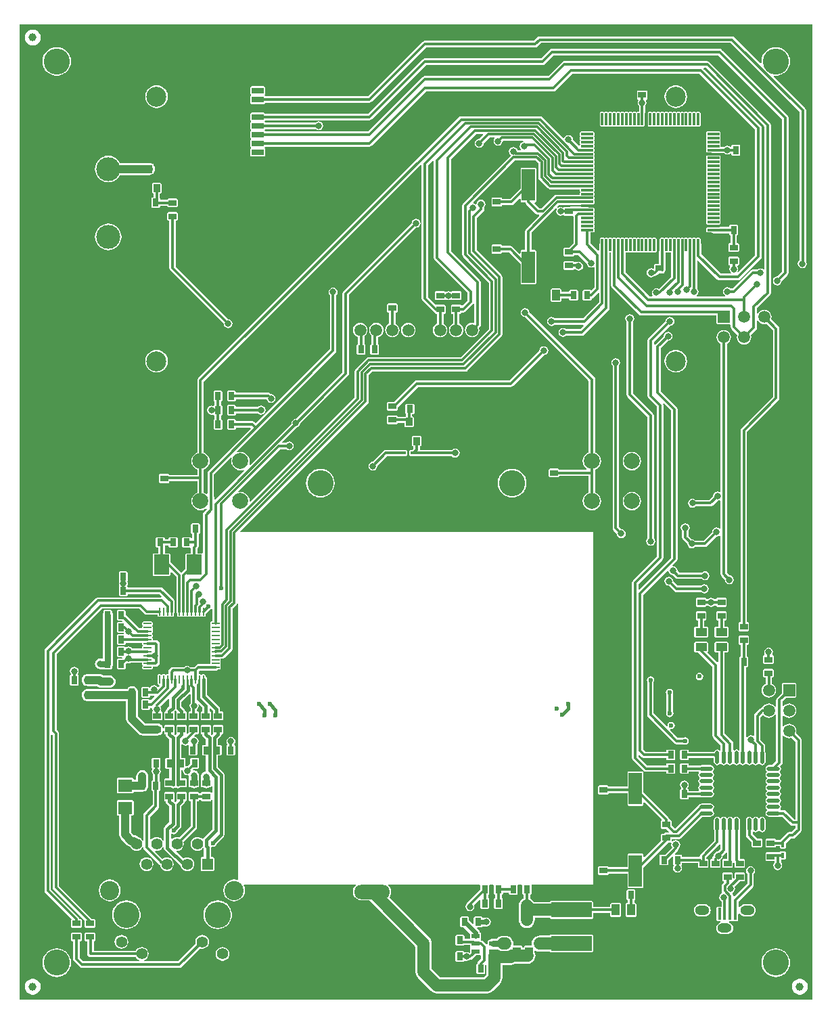
<source format=gbl>
G04 Layer_Physical_Order=4*
G04 Layer_Color=16711680*
%FSLAX24Y24*%
%MOIN*%
G70*
G01*
G75*
%ADD10R,0.0394X0.0315*%
%ADD11R,0.0315X0.0394*%
%ADD12C,0.0394*%
%ADD19C,0.0118*%
%ADD20C,0.0157*%
%ADD21C,0.0150*%
%ADD22C,0.0591*%
%ADD23C,0.0236*%
%ADD24C,0.1280*%
%ADD25O,0.1575X0.0709*%
%ADD26O,0.1772X0.0709*%
%ADD27C,0.1181*%
%ADD28C,0.0591*%
%ADD29C,0.0984*%
%ADD30C,0.0787*%
%ADD31R,0.0554X0.0554*%
%ADD32C,0.0554*%
%ADD33C,0.0945*%
%ADD34C,0.0550*%
%ADD35O,0.0709X0.0472*%
%ADD36R,0.0591X0.0591*%
%ADD37R,0.0591X0.0591*%
%ADD38C,0.0315*%
%ADD39C,0.0236*%
%ADD40C,0.0100*%
%ADD41C,0.0394*%
%ADD42C,0.0315*%
%ADD43R,0.0807X0.0591*%
%ADD44R,0.0591X0.0315*%
%ADD45O,0.1181X0.0315*%
%ADD46O,0.1378X0.0315*%
%ADD47R,0.0591X0.0118*%
%ADD48R,0.0118X0.0591*%
%ADD49R,0.0650X0.1575*%
%ADD50R,0.0394X0.0551*%
%ADD51R,0.0335X0.0394*%
%ADD52R,0.0335X0.0394*%
%ADD53R,0.0276X0.0177*%
%ADD54R,0.0748X0.0984*%
%ADD55R,0.0394X0.0079*%
%ADD56R,0.0079X0.0394*%
%ADD57R,0.0709X0.0630*%
%ADD58R,0.0417X0.0236*%
%ADD59R,0.2008X0.0748*%
%ADD60R,0.0177X0.0591*%
%ADD61O,0.0650X0.0217*%
%ADD62O,0.0217X0.0650*%
%ADD63R,0.0177X0.0276*%
%ADD64R,0.0551X0.0394*%
G36*
X-151Y151D02*
X-39219D01*
Y48175D01*
X-151D01*
Y151D01*
D02*
G37*
%LPC*%
G36*
X-2126Y16452D02*
X-2520D01*
X-2565Y16433D01*
X-2584Y16388D01*
Y16073D01*
X-2565Y16027D01*
X-2520Y16009D01*
X-2471D01*
Y15699D01*
X-2489Y15691D01*
X-2563Y15634D01*
X-2620Y15560D01*
X-2655Y15474D01*
X-2667Y15382D01*
X-2655Y15289D01*
X-2620Y15203D01*
X-2563Y15129D01*
X-2489Y15072D01*
X-2403Y15036D01*
X-2310Y15024D01*
X-2218Y15036D01*
X-2131Y15072D01*
X-2057Y15129D01*
X-2001Y15203D01*
X-1965Y15289D01*
X-1953Y15382D01*
X-1965Y15474D01*
X-2001Y15560D01*
X-2057Y15634D01*
X-2131Y15691D01*
X-2150Y15699D01*
Y16009D01*
X-2126D01*
X-2081Y16027D01*
X-2062Y16073D01*
Y16388D01*
X-2081Y16433D01*
X-2126Y16452D01*
D02*
G37*
G36*
X-7200Y15462D02*
X-7269Y15449D01*
X-7328Y15409D01*
X-7367Y15351D01*
X-7381Y15282D01*
X-7367Y15213D01*
X-7361Y15203D01*
Y14292D01*
X-7371Y14242D01*
X-7357Y14173D01*
X-7318Y14114D01*
X-7259Y14075D01*
X-7190Y14061D01*
X-7121Y14075D01*
X-7062Y14114D01*
X-7023Y14173D01*
X-7009Y14242D01*
X-7023Y14311D01*
X-7040Y14335D01*
Y15203D01*
X-7033Y15213D01*
X-7019Y15282D01*
X-7033Y15351D01*
X-7072Y15409D01*
X-7131Y15449D01*
X-7200Y15462D01*
D02*
G37*
G36*
X-35295Y16189D02*
X-35865D01*
X-35943Y16179D01*
X-36007Y16152D01*
X-36023D01*
X-36068Y16134D01*
X-36087Y16089D01*
Y16088D01*
X-36123Y16041D01*
X-36153Y15969D01*
X-36163Y15892D01*
X-36153Y15815D01*
X-36123Y15743D01*
X-36087Y15695D01*
Y15695D01*
X-36068Y15650D01*
X-36023Y15631D01*
X-36007D01*
X-35943Y15604D01*
X-35865Y15594D01*
X-35415D01*
X-35369Y15558D01*
X-35297Y15529D01*
X-35220Y15518D01*
X-34795D01*
X-34718Y15529D01*
X-34647Y15558D01*
X-34585Y15606D01*
X-34538Y15667D01*
X-34508Y15739D01*
X-34498Y15816D01*
X-34508Y15893D01*
X-34538Y15965D01*
X-34585Y16027D01*
X-34647Y16074D01*
X-34718Y16104D01*
X-34795Y16114D01*
X-35100D01*
X-35147Y16150D01*
X-35218Y16179D01*
X-35295Y16189D01*
D02*
G37*
G36*
X-5720Y16248D02*
X-5789Y16234D01*
X-5848Y16195D01*
X-5887Y16136D01*
X-5901Y16067D01*
X-5887Y15998D01*
X-5848Y15939D01*
X-5789Y15900D01*
X-5720Y15886D01*
X-5651Y15900D01*
X-5592Y15939D01*
X-5553Y15998D01*
X-5539Y16067D01*
X-5553Y16136D01*
X-5592Y16195D01*
X-5651Y16234D01*
X-5720Y16248D01*
D02*
G37*
G36*
X-36535Y16548D02*
X-36619Y16531D01*
X-36691Y16483D01*
X-36739Y16411D01*
X-36755Y16327D01*
X-36739Y16243D01*
X-36709Y16197D01*
X-36722Y16140D01*
X-36737Y16134D01*
X-36756Y16089D01*
Y15695D01*
X-36737Y15650D01*
X-36692Y15631D01*
X-36377D01*
X-36332Y15650D01*
X-36313Y15695D01*
Y16089D01*
X-36332Y16134D01*
X-36347Y16140D01*
X-36361Y16197D01*
X-36331Y16243D01*
X-36314Y16327D01*
X-36331Y16411D01*
X-36379Y16483D01*
X-36450Y16531D01*
X-36535Y16548D01*
D02*
G37*
G36*
X-28815Y13097D02*
X-28900Y13080D01*
X-28972Y13032D01*
X-29019Y12961D01*
X-29036Y12876D01*
X-29019Y12792D01*
X-28983Y12737D01*
X-28994Y12684D01*
X-29018Y12674D01*
X-29037Y12629D01*
Y12235D01*
X-29018Y12190D01*
X-28973Y12171D01*
X-28658D01*
X-28613Y12190D01*
X-28594Y12235D01*
Y12629D01*
X-28613Y12674D01*
X-28637Y12684D01*
X-28648Y12737D01*
X-28611Y12792D01*
X-28595Y12876D01*
X-28611Y12961D01*
X-28659Y13032D01*
X-28731Y13080D01*
X-28815Y13097D01*
D02*
G37*
G36*
X-33685Y15587D02*
X-33762Y15577D01*
X-33827Y15550D01*
X-33843D01*
X-33888Y15531D01*
X-33906Y15486D01*
Y15485D01*
X-33934Y15449D01*
X-35865D01*
X-35943Y15439D01*
X-36007Y15412D01*
X-36023D01*
X-36068Y15394D01*
X-36087Y15349D01*
Y15348D01*
X-36123Y15301D01*
X-36153Y15229D01*
X-36163Y15152D01*
X-36153Y15075D01*
X-36123Y15003D01*
X-36087Y14955D01*
Y14955D01*
X-36068Y14910D01*
X-36023Y14891D01*
X-36007D01*
X-35943Y14864D01*
X-35865Y14854D01*
X-33983D01*
Y14689D01*
Y13977D01*
X-33973Y13900D01*
X-33943Y13828D01*
X-33896Y13766D01*
X-33373Y13244D01*
X-33312Y13196D01*
X-33240Y13167D01*
X-33163Y13157D01*
X-33163Y13157D01*
X-33090D01*
X-33070Y13154D01*
X-33050Y13157D01*
X-32450D01*
X-32373Y13167D01*
X-32301Y13196D01*
X-32254Y13233D01*
X-32254D01*
X-32208Y13252D01*
X-32190Y13297D01*
Y13312D01*
X-32163Y13377D01*
X-32161Y13389D01*
X-32111Y13386D01*
Y13297D01*
X-32092Y13252D01*
X-32047Y13233D01*
X-32027D01*
Y13222D01*
X-32014Y13154D01*
X-31975Y13097D01*
X-31852Y12974D01*
Y12052D01*
X-31993D01*
X-32038Y12034D01*
X-32057Y11989D01*
Y11595D01*
X-32038Y11550D01*
X-31993Y11531D01*
X-31852D01*
Y11045D01*
X-32047D01*
X-32092Y11026D01*
X-32111Y10981D01*
Y10666D01*
X-32092Y10621D01*
X-32047Y10602D01*
X-31779D01*
X-31743Y10578D01*
X-31675Y10565D01*
X-31608Y10578D01*
X-31550Y10617D01*
X-31493Y10578D01*
X-31425Y10565D01*
X-31358Y10578D01*
X-31322Y10602D01*
X-31054D01*
X-31008Y10621D01*
X-30990Y10666D01*
Y10981D01*
X-31008Y11026D01*
X-31054Y11045D01*
X-31249D01*
Y11490D01*
X-31224Y11498D01*
X-31185Y11458D01*
X-31191Y11427D01*
X-31174Y11343D01*
X-31126Y11271D01*
X-31055Y11223D01*
X-30970Y11206D01*
X-30935Y11213D01*
X-30899Y11169D01*
Y10988D01*
X-30901Y10981D01*
Y10666D01*
X-30882Y10621D01*
X-30837Y10602D01*
X-30772D01*
X-30769Y10600D01*
X-30707Y10574D01*
X-30640Y10566D01*
X-30574Y10574D01*
X-30511Y10600D01*
X-30509Y10602D01*
X-30444D01*
X-30398Y10621D01*
X-30380Y10666D01*
Y10981D01*
X-30382Y10988D01*
Y11181D01*
X-30391Y11248D01*
X-30417Y11310D01*
X-30458Y11364D01*
X-30511Y11405D01*
X-30574Y11431D01*
X-30640Y11439D01*
X-30663Y11437D01*
X-30686Y11484D01*
X-30639Y11531D01*
X-30448D01*
X-30403Y11550D01*
X-30384Y11595D01*
Y11989D01*
X-30403Y12034D01*
X-30448Y12052D01*
X-30763D01*
X-30808Y12034D01*
X-30827Y11989D01*
Y11797D01*
X-30978Y11646D01*
X-31015Y11639D01*
X-31053Y11671D01*
Y11989D01*
X-31072Y12034D01*
X-31117Y12052D01*
X-31249D01*
Y12706D01*
X-31199Y12720D01*
X-31135Y12678D01*
X-31050Y12661D01*
X-30966Y12678D01*
X-30934Y12699D01*
X-30928Y12702D01*
X-30896Y12664D01*
X-30901Y12652D01*
X-30911Y12629D01*
Y12235D01*
X-30892Y12190D01*
X-30847Y12171D01*
X-30532D01*
X-30487Y12190D01*
X-30468Y12235D01*
Y12629D01*
X-30470Y12632D01*
Y12722D01*
X-30426Y12787D01*
X-30409Y12872D01*
X-30426Y12956D01*
X-30474Y13028D01*
X-30546Y13076D01*
X-30598Y13086D01*
X-30614Y13140D01*
X-30537Y13218D01*
X-30537Y13218D01*
X-30527Y13233D01*
X-30454D01*
X-30408Y13252D01*
X-30390Y13297D01*
Y13612D01*
X-30408Y13657D01*
X-30454Y13676D01*
X-30847D01*
X-30892Y13657D01*
X-30911Y13612D01*
Y13298D01*
X-30952Y13257D01*
X-30995Y13285D01*
X-30990Y13297D01*
Y13612D01*
X-31008Y13657D01*
X-31054Y13676D01*
X-31447D01*
X-31492Y13657D01*
X-31511Y13612D01*
Y13297D01*
X-31492Y13252D01*
X-31489Y13233D01*
X-31550Y13172D01*
X-31612Y13233D01*
X-31608Y13252D01*
X-31590Y13297D01*
Y13612D01*
X-31608Y13657D01*
X-31654Y13676D01*
X-32047D01*
X-32092Y13657D01*
X-32111Y13612D01*
Y13523D01*
X-32161Y13520D01*
X-32163Y13531D01*
X-32190Y13596D01*
Y13612D01*
X-32208Y13657D01*
X-32254Y13676D01*
X-32254D01*
X-32301Y13712D01*
X-32373Y13742D01*
X-32450Y13752D01*
X-33039D01*
X-33387Y14100D01*
Y14689D01*
Y15289D01*
X-33397Y15366D01*
X-33427Y15438D01*
X-33464Y15485D01*
Y15486D01*
X-33482Y15531D01*
X-33528Y15550D01*
X-33543D01*
X-33608Y15577D01*
X-33685Y15587D01*
D02*
G37*
G36*
X-3347Y18072D02*
X-3741D01*
X-3786Y18053D01*
X-3805Y18008D01*
Y17693D01*
X-3786Y17648D01*
X-3741Y17629D01*
X-3705D01*
Y17045D01*
X-3747Y17027D01*
X-3765Y16982D01*
Y16588D01*
X-3747Y16544D01*
Y12452D01*
X-3797Y12431D01*
X-3836Y12457D01*
X-3902Y12470D01*
X-3967Y12457D01*
X-4006Y12431D01*
X-4056Y12452D01*
Y12758D01*
X-4056Y12758D01*
X-4068Y12820D01*
X-4103Y12872D01*
X-4103Y12872D01*
X-4484Y13252D01*
Y17250D01*
X-4369D01*
X-4323Y17269D01*
X-4305Y17314D01*
Y17708D01*
X-4323Y17753D01*
X-4369Y17772D01*
X-4920D01*
X-4965Y17753D01*
X-4984Y17708D01*
Y17314D01*
X-4965Y17269D01*
X-4920Y17250D01*
X-4805D01*
Y16784D01*
X-4855Y16763D01*
X-5329Y17238D01*
X-5323Y17269D01*
X-5305Y17314D01*
Y17708D01*
X-5323Y17753D01*
X-5368Y17772D01*
X-5920D01*
X-5965Y17753D01*
X-5984Y17708D01*
Y17314D01*
X-5965Y17269D01*
X-5920Y17250D01*
X-5783D01*
X-5758Y17212D01*
X-5091Y16545D01*
Y13142D01*
X-5091Y13142D01*
X-5078Y13080D01*
X-5044Y13028D01*
X-4692Y12677D01*
Y12452D01*
X-4742Y12431D01*
X-4781Y12457D01*
X-4846Y12470D01*
X-4912Y12457D01*
X-4967Y12420D01*
X-5004Y12364D01*
X-5005Y12362D01*
X-6254D01*
Y12399D01*
X-6273Y12444D01*
X-6318Y12462D01*
X-6633D01*
X-6678Y12444D01*
X-6697Y12399D01*
Y12005D01*
X-6678Y11960D01*
X-6633Y11941D01*
X-6318D01*
X-6273Y11960D01*
X-6254Y12005D01*
Y12041D01*
X-5032D01*
X-5017Y12026D01*
Y11866D01*
X-5004Y11801D01*
X-4967Y11746D01*
X-4912Y11709D01*
X-4846Y11696D01*
X-4781Y11709D01*
X-4726Y11746D01*
X-4714Y11763D01*
X-4664D01*
X-4652Y11746D01*
X-4597Y11709D01*
X-4531Y11696D01*
X-4466Y11709D01*
X-4411Y11746D01*
X-4399Y11763D01*
X-4349D01*
X-4337Y11746D01*
X-4282Y11709D01*
X-4217Y11696D01*
X-4151Y11709D01*
X-4096Y11746D01*
X-4084Y11763D01*
X-4034D01*
X-4022Y11746D01*
X-3967Y11709D01*
X-3902Y11696D01*
X-3836Y11709D01*
X-3781Y11746D01*
X-3769Y11763D01*
X-3719D01*
X-3707Y11746D01*
X-3652Y11709D01*
X-3587Y11696D01*
X-3521Y11709D01*
X-3466Y11746D01*
X-3454Y11763D01*
X-3404D01*
X-3392Y11746D01*
X-3337Y11709D01*
X-3272Y11696D01*
X-3206Y11709D01*
X-3151Y11746D01*
X-3139Y11763D01*
X-3089D01*
X-3077Y11746D01*
X-3022Y11709D01*
X-2957Y11696D01*
X-2891Y11709D01*
X-2836Y11746D01*
X-2824Y11763D01*
X-2774D01*
X-2762Y11746D01*
X-2707Y11709D01*
X-2642Y11696D01*
X-2576Y11709D01*
X-2521Y11746D01*
X-2484Y11801D01*
X-2471Y11866D01*
Y12299D01*
X-2481Y12350D01*
Y12640D01*
X-2481Y12640D01*
X-2493Y12701D01*
X-2528Y12754D01*
X-2528Y12754D01*
X-2713Y12938D01*
Y14062D01*
X-2626Y14149D01*
X-2576Y14146D01*
X-2563Y14129D01*
X-2489Y14072D01*
X-2403Y14036D01*
X-2310Y14024D01*
X-2218Y14036D01*
X-2131Y14072D01*
X-2057Y14129D01*
X-2001Y14203D01*
X-1951Y14193D01*
Y11898D01*
X-2147Y11702D01*
X-2307D01*
X-2372Y11689D01*
X-2428Y11652D01*
X-2465Y11597D01*
X-2478Y11531D01*
X-2465Y11466D01*
X-2428Y11411D01*
X-2410Y11399D01*
Y11349D01*
X-2428Y11337D01*
X-2465Y11282D01*
X-2478Y11217D01*
X-2465Y11151D01*
X-2428Y11096D01*
X-2410Y11084D01*
Y11034D01*
X-2428Y11022D01*
X-2465Y10967D01*
X-2478Y10902D01*
X-2465Y10836D01*
X-2428Y10781D01*
X-2410Y10769D01*
Y10719D01*
X-2428Y10707D01*
X-2465Y10652D01*
X-2478Y10587D01*
X-2465Y10521D01*
X-2428Y10466D01*
X-2410Y10454D01*
Y10404D01*
X-2428Y10392D01*
X-2465Y10337D01*
X-2478Y10272D01*
X-2465Y10206D01*
X-2428Y10151D01*
X-2410Y10139D01*
Y10089D01*
X-2428Y10077D01*
X-2465Y10022D01*
X-2478Y9957D01*
X-2465Y9891D01*
X-2428Y9836D01*
X-2410Y9824D01*
Y9774D01*
X-2428Y9762D01*
X-2465Y9707D01*
X-2478Y9642D01*
X-2465Y9576D01*
X-2428Y9521D01*
X-2410Y9509D01*
Y9459D01*
X-2428Y9447D01*
X-2465Y9392D01*
X-2478Y9327D01*
X-2465Y9261D01*
X-2428Y9206D01*
X-2372Y9169D01*
X-2307Y9156D01*
X-1874D01*
X-1824Y9166D01*
X-1651D01*
X-1243Y8758D01*
X-1243Y8758D01*
X-1191Y8723D01*
X-1130Y8711D01*
X-1001D01*
Y8598D01*
X-1197Y8402D01*
X-1306D01*
X-1306Y8402D01*
X-1368Y8390D01*
X-1420Y8355D01*
X-1751Y8023D01*
X-1957D01*
X-1974Y8066D01*
X-2019Y8084D01*
X-2413D01*
X-2458Y8066D01*
X-2477Y8020D01*
Y7705D01*
X-2458Y7660D01*
X-2413Y7642D01*
X-2019D01*
X-1974Y7660D01*
X-1957Y7702D01*
X-1769D01*
Y7656D01*
X-1750Y7611D01*
X-1705Y7592D01*
X-1527D01*
X-1482Y7611D01*
X-1464Y7656D01*
Y7857D01*
X-1240Y8081D01*
X-1130D01*
X-1130Y8081D01*
X-1069Y8093D01*
X-1017Y8128D01*
X-727Y8418D01*
X-692Y8470D01*
X-680Y8532D01*
X-680Y8532D01*
Y8872D01*
Y12912D01*
X-692Y12973D01*
X-727Y13025D01*
X-727Y13025D01*
X-972Y13271D01*
X-965Y13289D01*
X-953Y13382D01*
X-965Y13474D01*
X-1001Y13560D01*
X-1057Y13634D01*
X-1131Y13691D01*
X-1218Y13727D01*
X-1310Y13739D01*
X-1403Y13727D01*
X-1489Y13691D01*
X-1563Y13634D01*
X-1580Y13613D01*
X-1630Y13630D01*
Y14134D01*
X-1580Y14151D01*
X-1563Y14129D01*
X-1489Y14072D01*
X-1403Y14036D01*
X-1310Y14024D01*
X-1218Y14036D01*
X-1131Y14072D01*
X-1057Y14129D01*
X-1001Y14203D01*
X-965Y14289D01*
X-953Y14382D01*
X-965Y14474D01*
X-1001Y14560D01*
X-1057Y14634D01*
X-1131Y14691D01*
X-1218Y14727D01*
X-1310Y14739D01*
X-1403Y14727D01*
X-1489Y14691D01*
X-1563Y14634D01*
X-1580Y14613D01*
X-1630Y14630D01*
Y14835D01*
X-1442Y15022D01*
X-1015D01*
X-970Y15041D01*
X-951Y15086D01*
Y15677D01*
X-970Y15722D01*
X-1015Y15741D01*
X-1605D01*
X-1651Y15722D01*
X-1669Y15677D01*
Y15250D01*
X-1904Y15015D01*
X-1938Y14963D01*
X-1951Y14902D01*
X-1951Y14902D01*
Y14570D01*
X-2001Y14560D01*
X-2057Y14634D01*
X-2131Y14691D01*
X-2218Y14727D01*
X-2310Y14739D01*
X-2403Y14727D01*
X-2489Y14691D01*
X-2563Y14634D01*
X-2620Y14560D01*
X-2628Y14541D01*
X-2682Y14530D01*
X-2734Y14495D01*
X-2734Y14495D01*
X-2987Y14242D01*
X-3022Y14190D01*
X-3034Y14128D01*
X-3034Y14128D01*
Y13177D01*
X-3078Y13154D01*
X-3096Y13166D01*
X-3180Y13182D01*
X-3265Y13166D01*
X-3336Y13118D01*
X-3376Y13058D01*
X-3426Y13072D01*
Y16524D01*
X-3387D01*
X-3341Y16543D01*
X-3323Y16588D01*
Y16982D01*
X-3341Y17027D01*
X-3384Y17045D01*
Y17629D01*
X-3347D01*
X-3302Y17648D01*
X-3283Y17693D01*
Y18008D01*
X-3302Y18053D01*
X-3347Y18072D01*
D02*
G37*
G36*
X-8140Y16072D02*
X-8209Y16059D01*
X-8268Y16019D01*
X-8307Y15961D01*
X-8321Y15892D01*
X-8307Y15823D01*
X-8301Y15813D01*
Y14172D01*
X-8301Y14172D01*
X-8288Y14110D01*
X-8254Y14058D01*
X-6972Y12776D01*
X-6920Y12742D01*
X-6858Y12729D01*
X-6858Y12729D01*
X-6510D01*
X-6501Y12723D01*
X-6432Y12709D01*
X-6363Y12723D01*
X-6304Y12762D01*
X-6265Y12821D01*
X-6251Y12890D01*
X-6265Y12959D01*
X-6304Y13018D01*
X-6363Y13057D01*
X-6432Y13070D01*
X-6501Y13057D01*
X-6510Y13050D01*
X-6792D01*
X-7171Y13429D01*
X-7146Y13476D01*
X-7121Y13470D01*
X-7052Y13484D01*
X-6993Y13523D01*
X-6954Y13582D01*
X-6940Y13651D01*
X-6954Y13720D01*
X-6993Y13779D01*
X-7052Y13818D01*
X-7121Y13832D01*
X-7190Y13818D01*
X-7248Y13779D01*
X-7288Y13720D01*
X-7301Y13651D01*
X-7296Y13626D01*
X-7342Y13601D01*
X-7980Y14238D01*
Y15813D01*
X-7973Y15823D01*
X-7959Y15892D01*
X-7973Y15961D01*
X-8012Y16019D01*
X-8071Y16059D01*
X-8140Y16072D01*
D02*
G37*
G36*
X-29254Y13676D02*
X-29647D01*
X-29692Y13657D01*
X-29711Y13612D01*
Y13297D01*
X-29692Y13252D01*
X-29689Y13233D01*
X-29750Y13172D01*
X-29812Y13233D01*
X-29808Y13252D01*
X-29790Y13297D01*
Y13612D01*
X-29808Y13657D01*
X-29854Y13676D01*
X-30247D01*
X-30292Y13657D01*
X-30311Y13612D01*
Y13297D01*
X-30292Y13252D01*
X-30247Y13233D01*
X-30227D01*
Y13222D01*
X-30214Y13154D01*
X-30175Y13097D01*
X-30052Y12974D01*
Y12692D01*
X-30178D01*
X-30223Y12674D01*
X-30241Y12629D01*
Y12235D01*
X-30223Y12190D01*
X-30178Y12171D01*
X-30052D01*
Y11443D01*
X-30049Y11429D01*
X-30089Y11374D01*
X-30107Y11371D01*
X-30169Y11345D01*
X-30223Y11304D01*
X-30264Y11251D01*
X-30290Y11189D01*
X-30299Y11122D01*
Y10988D01*
X-30301Y10981D01*
Y10666D01*
X-30282Y10621D01*
X-30237Y10602D01*
X-30172D01*
X-30169Y10600D01*
X-30107Y10574D01*
X-30040Y10566D01*
X-29974Y10574D01*
X-29911Y10600D01*
X-29909Y10602D01*
X-29844D01*
X-29798Y10621D01*
X-29787Y10649D01*
X-29737Y10639D01*
Y10339D01*
X-29787Y10329D01*
X-29798Y10357D01*
X-29844Y10376D01*
X-30237D01*
X-30282Y10357D01*
X-30300Y10315D01*
X-30381D01*
X-30398Y10357D01*
X-30444Y10376D01*
X-30837D01*
X-30882Y10357D01*
X-30901Y10312D01*
Y9997D01*
X-30882Y9952D01*
X-30837Y9933D01*
X-30801D01*
Y8727D01*
X-31377Y8151D01*
X-31386Y8154D01*
X-31474Y8166D01*
X-31561Y8154D01*
X-31643Y8120D01*
X-31713Y8067D01*
X-31723Y8054D01*
X-31773Y8071D01*
Y8301D01*
X-31723Y8328D01*
X-31689Y8305D01*
X-31620Y8291D01*
X-31551Y8305D01*
X-31492Y8344D01*
X-31453Y8403D01*
X-31441Y8462D01*
X-31300Y8603D01*
X-31300Y8603D01*
X-31262Y8660D01*
X-31249Y8728D01*
X-31249Y8728D01*
Y9674D01*
X-31125Y9797D01*
X-31125Y9797D01*
X-31087Y9854D01*
X-31074Y9922D01*
Y9933D01*
X-31054D01*
X-31008Y9952D01*
X-30990Y9997D01*
Y10312D01*
X-31008Y10357D01*
X-31054Y10376D01*
X-31447D01*
X-31492Y10357D01*
X-31511Y10312D01*
Y9997D01*
X-31492Y9952D01*
X-31489Y9933D01*
X-31550Y9872D01*
X-31612Y9933D01*
X-31608Y9952D01*
X-31590Y9997D01*
Y10312D01*
X-31608Y10357D01*
X-31654Y10376D01*
X-32047D01*
X-32092Y10357D01*
X-32111Y10312D01*
Y9997D01*
X-32092Y9952D01*
X-32047Y9933D01*
X-32027D01*
Y9922D01*
X-32014Y9854D01*
X-31975Y9797D01*
X-31852Y9674D01*
Y8905D01*
X-32075Y8682D01*
X-32113Y8625D01*
X-32127Y8557D01*
Y7999D01*
X-32177Y7989D01*
X-32180Y7996D01*
X-32234Y8067D01*
X-32304Y8120D01*
X-32386Y8154D01*
X-32474Y8166D01*
X-32561Y8154D01*
X-32643Y8120D01*
X-32713Y8067D01*
X-32760Y8006D01*
X-32803Y8016D01*
X-32810Y8019D01*
Y9155D01*
X-32402Y9562D01*
X-32367Y9615D01*
X-32355Y9676D01*
X-32355Y9676D01*
Y10429D01*
X-32313Y10447D01*
X-32294Y10492D01*
Y10886D01*
X-32313Y10931D01*
X-32344Y10944D01*
Y11230D01*
X-32344Y11230D01*
X-32296Y11302D01*
X-32279Y11386D01*
X-32296Y11471D01*
X-32317Y11502D01*
X-32302Y11550D01*
X-32302Y11550D01*
X-32283Y11595D01*
Y11989D01*
X-32302Y12034D01*
X-32347Y12052D01*
X-32662D01*
X-32707Y12034D01*
X-32726Y11989D01*
Y11595D01*
X-32707Y11550D01*
X-32692Y11489D01*
X-32704Y11471D01*
X-32721Y11386D01*
X-32704Y11302D01*
X-32665Y11244D01*
Y10950D01*
X-32673D01*
X-32718Y10931D01*
X-32737Y10886D01*
Y10492D01*
X-32718Y10447D01*
X-32676Y10429D01*
Y9742D01*
X-33084Y9335D01*
X-33118Y9283D01*
X-33131Y9222D01*
X-33131Y9222D01*
Y8008D01*
X-33178Y7997D01*
X-33181Y7997D01*
X-33234Y8067D01*
X-33304Y8120D01*
X-33376Y8150D01*
X-33400Y8174D01*
X-33461Y8221D01*
X-33533Y8251D01*
X-33587Y8258D01*
X-33722Y8393D01*
Y9212D01*
X-33666D01*
X-33621Y9230D01*
X-33602Y9276D01*
Y9905D01*
X-33621Y9951D01*
X-33666Y9969D01*
X-34374D01*
X-34420Y9951D01*
X-34438Y9905D01*
Y9276D01*
X-34420Y9230D01*
X-34374Y9212D01*
X-34318D01*
Y8270D01*
X-34308Y8193D01*
X-34278Y8121D01*
X-34231Y8059D01*
X-33924Y7753D01*
X-33862Y7705D01*
X-33790Y7676D01*
X-33774Y7674D01*
X-33767Y7657D01*
X-33713Y7587D01*
X-33643Y7533D01*
X-33561Y7499D01*
X-33474Y7488D01*
X-33386Y7499D01*
X-33304Y7533D01*
X-33234Y7587D01*
X-33181Y7656D01*
X-33178Y7657D01*
X-33131Y7646D01*
Y7642D01*
X-33131Y7642D01*
X-33118Y7580D01*
X-33084Y7528D01*
X-32390Y6834D01*
X-32377Y6826D01*
X-32369Y6813D01*
X-32317Y6778D01*
X-32306Y6776D01*
X-32301Y6739D01*
X-32267Y6657D01*
X-32213Y6587D01*
X-32143Y6533D01*
X-32061Y6499D01*
X-31974Y6488D01*
X-31886Y6499D01*
X-31804Y6533D01*
X-31734Y6587D01*
X-31680Y6657D01*
X-31646Y6739D01*
X-31635Y6827D01*
X-31646Y6915D01*
X-31680Y6996D01*
X-31734Y7067D01*
X-31804Y7120D01*
X-31886Y7154D01*
X-31974Y7166D01*
X-32061Y7154D01*
X-32143Y7120D01*
X-32186Y7087D01*
X-32189D01*
X-32548Y7447D01*
X-32525Y7494D01*
X-32474Y7488D01*
X-32386Y7499D01*
X-32304Y7533D01*
X-32234Y7587D01*
X-32180Y7657D01*
X-32177Y7665D01*
X-32127Y7655D01*
Y7632D01*
X-32113Y7564D01*
X-32075Y7507D01*
X-31290Y6722D01*
X-31263Y6657D01*
X-31209Y6587D01*
X-31139Y6533D01*
X-31057Y6499D01*
X-30970Y6488D01*
X-30882Y6499D01*
X-30800Y6533D01*
X-30730Y6587D01*
X-30676Y6657D01*
X-30642Y6739D01*
X-30631Y6827D01*
X-30642Y6915D01*
X-30676Y6996D01*
X-30730Y7067D01*
X-30800Y7120D01*
X-30882Y7154D01*
X-30970Y7166D01*
X-31057Y7154D01*
X-31139Y7120D01*
X-31167Y7099D01*
X-31168Y7099D01*
X-31510Y7442D01*
X-31487Y7489D01*
X-31474Y7488D01*
X-31386Y7499D01*
X-31304Y7533D01*
X-31234Y7587D01*
X-31180Y7657D01*
X-31146Y7739D01*
X-31135Y7827D01*
X-31146Y7915D01*
X-31150Y7924D01*
X-30527Y8546D01*
X-30527Y8546D01*
X-30492Y8599D01*
X-30480Y8660D01*
X-30480Y8660D01*
Y9933D01*
X-30444D01*
X-30398Y9952D01*
X-30381Y9994D01*
X-30300D01*
X-30282Y9952D01*
X-30237Y9933D01*
X-29844D01*
X-29798Y9952D01*
X-29787Y9979D01*
X-29737Y9969D01*
Y8545D01*
X-30144Y8138D01*
X-30180Y8084D01*
X-30187Y8077D01*
X-30235Y8071D01*
X-30300Y8120D01*
X-30382Y8154D01*
X-30470Y8166D01*
X-30557Y8154D01*
X-30639Y8120D01*
X-30709Y8067D01*
X-30763Y7996D01*
X-30797Y7915D01*
X-30809Y7827D01*
X-30797Y7739D01*
X-30763Y7657D01*
X-30709Y7587D01*
X-30639Y7533D01*
X-30557Y7499D01*
X-30470Y7488D01*
X-30382Y7499D01*
X-30300Y7533D01*
X-30230Y7587D01*
X-30218Y7603D01*
X-30156Y7601D01*
X-30147Y7586D01*
Y7168D01*
X-30247D01*
X-30292Y7149D01*
X-30311Y7104D01*
Y6550D01*
X-30292Y6504D01*
X-30247Y6486D01*
X-29693D01*
X-29647Y6504D01*
X-29629Y6550D01*
Y7104D01*
X-29647Y7149D01*
X-29693Y7168D01*
X-29793D01*
Y7641D01*
X-29790Y7646D01*
X-29760Y7672D01*
X-29746Y7678D01*
X-29700Y7669D01*
X-29631Y7683D01*
X-29572Y7722D01*
X-29533Y7781D01*
X-29530Y7799D01*
X-29185Y8143D01*
X-29147Y8200D01*
X-29133Y8268D01*
Y11232D01*
X-29147Y11299D01*
X-29185Y11357D01*
X-29449Y11620D01*
Y12171D01*
X-29327D01*
X-29282Y12190D01*
X-29263Y12235D01*
Y12629D01*
X-29282Y12674D01*
X-29327Y12692D01*
X-29449D01*
Y12974D01*
X-29325Y13097D01*
X-29325Y13097D01*
X-29287Y13154D01*
X-29274Y13222D01*
Y13233D01*
X-29254D01*
X-29208Y13252D01*
X-29190Y13297D01*
Y13612D01*
X-29208Y13657D01*
X-29254Y13676D01*
D02*
G37*
G36*
X-33958Y21250D02*
X-34273D01*
X-34318Y21231D01*
X-34337Y21186D01*
Y20792D01*
X-34318Y20747D01*
X-34314Y20734D01*
X-34320Y20726D01*
X-34337Y20642D01*
X-34320Y20557D01*
X-34313Y20548D01*
X-34318Y20531D01*
X-34337Y20486D01*
Y20092D01*
X-34318Y20047D01*
X-34273Y20028D01*
X-33958D01*
X-33913Y20047D01*
X-33894Y20092D01*
Y20128D01*
X-32354D01*
X-32236Y20011D01*
X-32258Y19962D01*
X-35360D01*
X-35360Y19962D01*
X-35422Y19950D01*
X-35474Y19915D01*
X-35474Y19915D01*
X-37954Y17435D01*
X-37988Y17383D01*
X-38001Y17322D01*
X-38001Y17322D01*
Y5512D01*
X-38001Y5512D01*
X-37988Y5450D01*
X-37954Y5398D01*
X-36672Y4117D01*
X-36674Y4109D01*
X-36692Y4064D01*
Y3749D01*
X-36674Y3704D01*
X-36628Y3685D01*
X-36235D01*
X-36189Y3704D01*
X-36171Y3749D01*
Y4064D01*
X-36189Y4109D01*
X-36235Y4128D01*
X-36276D01*
X-36283Y4165D01*
X-36318Y4217D01*
X-36318Y4217D01*
X-37680Y5578D01*
Y13189D01*
X-37633Y13208D01*
X-37601Y13175D01*
Y5682D01*
X-37601Y5682D01*
X-37588Y5620D01*
X-37554Y5568D01*
X-36020Y4034D01*
Y3749D01*
X-36001Y3704D01*
X-35956Y3685D01*
X-35562D01*
X-35517Y3704D01*
X-35498Y3749D01*
Y4064D01*
X-35517Y4109D01*
X-35562Y4128D01*
X-35659D01*
X-37280Y5748D01*
Y13242D01*
X-37280Y13242D01*
X-37292Y13303D01*
X-37327Y13355D01*
X-37327Y13355D01*
X-37410Y13438D01*
Y17155D01*
X-35164Y19401D01*
X-33337D01*
X-33084Y19149D01*
X-33084Y19149D01*
X-33032Y19114D01*
X-32971Y19102D01*
X-32971Y19102D01*
X-32436D01*
Y19065D01*
X-32418Y19020D01*
X-32372Y19001D01*
X-32294D01*
X-32248Y19020D01*
X-32221Y19020D01*
X-32176Y19001D01*
X-32097D01*
X-32052Y19020D01*
X-32024Y19020D01*
X-31979Y19001D01*
X-31900D01*
X-31855Y19020D01*
X-31827Y19020D01*
X-31782Y19001D01*
X-31703D01*
X-31658Y19020D01*
X-31639Y19065D01*
Y19142D01*
X-31629Y19149D01*
X-31594Y19201D01*
X-31582Y19262D01*
Y19744D01*
X-31582Y19744D01*
X-31594Y19806D01*
X-31629Y19858D01*
X-32174Y20403D01*
X-32226Y20437D01*
X-32287Y20450D01*
X-32287Y20450D01*
X-33894D01*
Y20486D01*
X-33913Y20531D01*
X-33918Y20548D01*
X-33912Y20557D01*
X-33895Y20642D01*
X-33912Y20726D01*
X-33917Y20734D01*
X-33913Y20747D01*
X-33894Y20792D01*
Y21186D01*
X-33913Y21231D01*
X-33958Y21250D01*
D02*
G37*
G36*
X-4447Y19941D02*
X-4841D01*
X-4886Y19922D01*
X-4904Y19880D01*
X-5001D01*
X-5066Y19924D01*
X-5150Y19940D01*
X-5235Y19924D01*
X-5300Y19880D01*
X-5385D01*
X-5402Y19922D01*
X-5447Y19941D01*
X-5841D01*
X-5886Y19922D01*
X-5905Y19877D01*
Y19562D01*
X-5886Y19517D01*
X-5841Y19498D01*
X-5447D01*
X-5402Y19517D01*
X-5385Y19559D01*
X-5300D01*
X-5235Y19516D01*
X-5150Y19499D01*
X-5066Y19516D01*
X-5001Y19559D01*
X-4904D01*
X-4886Y19517D01*
X-4841Y19498D01*
X-4447D01*
X-4402Y19517D01*
X-4383Y19562D01*
Y19877D01*
X-4402Y19922D01*
X-4447Y19941D01*
D02*
G37*
G36*
X-7240Y20982D02*
X-7325Y20966D01*
X-7396Y20918D01*
X-7444Y20846D01*
X-7461Y20762D01*
X-7444Y20677D01*
X-7396Y20606D01*
X-7325Y20558D01*
X-7248Y20542D01*
X-6974Y20268D01*
X-6974Y20268D01*
X-6922Y20233D01*
X-6860Y20221D01*
X-5640D01*
X-5575Y20178D01*
X-5490Y20161D01*
X-5406Y20178D01*
X-5334Y20226D01*
X-5286Y20297D01*
X-5269Y20382D01*
X-5286Y20466D01*
X-5334Y20538D01*
X-5406Y20586D01*
X-5490Y20602D01*
X-5575Y20586D01*
X-5640Y20542D01*
X-6794D01*
X-7021Y20770D01*
X-7036Y20846D01*
X-7084Y20918D01*
X-7156Y20966D01*
X-7240Y20982D01*
D02*
G37*
G36*
X-9160Y33912D02*
X-9245Y33896D01*
X-9316Y33848D01*
X-9364Y33776D01*
X-9381Y33692D01*
X-9364Y33607D01*
X-9321Y33542D01*
Y29942D01*
X-9321Y29942D01*
X-9308Y29880D01*
X-9274Y29828D01*
X-8291Y28845D01*
Y22871D01*
X-8334Y22806D01*
X-8351Y22722D01*
X-8334Y22637D01*
X-8286Y22566D01*
X-8215Y22518D01*
X-8130Y22501D01*
X-8046Y22518D01*
X-7974Y22566D01*
X-7926Y22637D01*
X-7909Y22722D01*
X-7926Y22806D01*
X-7970Y22871D01*
Y28912D01*
X-7970Y28912D01*
X-7982Y28973D01*
X-8017Y29025D01*
X-9000Y30008D01*
Y33542D01*
X-8956Y33607D01*
X-8939Y33692D01*
X-8956Y33776D01*
X-9004Y33848D01*
X-9076Y33896D01*
X-9160Y33912D01*
D02*
G37*
G36*
X-7180Y33782D02*
X-7265Y33766D01*
X-7336Y33718D01*
X-7384Y33646D01*
X-7399Y33570D01*
X-8234Y32735D01*
X-8268Y32683D01*
X-8281Y32622D01*
X-8281Y32622D01*
Y29882D01*
X-8281Y29882D01*
X-8268Y29820D01*
X-8234Y29768D01*
X-7831Y29365D01*
Y21968D01*
X-9004Y20795D01*
X-9038Y20743D01*
X-9051Y20682D01*
X-9051Y20682D01*
Y12052D01*
X-9051Y12052D01*
X-9038Y11990D01*
X-9004Y11938D01*
X-8484Y11418D01*
X-8432Y11383D01*
X-8370Y11371D01*
X-8370Y11371D01*
X-7366D01*
Y11335D01*
X-7347Y11290D01*
X-7302Y11271D01*
X-6987D01*
X-6942Y11290D01*
X-6923Y11335D01*
Y11729D01*
X-6942Y11774D01*
X-6987Y11792D01*
X-7302D01*
X-7347Y11774D01*
X-7366Y11729D01*
Y11692D01*
X-8304D01*
X-8730Y12118D01*
Y12189D01*
X-8683Y12208D01*
X-8564Y12088D01*
X-8512Y12053D01*
X-8450Y12041D01*
X-8450Y12041D01*
X-7366D01*
Y12005D01*
X-7347Y11960D01*
X-7302Y11941D01*
X-6987D01*
X-6942Y11960D01*
X-6923Y12005D01*
Y12399D01*
X-6942Y12444D01*
X-6987Y12462D01*
X-7302D01*
X-7347Y12444D01*
X-7366Y12399D01*
Y12362D01*
X-8384D01*
X-8510Y12488D01*
Y20075D01*
X-7294Y21290D01*
X-7249Y21265D01*
X-7234Y21187D01*
X-7186Y21116D01*
X-7115Y21068D01*
X-7038Y21052D01*
X-6904Y20918D01*
X-6904Y20918D01*
X-6852Y20883D01*
X-6790Y20871D01*
X-5600D01*
X-5535Y20828D01*
X-5450Y20811D01*
X-5366Y20828D01*
X-5294Y20876D01*
X-5246Y20947D01*
X-5229Y21032D01*
X-5246Y21116D01*
X-5294Y21188D01*
X-5366Y21236D01*
X-5450Y21252D01*
X-5535Y21236D01*
X-5600Y21192D01*
X-6724D01*
X-6811Y21280D01*
X-6826Y21356D01*
X-6874Y21428D01*
X-6946Y21476D01*
X-7023Y21491D01*
X-7049Y21536D01*
X-6857Y21728D01*
X-6822Y21780D01*
X-6810Y21842D01*
X-6810Y21842D01*
Y29232D01*
X-6822Y29293D01*
X-6857Y29345D01*
X-7630Y30118D01*
Y32235D01*
X-7262Y32602D01*
X-7186Y32618D01*
X-7114Y32666D01*
X-7066Y32737D01*
X-7049Y32822D01*
X-7066Y32906D01*
X-7114Y32978D01*
X-7186Y33026D01*
X-7270Y33042D01*
X-7355Y33026D01*
X-7426Y32978D01*
X-7474Y32906D01*
X-7489Y32830D01*
X-7904Y32415D01*
X-7910Y32406D01*
X-7960Y32422D01*
Y32555D01*
X-7172Y33342D01*
X-7096Y33358D01*
X-7024Y33406D01*
X-6976Y33477D01*
X-6959Y33562D01*
X-6976Y33646D01*
X-7024Y33718D01*
X-7096Y33766D01*
X-7180Y33782D01*
D02*
G37*
G36*
X-2323Y17495D02*
X-2407Y17478D01*
X-2479Y17430D01*
X-2527Y17359D01*
X-2544Y17274D01*
X-2527Y17190D01*
X-2514Y17171D01*
X-2515Y17159D01*
X-2536Y17114D01*
X-2565Y17102D01*
X-2584Y17057D01*
Y16742D01*
X-2565Y16697D01*
X-2520Y16678D01*
X-2126D01*
X-2081Y16697D01*
X-2062Y16742D01*
Y17057D01*
X-2081Y17102D01*
X-2109Y17114D01*
X-2130Y17159D01*
X-2131Y17171D01*
X-2119Y17190D01*
X-2102Y17274D01*
X-2119Y17359D01*
X-2167Y17430D01*
X-2238Y17478D01*
X-2323Y17495D01*
D02*
G37*
G36*
X-34728Y19350D02*
X-35043D01*
X-35088Y19331D01*
X-35106Y19286D01*
Y19221D01*
X-35109Y19218D01*
X-35134Y19156D01*
X-35143Y19089D01*
Y18489D01*
Y17889D01*
Y17289D01*
Y16947D01*
X-35263D01*
X-35330Y16938D01*
X-35392Y16913D01*
X-35445Y16871D01*
X-35486Y16818D01*
X-35512Y16756D01*
X-35521Y16689D01*
X-35512Y16622D01*
X-35486Y16560D01*
X-35445Y16506D01*
X-35392Y16465D01*
X-35330Y16440D01*
X-35263Y16431D01*
X-35049D01*
X-35043Y16428D01*
X-34728D01*
X-34682Y16447D01*
X-34664Y16492D01*
Y16557D01*
X-34662Y16560D01*
X-34636Y16622D01*
X-34627Y16689D01*
Y17289D01*
Y17889D01*
Y18489D01*
Y19089D01*
X-34636Y19156D01*
X-34662Y19218D01*
X-34664Y19221D01*
Y19286D01*
X-34682Y19331D01*
X-34728Y19350D01*
D02*
G37*
G36*
X-34058D02*
X-34373D01*
X-34418Y19331D01*
X-34437Y19286D01*
Y18892D01*
X-34418Y18847D01*
X-34373Y18828D01*
X-34183D01*
X-34155Y18794D01*
X-34173Y18750D01*
X-34373D01*
X-34418Y18731D01*
X-34437Y18686D01*
Y18292D01*
X-34418Y18247D01*
X-34373Y18228D01*
X-34102D01*
X-34084Y18194D01*
X-34114Y18150D01*
X-34373D01*
X-34418Y18131D01*
X-34437Y18086D01*
Y17692D01*
X-34418Y17647D01*
X-34373Y17628D01*
X-34058D01*
X-34013Y17647D01*
X-33994Y17692D01*
Y17724D01*
X-33184D01*
Y17648D01*
X-33166Y17603D01*
X-33166Y17575D01*
X-33184Y17530D01*
Y17451D01*
X-33185Y17450D01*
X-33685D01*
X-33699Y17470D01*
X-33771Y17518D01*
X-33855Y17535D01*
X-33940Y17518D01*
X-33951Y17511D01*
X-34012Y17529D01*
X-34013Y17531D01*
X-34058Y17550D01*
X-34373D01*
X-34418Y17531D01*
X-34437Y17486D01*
Y17092D01*
X-34418Y17047D01*
X-34373Y17028D01*
X-34185D01*
X-34165Y16982D01*
X-34190Y16950D01*
X-34373D01*
X-34418Y16931D01*
X-34437Y16886D01*
Y16492D01*
X-34418Y16447D01*
X-34373Y16428D01*
X-34058D01*
X-34013Y16447D01*
X-33994Y16492D01*
Y16683D01*
X-33943Y16735D01*
X-33940Y16733D01*
X-33855Y16716D01*
X-33771Y16733D01*
X-33760Y16739D01*
X-33184D01*
Y16664D01*
X-33166Y16619D01*
X-33166Y16591D01*
X-33184Y16546D01*
Y16467D01*
X-33166Y16422D01*
X-33120Y16403D01*
X-32727D01*
X-32682Y16422D01*
X-32663Y16467D01*
Y16543D01*
X-32532D01*
X-32532Y16543D01*
X-32470Y16555D01*
X-32418Y16590D01*
X-32377Y16631D01*
X-32377Y16631D01*
X-32342Y16683D01*
X-32330Y16745D01*
Y17162D01*
Y17662D01*
X-32342Y17723D01*
X-32377Y17775D01*
X-32377Y17775D01*
X-32402Y17801D01*
X-32454Y17836D01*
X-32516Y17848D01*
X-32516Y17848D01*
X-32663D01*
Y17924D01*
X-32682Y17969D01*
X-32682Y17997D01*
X-32663Y18042D01*
Y18120D01*
X-32682Y18166D01*
X-32682Y18193D01*
X-32663Y18239D01*
Y18317D01*
X-32672Y18340D01*
X-32679Y18376D01*
X-32672Y18413D01*
X-32663Y18435D01*
Y18514D01*
X-32682Y18559D01*
X-32682Y18587D01*
X-32663Y18632D01*
Y18711D01*
X-32682Y18756D01*
X-32727Y18775D01*
X-33120D01*
X-33166Y18756D01*
X-33184Y18711D01*
Y18632D01*
X-33166Y18587D01*
X-33166Y18559D01*
X-33184Y18514D01*
Y18439D01*
X-33338D01*
X-33994Y19095D01*
Y19286D01*
X-34013Y19331D01*
X-34058Y19350D01*
D02*
G37*
G36*
X-4447Y19272D02*
X-4841D01*
X-4886Y19253D01*
X-4905Y19208D01*
Y18893D01*
X-4886Y18848D01*
X-4841Y18829D01*
X-4805D01*
Y18520D01*
X-4920D01*
X-4965Y18501D01*
X-4984Y18456D01*
Y18062D01*
X-4965Y18017D01*
X-4920Y17998D01*
X-4369D01*
X-4323Y18017D01*
X-4305Y18062D01*
Y18456D01*
X-4323Y18501D01*
X-4369Y18520D01*
X-4484D01*
Y18829D01*
X-4447D01*
X-4402Y18848D01*
X-4383Y18893D01*
Y19208D01*
X-4402Y19253D01*
X-4447Y19272D01*
D02*
G37*
G36*
X-5447D02*
X-5841D01*
X-5886Y19253D01*
X-5905Y19208D01*
Y18893D01*
X-5886Y18848D01*
X-5841Y18829D01*
X-5805D01*
Y18520D01*
X-5920D01*
X-5965Y18501D01*
X-5984Y18456D01*
Y18062D01*
X-5965Y18017D01*
X-5920Y17998D01*
X-5368D01*
X-5323Y18017D01*
X-5305Y18062D01*
Y18456D01*
X-5323Y18501D01*
X-5368Y18520D01*
X-5484D01*
Y18829D01*
X-5447D01*
X-5402Y18848D01*
X-5383Y18893D01*
Y19208D01*
X-5402Y19253D01*
X-5447Y19272D01*
D02*
G37*
G36*
X-1969Y2675D02*
X-1972Y2674D01*
X-1975Y2675D01*
X-2100Y2663D01*
X-2106Y2660D01*
X-2112Y2660D01*
X-2233Y2624D01*
X-2238Y2619D01*
X-2245Y2619D01*
X-2356Y2559D01*
X-2360Y2554D01*
X-2366Y2552D01*
X-2464Y2472D01*
X-2467Y2467D01*
X-2472Y2464D01*
X-2552Y2366D01*
X-2554Y2360D01*
X-2559Y2356D01*
X-2619Y2245D01*
X-2619Y2238D01*
X-2624Y2233D01*
X-2660Y2112D01*
X-2660Y2106D01*
X-2663Y2100D01*
X-2675Y1975D01*
X-2673Y1969D01*
X-2675Y1962D01*
X-2663Y1837D01*
X-2660Y1831D01*
X-2660Y1825D01*
X-2624Y1704D01*
X-2619Y1699D01*
X-2619Y1692D01*
X-2559Y1581D01*
X-2554Y1577D01*
X-2552Y1571D01*
X-2472Y1473D01*
X-2467Y1470D01*
X-2464Y1465D01*
X-2366Y1385D01*
X-2360Y1383D01*
X-2356Y1378D01*
X-2245Y1318D01*
X-2238Y1318D01*
X-2233Y1313D01*
X-2112Y1277D01*
X-2106Y1277D01*
X-2100Y1274D01*
X-1975Y1262D01*
X-1972Y1263D01*
X-1969Y1262D01*
X-1965Y1263D01*
X-1962Y1262D01*
X-1837Y1274D01*
X-1831Y1277D01*
X-1825Y1277D01*
X-1704Y1313D01*
X-1699Y1318D01*
X-1692Y1318D01*
X-1581Y1378D01*
X-1577Y1383D01*
X-1571Y1385D01*
X-1473Y1465D01*
X-1470Y1470D01*
X-1465Y1473D01*
X-1385Y1571D01*
X-1383Y1577D01*
X-1378Y1581D01*
X-1318Y1692D01*
X-1318Y1699D01*
X-1313Y1704D01*
X-1277Y1825D01*
X-1277Y1831D01*
X-1274Y1837D01*
X-1262Y1962D01*
X-1264Y1969D01*
X-1262Y1975D01*
X-1274Y2100D01*
X-1277Y2106D01*
X-1277Y2112D01*
X-1313Y2233D01*
X-1318Y2238D01*
X-1318Y2245D01*
X-1378Y2356D01*
X-1383Y2360D01*
X-1385Y2366D01*
X-1465Y2464D01*
X-1470Y2467D01*
X-1473Y2472D01*
X-1571Y2552D01*
X-1577Y2554D01*
X-1581Y2559D01*
X-1692Y2619D01*
X-1699Y2619D01*
X-1704Y2624D01*
X-1825Y2660D01*
X-1831Y2660D01*
X-1837Y2663D01*
X-1962Y2675D01*
X-1965Y2674D01*
X-1969Y2675D01*
D02*
G37*
G36*
X-37402D02*
X-37405Y2674D01*
X-37408Y2675D01*
X-37533Y2663D01*
X-37539Y2660D01*
X-37546Y2660D01*
X-37666Y2624D01*
X-37671Y2619D01*
X-37678Y2619D01*
X-37789Y2559D01*
X-37793Y2554D01*
X-37799Y2552D01*
X-37897Y2472D01*
X-37900Y2467D01*
X-37906Y2464D01*
X-37985Y2366D01*
X-37987Y2360D01*
X-37992Y2356D01*
X-38052Y2245D01*
X-38053Y2238D01*
X-38057Y2233D01*
X-38093Y2112D01*
X-38093Y2106D01*
X-38096Y2100D01*
X-38108Y1975D01*
X-38106Y1969D01*
X-38108Y1962D01*
X-38096Y1837D01*
X-38093Y1831D01*
X-38093Y1825D01*
X-38057Y1704D01*
X-38053Y1699D01*
X-38052Y1692D01*
X-37992Y1581D01*
X-37987Y1577D01*
X-37985Y1571D01*
X-37906Y1473D01*
X-37900Y1470D01*
X-37897Y1465D01*
X-37799Y1385D01*
X-37793Y1383D01*
X-37789Y1378D01*
X-37678Y1318D01*
X-37671Y1318D01*
X-37666Y1313D01*
X-37546Y1277D01*
X-37539Y1277D01*
X-37533Y1274D01*
X-37408Y1262D01*
X-37405Y1263D01*
X-37402Y1262D01*
X-37399Y1263D01*
X-37395Y1262D01*
X-37270Y1274D01*
X-37264Y1277D01*
X-37258Y1277D01*
X-37137Y1313D01*
X-37132Y1318D01*
X-37125Y1318D01*
X-37014Y1378D01*
X-37010Y1383D01*
X-37004Y1385D01*
X-36906Y1465D01*
X-36903Y1470D01*
X-36898Y1473D01*
X-36818Y1571D01*
X-36816Y1577D01*
X-36811Y1581D01*
X-36751Y1692D01*
X-36751Y1699D01*
X-36746Y1704D01*
X-36710Y1825D01*
X-36711Y1831D01*
X-36707Y1837D01*
X-36695Y1962D01*
X-36697Y1969D01*
X-36695Y1975D01*
X-36707Y2100D01*
X-36711Y2106D01*
X-36710Y2112D01*
X-36746Y2233D01*
X-36751Y2238D01*
X-36751Y2245D01*
X-36811Y2356D01*
X-36816Y2360D01*
X-36818Y2366D01*
X-36898Y2464D01*
X-36903Y2467D01*
X-36906Y2472D01*
X-37004Y2552D01*
X-37010Y2554D01*
X-37014Y2559D01*
X-37125Y2619D01*
X-37132Y2619D01*
X-37137Y2624D01*
X-37258Y2660D01*
X-37264Y2660D01*
X-37270Y2663D01*
X-37395Y2675D01*
X-37399Y2674D01*
X-37402Y2675D01*
D02*
G37*
G36*
X-21428Y3322D02*
X-22294D01*
X-22379Y3306D01*
X-22451Y3258D01*
X-22498Y3186D01*
X-22515Y3102D01*
X-22498Y3017D01*
X-22451Y2945D01*
X-22379Y2898D01*
X-22294Y2881D01*
X-21428D01*
X-21344Y2898D01*
X-21272Y2945D01*
X-21224Y3017D01*
X-21208Y3102D01*
X-21224Y3186D01*
X-21272Y3258D01*
X-21344Y3306D01*
X-21428Y3322D01*
D02*
G37*
G36*
X-5467Y4849D02*
X-5704D01*
X-5781Y4839D01*
X-5853Y4810D01*
X-5914Y4762D01*
X-5962Y4701D01*
X-5991Y4629D01*
X-6002Y4552D01*
X-5991Y4475D01*
X-5962Y4403D01*
X-5914Y4341D01*
X-5853Y4294D01*
X-5781Y4264D01*
X-5704Y4254D01*
X-5467D01*
X-5390Y4264D01*
X-5319Y4294D01*
X-5257Y4341D01*
X-5210Y4403D01*
X-5180Y4475D01*
X-5170Y4552D01*
X-5180Y4629D01*
X-5210Y4701D01*
X-5257Y4762D01*
X-5319Y4810D01*
X-5390Y4839D01*
X-5467Y4849D01*
D02*
G37*
G36*
X-8948Y5572D02*
X-9263D01*
X-9308Y5554D01*
X-9327Y5508D01*
Y5115D01*
X-9308Y5070D01*
X-9266Y5052D01*
Y4908D01*
X-9302D01*
X-9348Y4889D01*
X-9366Y4844D01*
Y4293D01*
X-9348Y4248D01*
X-9302Y4229D01*
X-8909D01*
X-8863Y4248D01*
X-8845Y4293D01*
Y4844D01*
X-8863Y4889D01*
X-8909Y4908D01*
X-8945D01*
Y5052D01*
X-8903Y5070D01*
X-8884Y5115D01*
Y5508D01*
X-8903Y5554D01*
X-8948Y5572D01*
D02*
G37*
G36*
X-749Y1177D02*
X-787Y1177D01*
Y1177D01*
X-787Y1177D01*
X-787Y1177D01*
X-826Y1177D01*
X-837Y1175D01*
X-901Y1162D01*
X-972Y1133D01*
X-1036Y1090D01*
X-1090Y1036D01*
X-1133Y972D01*
X-1162Y901D01*
X-1177Y826D01*
X-1177Y787D01*
X-1177Y787D01*
X-1177Y749D01*
X-1162Y674D01*
X-1133Y603D01*
X-1090Y539D01*
X-1036Y484D01*
X-972Y442D01*
X-901Y412D01*
X-826Y397D01*
X-787Y397D01*
X-749D01*
X-674Y412D01*
X-603Y442D01*
X-539Y484D01*
X-484Y539D01*
X-442Y603D01*
X-412Y674D01*
X-397Y749D01*
Y787D01*
X-397Y826D01*
X-412Y901D01*
X-442Y972D01*
X-484Y1036D01*
X-539Y1090D01*
X-603Y1133D01*
X-674Y1162D01*
X-738Y1175D01*
X-749Y1177D01*
D02*
G37*
G36*
X-38544Y1177D02*
X-38583Y1177D01*
X-38583Y1177D01*
X-38621Y1177D01*
X-38696Y1162D01*
X-38767Y1133D01*
X-38831Y1090D01*
X-38886Y1036D01*
X-38928Y972D01*
X-38958Y901D01*
X-38973Y826D01*
X-38973Y787D01*
X-38973Y787D01*
Y749D01*
X-38958Y674D01*
X-38928Y603D01*
X-38886Y539D01*
X-38831Y484D01*
X-38767Y442D01*
X-38696Y412D01*
X-38621Y397D01*
X-38583D01*
X-38544Y397D01*
X-38469Y412D01*
X-38398Y442D01*
X-38334Y484D01*
X-38280Y539D01*
X-38237Y603D01*
X-38208Y674D01*
X-38195Y738D01*
X-38193Y749D01*
X-38193Y787D01*
X-38193Y787D01*
X-38193Y787D01*
X-38193Y826D01*
X-38195Y837D01*
X-38208Y901D01*
X-38237Y972D01*
X-38280Y1036D01*
X-38334Y1090D01*
X-38398Y1133D01*
X-38469Y1162D01*
X-38544Y1177D01*
D02*
G37*
G36*
X-35562Y3458D02*
X-35956D01*
X-36001Y3440D01*
X-36020Y3394D01*
Y3080D01*
X-36001Y3034D01*
X-35956Y3016D01*
X-35892D01*
Y2402D01*
X-35880Y2340D01*
X-35845Y2288D01*
X-35793Y2253D01*
X-35731Y2241D01*
X-33507D01*
X-33504Y2233D01*
X-33450Y2163D01*
X-33380Y2110D01*
X-33338Y2092D01*
X-33348Y2042D01*
X-36084D01*
X-36271Y2230D01*
Y3016D01*
X-36235D01*
X-36189Y3034D01*
X-36171Y3080D01*
Y3394D01*
X-36189Y3440D01*
X-36235Y3458D01*
X-36628D01*
X-36674Y3440D01*
X-36692Y3394D01*
Y3080D01*
X-36674Y3034D01*
X-36628Y3016D01*
X-36592D01*
Y2163D01*
X-36592Y2163D01*
X-36580Y2102D01*
X-36545Y2050D01*
X-36264Y1768D01*
X-36264Y1768D01*
X-36212Y1733D01*
X-36150Y1721D01*
X-36150Y1721D01*
X-31350D01*
X-31350Y1721D01*
X-31288Y1733D01*
X-31236Y1768D01*
X-30327Y2678D01*
X-30319Y2674D01*
X-30231Y2663D01*
X-30144Y2674D01*
X-30063Y2708D01*
X-29993Y2762D01*
X-29940Y2831D01*
X-29906Y2913D01*
X-29894Y3000D01*
X-29906Y3087D01*
X-29940Y3169D01*
X-29993Y3238D01*
X-30063Y3292D01*
X-30144Y3326D01*
X-30231Y3337D01*
X-30319Y3326D01*
X-30400Y3292D01*
X-30470Y3238D01*
X-30523Y3169D01*
X-30557Y3087D01*
X-30569Y3000D01*
X-30557Y2913D01*
X-30554Y2905D01*
X-31416Y2042D01*
X-33075D01*
X-33085Y2092D01*
X-33043Y2110D01*
X-32973Y2163D01*
X-32920Y2233D01*
X-32886Y2314D01*
X-32875Y2402D01*
X-32886Y2489D01*
X-32920Y2570D01*
X-32973Y2640D01*
X-33043Y2694D01*
X-33125Y2727D01*
X-33212Y2739D01*
X-33299Y2727D01*
X-33380Y2694D01*
X-33450Y2640D01*
X-33504Y2570D01*
X-33507Y2562D01*
X-35571D01*
Y3016D01*
X-35562D01*
X-35517Y3034D01*
X-35498Y3080D01*
Y3394D01*
X-35517Y3440D01*
X-35562Y3458D01*
D02*
G37*
G36*
X-34212Y3337D02*
X-34299Y3326D01*
X-34380Y3292D01*
X-34450Y3238D01*
X-34504Y3169D01*
X-34537Y3087D01*
X-34549Y3000D01*
X-34537Y2913D01*
X-34504Y2831D01*
X-34450Y2762D01*
X-34380Y2708D01*
X-34299Y2674D01*
X-34212Y2663D01*
X-34125Y2674D01*
X-34043Y2708D01*
X-33973Y2762D01*
X-33920Y2831D01*
X-33886Y2913D01*
X-33875Y3000D01*
X-33886Y3087D01*
X-33920Y3169D01*
X-33973Y3238D01*
X-34043Y3292D01*
X-34125Y3326D01*
X-34212Y3337D01*
D02*
G37*
G36*
X-29231Y2739D02*
X-29319Y2727D01*
X-29400Y2694D01*
X-29470Y2640D01*
X-29523Y2570D01*
X-29557Y2489D01*
X-29569Y2402D01*
X-29557Y2314D01*
X-29523Y2233D01*
X-29470Y2163D01*
X-29400Y2110D01*
X-29319Y2076D01*
X-29231Y2064D01*
X-29144Y2076D01*
X-29063Y2110D01*
X-28993Y2163D01*
X-28940Y2233D01*
X-28906Y2314D01*
X-28894Y2402D01*
X-28906Y2489D01*
X-28940Y2570D01*
X-28993Y2640D01*
X-29063Y2694D01*
X-29144Y2727D01*
X-29231Y2739D01*
D02*
G37*
G36*
X-2642Y9163D02*
X-2707Y9150D01*
X-2762Y9113D01*
X-2774Y9095D01*
X-2824D01*
X-2836Y9113D01*
X-2891Y9150D01*
X-2957Y9163D01*
X-3022Y9150D01*
X-3077Y9113D01*
X-3089Y9095D01*
X-3139D01*
X-3151Y9113D01*
X-3206Y9150D01*
X-3272Y9163D01*
X-3337Y9150D01*
X-3392Y9113D01*
X-3429Y9057D01*
X-3442Y8992D01*
Y8559D01*
X-3432Y8509D01*
Y8248D01*
X-3432Y8248D01*
X-3420Y8186D01*
X-3385Y8134D01*
X-3151Y7900D01*
Y7709D01*
X-3132Y7664D01*
X-3087Y7645D01*
X-2693D01*
X-2648Y7664D01*
X-2629Y7709D01*
Y8024D01*
X-2648Y8069D01*
X-2693Y8088D01*
X-2884D01*
X-3111Y8314D01*
Y8406D01*
X-3061Y8428D01*
X-3022Y8401D01*
X-2957Y8388D01*
X-2891Y8401D01*
X-2836Y8438D01*
X-2824Y8456D01*
X-2774D01*
X-2762Y8438D01*
X-2707Y8401D01*
X-2642Y8388D01*
X-2576Y8401D01*
X-2521Y8438D01*
X-2484Y8494D01*
X-2471Y8559D01*
Y8992D01*
X-2484Y9057D01*
X-2521Y9113D01*
X-2576Y9150D01*
X-2642Y9163D01*
D02*
G37*
G36*
X-1527Y7464D02*
X-1705D01*
X-1750Y7446D01*
X-1759Y7423D01*
X-2147D01*
X-2147Y7423D01*
X-2188Y7415D01*
X-2413D01*
X-2458Y7396D01*
X-2477Y7351D01*
Y7036D01*
X-2458Y6991D01*
X-2413Y6972D01*
X-2031D01*
Y6901D01*
X-2074Y6836D01*
X-2091Y6752D01*
X-2074Y6667D01*
X-2026Y6596D01*
X-1955Y6548D01*
X-1870Y6531D01*
X-1786Y6548D01*
X-1714Y6596D01*
X-1666Y6667D01*
X-1649Y6752D01*
X-1666Y6836D01*
X-1710Y6901D01*
Y7058D01*
X-1705Y7061D01*
X-1527D01*
X-1482Y7080D01*
X-1464Y7125D01*
Y7222D01*
X-1455Y7263D01*
X-1464Y7303D01*
Y7400D01*
X-1482Y7446D01*
X-1527Y7464D01*
D02*
G37*
G36*
X-6318Y11792D02*
X-6633D01*
X-6678Y11774D01*
X-6697Y11729D01*
Y11335D01*
X-6678Y11290D01*
X-6633Y11271D01*
X-6318D01*
X-6273Y11290D01*
X-6254Y11335D01*
Y11371D01*
X-5767D01*
X-5746Y11321D01*
X-5772Y11282D01*
X-5785Y11217D01*
X-5772Y11151D01*
X-5735Y11096D01*
X-5717Y11084D01*
Y11034D01*
X-5735Y11022D01*
X-5772Y10967D01*
X-5785Y10902D01*
X-5772Y10836D01*
X-5735Y10781D01*
X-5717Y10769D01*
Y10719D01*
X-5735Y10707D01*
X-5772Y10652D01*
X-5785Y10587D01*
X-5772Y10521D01*
X-5746Y10482D01*
X-5767Y10432D01*
X-6254D01*
Y10468D01*
X-6273Y10514D01*
X-6308Y10528D01*
X-6315Y10577D01*
X-6271Y10642D01*
X-6255Y10726D01*
X-6271Y10811D01*
X-6319Y10882D01*
X-6391Y10930D01*
X-6475Y10947D01*
X-6560Y10930D01*
X-6632Y10882D01*
X-6679Y10811D01*
X-6696Y10726D01*
X-6679Y10642D01*
X-6636Y10577D01*
X-6642Y10528D01*
X-6678Y10514D01*
X-6697Y10468D01*
Y10075D01*
X-6678Y10030D01*
X-6633Y10011D01*
X-6318D01*
X-6273Y10030D01*
X-6254Y10075D01*
Y10111D01*
X-5665D01*
X-5614Y10101D01*
X-5181D01*
X-5116Y10114D01*
X-5060Y10151D01*
X-5023Y10206D01*
X-5010Y10272D01*
X-5023Y10337D01*
X-5060Y10392D01*
X-5078Y10404D01*
Y10454D01*
X-5060Y10466D01*
X-5023Y10521D01*
X-5010Y10587D01*
X-5023Y10652D01*
X-5060Y10707D01*
X-5078Y10719D01*
Y10769D01*
X-5060Y10781D01*
X-5023Y10836D01*
X-5010Y10902D01*
X-5023Y10967D01*
X-5060Y11022D01*
X-5078Y11034D01*
Y11084D01*
X-5060Y11096D01*
X-5023Y11151D01*
X-5010Y11217D01*
X-5023Y11282D01*
X-5060Y11337D01*
X-5078Y11349D01*
Y11399D01*
X-5060Y11411D01*
X-5023Y11466D01*
X-5010Y11531D01*
X-5023Y11597D01*
X-5060Y11652D01*
X-5116Y11689D01*
X-5181Y11702D01*
X-5614D01*
X-5665Y11692D01*
X-6254D01*
Y11729D01*
X-6273Y11774D01*
X-6318Y11792D01*
D02*
G37*
G36*
X-33185Y11445D02*
X-33262Y11434D01*
X-33334Y11405D01*
X-33396Y11357D01*
X-33443Y11296D01*
X-33473Y11224D01*
X-33483Y11147D01*
Y10991D01*
X-33602D01*
Y11008D01*
X-33621Y11053D01*
X-33666Y11072D01*
X-34374D01*
X-34420Y11053D01*
X-34438Y11008D01*
Y10378D01*
X-34420Y10333D01*
X-34374Y10314D01*
X-33666D01*
X-33621Y10333D01*
X-33602Y10378D01*
Y10395D01*
X-33214D01*
X-33185Y10391D01*
X-33108Y10401D01*
X-33043Y10428D01*
X-33028D01*
X-32982Y10447D01*
X-32964Y10492D01*
Y10492D01*
X-32927Y10540D01*
X-32897Y10612D01*
X-32887Y10689D01*
Y11147D01*
X-32897Y11224D01*
X-32927Y11296D01*
X-32974Y11357D01*
X-33036Y11405D01*
X-33108Y11434D01*
X-33185Y11445D01*
D02*
G37*
G36*
X-8555Y11386D02*
X-9205D01*
X-9250Y11367D01*
X-9269Y11322D01*
Y10642D01*
X-10205D01*
X-10222Y10684D01*
X-10267Y10703D01*
X-10661D01*
X-10706Y10684D01*
X-10725Y10639D01*
Y10324D01*
X-10706Y10279D01*
X-10661Y10260D01*
X-10267D01*
X-10222Y10279D01*
X-10205Y10321D01*
X-9269D01*
Y9747D01*
X-9250Y9702D01*
X-9205Y9683D01*
X-8555D01*
X-8510Y9702D01*
X-8491Y9747D01*
Y9853D01*
X-8445Y9873D01*
X-7598Y9026D01*
X-7606Y8984D01*
X-7625Y8939D01*
Y8624D01*
X-7606Y8579D01*
X-7561Y8560D01*
X-7370D01*
X-7238Y8428D01*
X-7258Y8382D01*
X-7364D01*
X-7426Y8370D01*
X-7478Y8335D01*
X-7479Y8333D01*
X-7561D01*
X-7606Y8315D01*
X-7625Y8269D01*
Y7970D01*
X-8445Y7150D01*
X-8491Y7169D01*
Y7275D01*
X-8510Y7320D01*
X-8555Y7339D01*
X-9205D01*
X-9250Y7320D01*
X-9269Y7275D01*
Y6672D01*
X-10205D01*
X-10222Y6715D01*
X-10267Y6733D01*
X-10661D01*
X-10706Y6715D01*
X-10725Y6669D01*
Y6354D01*
X-10706Y6309D01*
X-10661Y6290D01*
X-10267D01*
X-10222Y6309D01*
X-10205Y6351D01*
X-9269D01*
Y5700D01*
X-9250Y5655D01*
X-9205Y5636D01*
X-8555D01*
X-8510Y5655D01*
X-8491Y5700D01*
Y6649D01*
X-7251Y7890D01*
X-7251Y7890D01*
X-7250Y7890D01*
X-7167D01*
X-7141Y7902D01*
X-7115Y7877D01*
X-7105Y7862D01*
X-7121Y7782D01*
X-7104Y7697D01*
X-7078Y7657D01*
X-7445Y7290D01*
X-7636D01*
X-7681Y7271D01*
X-7700Y7226D01*
Y6832D01*
X-7681Y6787D01*
X-7636Y6768D01*
X-7321D01*
X-7276Y6787D01*
X-7257Y6832D01*
Y7023D01*
X-7081Y7200D01*
X-7031Y7179D01*
Y6832D01*
X-7012Y6787D01*
X-7012Y6787D01*
X-6998Y6739D01*
X-7013Y6716D01*
X-7030Y6631D01*
X-7013Y6547D01*
X-6966Y6475D01*
X-6894Y6427D01*
X-6809Y6410D01*
X-6725Y6427D01*
X-6653Y6475D01*
X-6605Y6547D01*
X-6589Y6631D01*
X-6605Y6716D01*
X-6621Y6739D01*
X-6607Y6787D01*
X-6607Y6787D01*
X-6588Y6832D01*
Y6869D01*
X-5805D01*
Y6706D01*
X-5786Y6661D01*
X-5741Y6642D01*
X-5347D01*
X-5302Y6661D01*
X-5283Y6706D01*
Y7021D01*
X-5302Y7066D01*
X-5347Y7085D01*
X-5384D01*
Y7141D01*
X-4742Y7783D01*
X-4706Y7773D01*
X-4692Y7763D01*
Y7577D01*
X-4818Y7451D01*
X-4895Y7436D01*
X-4966Y7388D01*
X-5014Y7316D01*
X-5029Y7240D01*
X-5058Y7211D01*
X-5092Y7159D01*
X-5105Y7098D01*
X-5141Y7085D01*
X-5186Y7066D01*
X-5205Y7021D01*
Y6706D01*
X-5186Y6661D01*
X-5141Y6642D01*
X-4747D01*
X-4702Y6661D01*
X-4683Y6706D01*
Y7021D01*
X-4695Y7048D01*
X-4654Y7076D01*
X-4606Y7147D01*
X-4591Y7224D01*
X-4427Y7388D01*
X-4391Y7378D01*
X-4377Y7368D01*
Y7085D01*
X-4541D01*
X-4586Y7066D01*
X-4605Y7021D01*
Y6706D01*
X-4586Y6661D01*
X-4541Y6642D01*
X-4147D01*
X-4102Y6661D01*
X-4083Y6706D01*
Y6887D01*
X-4033Y6905D01*
X-4005Y6880D01*
Y6706D01*
X-3986Y6661D01*
X-3941Y6642D01*
X-3547D01*
X-3502Y6661D01*
X-3483Y6706D01*
Y7021D01*
X-3502Y7066D01*
X-3547Y7085D01*
X-3738D01*
X-3741Y7088D01*
Y8509D01*
X-3731Y8559D01*
Y8992D01*
X-3744Y9057D01*
X-3781Y9113D01*
X-3836Y9150D01*
X-3902Y9163D01*
X-3967Y9150D01*
X-4022Y9113D01*
X-4034Y9095D01*
X-4084D01*
X-4096Y9113D01*
X-4151Y9150D01*
X-4217Y9163D01*
X-4282Y9150D01*
X-4337Y9113D01*
X-4349Y9095D01*
X-4399D01*
X-4411Y9113D01*
X-4466Y9150D01*
X-4531Y9163D01*
X-4597Y9150D01*
X-4652Y9113D01*
X-4664Y9095D01*
X-4714D01*
X-4726Y9113D01*
X-4781Y9150D01*
X-4846Y9163D01*
X-4912Y9150D01*
X-4967Y9113D01*
X-5004Y9057D01*
X-5017Y8992D01*
Y8559D01*
X-5007Y8509D01*
Y7972D01*
X-5658Y7321D01*
X-5692Y7269D01*
X-5705Y7208D01*
X-5748Y7190D01*
X-6588D01*
Y7226D01*
X-6607Y7271D01*
X-6652Y7290D01*
X-6920D01*
X-6941Y7340D01*
X-6787Y7494D01*
X-6787Y7494D01*
X-6752Y7546D01*
X-6740Y7608D01*
Y7632D01*
X-6696Y7697D01*
X-6679Y7782D01*
X-6696Y7866D01*
X-6744Y7938D01*
X-6816Y7986D01*
X-6900Y8002D01*
X-6985Y7986D01*
X-7056Y7938D01*
X-7101Y7955D01*
X-7103Y7957D01*
Y8061D01*
X-6740D01*
X-6740Y8061D01*
X-6679Y8073D01*
X-6627Y8108D01*
X-5578Y9156D01*
X-5181D01*
X-5116Y9169D01*
X-5060Y9206D01*
X-5023Y9261D01*
X-5010Y9327D01*
X-5023Y9392D01*
X-5060Y9447D01*
X-5078Y9459D01*
Y9509D01*
X-5060Y9521D01*
X-5023Y9576D01*
X-5010Y9642D01*
X-5023Y9707D01*
X-5060Y9762D01*
X-5116Y9799D01*
X-5181Y9812D01*
X-5614D01*
X-5679Y9799D01*
X-5690Y9792D01*
X-5701Y9790D01*
X-5754Y9755D01*
X-5754Y9755D01*
X-6932Y8576D01*
X-7103Y8747D01*
Y8939D01*
X-7122Y8984D01*
X-7167Y9003D01*
X-7204Y9019D01*
X-7216Y9080D01*
X-7251Y9133D01*
X-8491Y10373D01*
Y11322D01*
X-8510Y11367D01*
X-8555Y11386D01*
D02*
G37*
G36*
X-33972Y5037D02*
X-33975Y5036D01*
X-33978Y5037D01*
X-34103Y5025D01*
X-34109Y5022D01*
X-34116Y5022D01*
X-34236Y4986D01*
X-34241Y4982D01*
X-34248Y4981D01*
X-34359Y4922D01*
X-34363Y4917D01*
X-34369Y4915D01*
X-34467Y4835D01*
X-34470Y4829D01*
X-34476Y4826D01*
X-34556Y4728D01*
X-34557Y4722D01*
X-34563Y4718D01*
X-34622Y4607D01*
X-34623Y4600D01*
X-34627Y4595D01*
X-34663Y4475D01*
X-34663Y4468D01*
X-34666Y4462D01*
X-34678Y4337D01*
X-34676Y4331D01*
X-34678Y4324D01*
X-34666Y4199D01*
X-34663Y4193D01*
X-34663Y4187D01*
X-34627Y4066D01*
X-34623Y4061D01*
X-34622Y4055D01*
X-34563Y3943D01*
X-34557Y3939D01*
X-34556Y3933D01*
X-34476Y3836D01*
X-34470Y3832D01*
X-34467Y3827D01*
X-34369Y3747D01*
X-34363Y3745D01*
X-34359Y3740D01*
X-34248Y3680D01*
X-34241Y3680D01*
X-34236Y3676D01*
X-34116Y3639D01*
X-34109Y3640D01*
X-34103Y3637D01*
X-33978Y3624D01*
X-33975Y3625D01*
X-33972Y3624D01*
X-33969Y3625D01*
X-33965Y3624D01*
X-33840Y3637D01*
X-33834Y3640D01*
X-33828Y3639D01*
X-33707Y3676D01*
X-33702Y3680D01*
X-33696Y3680D01*
X-33584Y3740D01*
X-33580Y3745D01*
X-33574Y3747D01*
X-33477Y3827D01*
X-33473Y3832D01*
X-33468Y3836D01*
X-33388Y3933D01*
X-33386Y3939D01*
X-33381Y3943D01*
X-33321Y4055D01*
X-33321Y4061D01*
X-33317Y4066D01*
X-33280Y4187D01*
X-33281Y4193D01*
X-33278Y4199D01*
X-33265Y4324D01*
X-33267Y4331D01*
X-33265Y4337D01*
X-33278Y4462D01*
X-33281Y4468D01*
X-33280Y4475D01*
X-33317Y4595D01*
X-33321Y4600D01*
X-33321Y4607D01*
X-33381Y4718D01*
X-33386Y4722D01*
X-33388Y4728D01*
X-33468Y4826D01*
X-33473Y4829D01*
X-33477Y4835D01*
X-33574Y4915D01*
X-33580Y4917D01*
X-33584Y4922D01*
X-33696Y4981D01*
X-33702Y4982D01*
X-33707Y4986D01*
X-33828Y5022D01*
X-33834Y5022D01*
X-33840Y5025D01*
X-33965Y5037D01*
X-33969Y5036D01*
X-33972Y5037D01*
D02*
G37*
G36*
X-34783Y6068D02*
X-34921Y6049D01*
X-35051Y5996D01*
X-35162Y5911D01*
X-35247Y5800D01*
X-35300Y5670D01*
X-35319Y5531D01*
X-35300Y5393D01*
X-35247Y5263D01*
X-35162Y5152D01*
X-35051Y5067D01*
X-34921Y5014D01*
X-34783Y4995D01*
X-34644Y5014D01*
X-34515Y5067D01*
X-34404Y5152D01*
X-34318Y5263D01*
X-34265Y5393D01*
X-34247Y5531D01*
X-34265Y5670D01*
X-34318Y5800D01*
X-34404Y5911D01*
X-34515Y5996D01*
X-34644Y6049D01*
X-34783Y6068D01*
D02*
G37*
G36*
X-29472Y5037D02*
X-29475Y5036D01*
X-29478Y5037D01*
X-29603Y5025D01*
X-29609Y5022D01*
X-29616Y5022D01*
X-29736Y4986D01*
X-29741Y4982D01*
X-29748Y4981D01*
X-29859Y4922D01*
X-29863Y4917D01*
X-29869Y4915D01*
X-29967Y4835D01*
X-29970Y4829D01*
X-29976Y4826D01*
X-30056Y4728D01*
X-30057Y4722D01*
X-30063Y4718D01*
X-30122Y4607D01*
X-30123Y4600D01*
X-30127Y4595D01*
X-30163Y4475D01*
X-30163Y4468D01*
X-30166Y4462D01*
X-30178Y4337D01*
X-30176Y4331D01*
X-30178Y4324D01*
X-30166Y4199D01*
X-30163Y4193D01*
X-30163Y4187D01*
X-30127Y4066D01*
X-30123Y4061D01*
X-30122Y4055D01*
X-30063Y3943D01*
X-30057Y3939D01*
X-30056Y3933D01*
X-29976Y3836D01*
X-29970Y3832D01*
X-29967Y3827D01*
X-29869Y3747D01*
X-29863Y3745D01*
X-29859Y3740D01*
X-29748Y3680D01*
X-29741Y3680D01*
X-29736Y3676D01*
X-29616Y3639D01*
X-29609Y3640D01*
X-29603Y3637D01*
X-29478Y3624D01*
X-29475Y3625D01*
X-29472Y3624D01*
X-29469Y3625D01*
X-29465Y3624D01*
X-29340Y3637D01*
X-29334Y3640D01*
X-29328Y3639D01*
X-29207Y3676D01*
X-29202Y3680D01*
X-29196Y3680D01*
X-29084Y3740D01*
X-29080Y3745D01*
X-29074Y3747D01*
X-28977Y3827D01*
X-28973Y3832D01*
X-28968Y3836D01*
X-28888Y3933D01*
X-28886Y3939D01*
X-28881Y3943D01*
X-28821Y4055D01*
X-28821Y4061D01*
X-28817Y4066D01*
X-28780Y4187D01*
X-28781Y4193D01*
X-28778Y4199D01*
X-28765Y4324D01*
X-28767Y4331D01*
X-28765Y4337D01*
X-28778Y4462D01*
X-28781Y4468D01*
X-28780Y4475D01*
X-28817Y4595D01*
X-28821Y4600D01*
X-28821Y4607D01*
X-28881Y4718D01*
X-28886Y4722D01*
X-28888Y4728D01*
X-28968Y4826D01*
X-28973Y4829D01*
X-28977Y4835D01*
X-29074Y4915D01*
X-29080Y4917D01*
X-29084Y4922D01*
X-29196Y4981D01*
X-29202Y4982D01*
X-29207Y4986D01*
X-29328Y5022D01*
X-29334Y5022D01*
X-29340Y5025D01*
X-29465Y5037D01*
X-29469Y5036D01*
X-29472Y5037D01*
D02*
G37*
G36*
X-32974Y7166D02*
X-33061Y7154D01*
X-33143Y7120D01*
X-33213Y7067D01*
X-33267Y6996D01*
X-33301Y6915D01*
X-33313Y6827D01*
X-33301Y6739D01*
X-33267Y6657D01*
X-33213Y6587D01*
X-33143Y6533D01*
X-33061Y6499D01*
X-32974Y6488D01*
X-32886Y6499D01*
X-32804Y6533D01*
X-32734Y6587D01*
X-32680Y6657D01*
X-32646Y6739D01*
X-32634Y6827D01*
X-32646Y6915D01*
X-32680Y6996D01*
X-32734Y7067D01*
X-32804Y7120D01*
X-32886Y7154D01*
X-32974Y7166D01*
D02*
G37*
G36*
X-3210Y6722D02*
X-3295Y6706D01*
X-3366Y6658D01*
X-3414Y6586D01*
X-3431Y6502D01*
X-3414Y6417D01*
X-3371Y6352D01*
Y5878D01*
X-4008Y5241D01*
X-4057Y5262D01*
X-4066Y5308D01*
X-4101Y5360D01*
X-4112Y5371D01*
X-4099Y5429D01*
X-4044Y5466D01*
X-3996Y5537D01*
X-3979Y5622D01*
X-3996Y5706D01*
X-4000Y5712D01*
X-3738Y5973D01*
X-3547D01*
X-3502Y5992D01*
X-3483Y6037D01*
Y6352D01*
X-3502Y6397D01*
X-3547Y6416D01*
X-3941D01*
X-3986Y6397D01*
X-4005Y6352D01*
Y6162D01*
X-4039Y6133D01*
X-4083Y6152D01*
Y6352D01*
X-4102Y6397D01*
X-4147Y6416D01*
X-4541D01*
X-4586Y6397D01*
X-4605Y6352D01*
Y6037D01*
X-4586Y5992D01*
X-4541Y5973D01*
X-4531D01*
X-4515Y5923D01*
X-4589Y5849D01*
X-4624Y5797D01*
X-4636Y5736D01*
X-4636Y5736D01*
Y5508D01*
X-4636Y5508D01*
X-4624Y5446D01*
X-4618Y5438D01*
X-4620Y5424D01*
X-4638Y5377D01*
X-4696Y5338D01*
X-4744Y5266D01*
X-4761Y5182D01*
X-4744Y5097D01*
X-4696Y5026D01*
X-4644Y4991D01*
Y4731D01*
X-4651Y4727D01*
X-4828D01*
X-4873Y4708D01*
X-4892Y4663D01*
Y4072D01*
X-4873Y4027D01*
X-4828Y4008D01*
X-4698D01*
X-4688Y3958D01*
X-4750Y3932D01*
X-4812Y3885D01*
X-4859Y3823D01*
X-4889Y3751D01*
X-4899Y3674D01*
X-4889Y3597D01*
X-4859Y3525D01*
X-4812Y3464D01*
X-4750Y3416D01*
X-4678Y3387D01*
X-4601Y3377D01*
X-4365D01*
X-4288Y3387D01*
X-4216Y3416D01*
X-4155Y3464D01*
X-4107Y3525D01*
X-4077Y3597D01*
X-4067Y3674D01*
X-4077Y3751D01*
X-4107Y3823D01*
X-4155Y3885D01*
X-4216Y3932D01*
X-4278Y3958D01*
X-4269Y4008D01*
X-4139D01*
X-4099Y4024D01*
X-4060Y4008D01*
X-3883D01*
X-3838Y4027D01*
X-3819Y4072D01*
Y4327D01*
X-3811Y4367D01*
Y4428D01*
X-3761Y4438D01*
X-3746Y4403D01*
X-3699Y4341D01*
X-3637Y4294D01*
X-3565Y4264D01*
X-3488Y4254D01*
X-3252D01*
X-3175Y4264D01*
X-3103Y4294D01*
X-3041Y4341D01*
X-2994Y4403D01*
X-2964Y4475D01*
X-2954Y4552D01*
X-2964Y4629D01*
X-2994Y4701D01*
X-3041Y4762D01*
X-3103Y4810D01*
X-3175Y4839D01*
X-3252Y4849D01*
X-3488D01*
X-3565Y4839D01*
X-3637Y4810D01*
X-3699Y4762D01*
X-3746Y4701D01*
X-3761Y4665D01*
X-3811Y4675D01*
Y4984D01*
X-3097Y5698D01*
X-3097Y5698D01*
X-3062Y5750D01*
X-3050Y5812D01*
X-3050Y5812D01*
Y6352D01*
X-3006Y6417D01*
X-2989Y6502D01*
X-3006Y6586D01*
X-3054Y6658D01*
X-3126Y6706D01*
X-3210Y6722D01*
D02*
G37*
G36*
X-9850Y31742D02*
X-9935Y31726D01*
X-10006Y31678D01*
X-10054Y31606D01*
X-10071Y31522D01*
X-10054Y31437D01*
X-10011Y31372D01*
Y23372D01*
X-10011Y23372D01*
X-9998Y23310D01*
X-9964Y23258D01*
X-9799Y23094D01*
X-9784Y23017D01*
X-9736Y22946D01*
X-9665Y22898D01*
X-9580Y22881D01*
X-9496Y22898D01*
X-9424Y22946D01*
X-9376Y23017D01*
X-9359Y23102D01*
X-9376Y23186D01*
X-9424Y23258D01*
X-9496Y23306D01*
X-9572Y23321D01*
X-9690Y23438D01*
Y31372D01*
X-9646Y31437D01*
X-9629Y31522D01*
X-9646Y31606D01*
X-9694Y31678D01*
X-9766Y31726D01*
X-9850Y31742D01*
D02*
G37*
G36*
X-4749Y41725D02*
X-5340D01*
X-5385Y41707D01*
X-5404Y41661D01*
Y41543D01*
X-5387Y41504D01*
X-5404Y41465D01*
Y41346D01*
X-5387Y41307D01*
X-5404Y41268D01*
Y41150D01*
X-5387Y41110D01*
X-5404Y41071D01*
Y40953D01*
X-5387Y40913D01*
X-5404Y40874D01*
Y40756D01*
X-5387Y40717D01*
X-5404Y40677D01*
Y40559D01*
X-5387Y40520D01*
X-5404Y40480D01*
Y40362D01*
X-5387Y40323D01*
X-5404Y40283D01*
Y40165D01*
X-5387Y40126D01*
X-5404Y40087D01*
Y39969D01*
X-5387Y39929D01*
X-5404Y39890D01*
Y39772D01*
X-5387Y39732D01*
X-5404Y39693D01*
Y39575D01*
X-5387Y39535D01*
X-5404Y39496D01*
Y39378D01*
X-5387Y39339D01*
X-5404Y39299D01*
Y39181D01*
X-5387Y39142D01*
X-5404Y39102D01*
Y38984D01*
X-5387Y38945D01*
X-5404Y38906D01*
Y38787D01*
X-5387Y38748D01*
X-5404Y38709D01*
Y38591D01*
X-5387Y38551D01*
X-5404Y38512D01*
Y38394D01*
X-5385Y38349D01*
X-5340Y38330D01*
X-4749D01*
X-4704Y38349D01*
X-4685Y38394D01*
Y38512D01*
X-4702Y38551D01*
X-4685Y38591D01*
Y38709D01*
X-4702Y38748D01*
X-4685Y38787D01*
Y38906D01*
X-4702Y38945D01*
X-4685Y38984D01*
Y39102D01*
X-4702Y39142D01*
X-4685Y39181D01*
Y39299D01*
X-4702Y39339D01*
X-4685Y39378D01*
Y39496D01*
X-4702Y39535D01*
X-4685Y39575D01*
Y39693D01*
X-4702Y39732D01*
X-4685Y39772D01*
Y39890D01*
X-4702Y39929D01*
X-4685Y39969D01*
Y40087D01*
X-4702Y40126D01*
X-4685Y40165D01*
Y40283D01*
X-4702Y40323D01*
X-4685Y40362D01*
Y40480D01*
X-4702Y40520D01*
X-4685Y40559D01*
Y40677D01*
X-4702Y40717D01*
X-4685Y40756D01*
Y40874D01*
X-4702Y40913D01*
X-4685Y40953D01*
Y41071D01*
X-4702Y41110D01*
X-4685Y41150D01*
Y41268D01*
X-4702Y41307D01*
X-4685Y41346D01*
Y41465D01*
X-4702Y41504D01*
X-4685Y41543D01*
Y41661D01*
X-4704Y41707D01*
X-4749Y41725D01*
D02*
G37*
G36*
X-34862Y38369D02*
X-34990Y38357D01*
X-35112Y38320D01*
X-35225Y38259D01*
X-35324Y38178D01*
X-35405Y38079D01*
X-35465Y37966D01*
X-35502Y37844D01*
X-35515Y37717D01*
X-35502Y37589D01*
X-35465Y37467D01*
X-35405Y37354D01*
X-35324Y37255D01*
X-35225Y37174D01*
X-35112Y37113D01*
X-34990Y37076D01*
X-34862Y37064D01*
X-34735Y37076D01*
X-34612Y37113D01*
X-34500Y37174D01*
X-34401Y37255D01*
X-34319Y37354D01*
X-34259Y37467D01*
X-34222Y37589D01*
X-34209Y37717D01*
X-34222Y37844D01*
X-34259Y37966D01*
X-34319Y38079D01*
X-34401Y38178D01*
X-34500Y38259D01*
X-34612Y38320D01*
X-34735Y38357D01*
X-34862Y38369D01*
D02*
G37*
G36*
Y41716D02*
X-34990Y41703D01*
X-35112Y41666D01*
X-35225Y41606D01*
X-35324Y41525D01*
X-35405Y41426D01*
X-35465Y41313D01*
X-35502Y41190D01*
X-35515Y41063D01*
X-35502Y40936D01*
X-35465Y40813D01*
X-35405Y40700D01*
X-35324Y40601D01*
X-35225Y40520D01*
X-35112Y40460D01*
X-34990Y40423D01*
X-34862Y40410D01*
X-34735Y40423D01*
X-34612Y40460D01*
X-34500Y40520D01*
X-34401Y40601D01*
X-34319Y40700D01*
X-34284Y40766D01*
X-32850D01*
X-32773Y40776D01*
X-32708Y40803D01*
X-32683D01*
X-32638Y40822D01*
X-32619Y40867D01*
Y40880D01*
X-32592Y40915D01*
X-32562Y40987D01*
X-32552Y41064D01*
X-32562Y41141D01*
X-32592Y41213D01*
X-32619Y41248D01*
Y41261D01*
X-32638Y41306D01*
X-32683Y41325D01*
X-32708D01*
X-32773Y41352D01*
X-32850Y41362D01*
X-34285D01*
X-34319Y41426D01*
X-34401Y41525D01*
X-34500Y41606D01*
X-34612Y41666D01*
X-34735Y41703D01*
X-34862Y41716D01*
D02*
G37*
G36*
X-32309Y40380D02*
X-32643D01*
X-32689Y40361D01*
X-32707Y40316D01*
Y39922D01*
X-32689Y39877D01*
X-32643Y39858D01*
X-32637D01*
Y39662D01*
X-32673D01*
X-32718Y39644D01*
X-32737Y39599D01*
Y39205D01*
X-32718Y39160D01*
X-32673Y39141D01*
X-32358D01*
X-32313Y39160D01*
X-32294Y39205D01*
Y39236D01*
X-31950D01*
X-31932Y39194D01*
X-31887Y39175D01*
X-31493D01*
X-31448Y39194D01*
X-31429Y39239D01*
Y39554D01*
X-31448Y39599D01*
X-31493Y39618D01*
X-31887D01*
X-31932Y39599D01*
X-31950Y39557D01*
X-32294D01*
Y39599D01*
X-32313Y39644D01*
X-32315Y39645D01*
Y39858D01*
X-32309D01*
X-32264Y39877D01*
X-32245Y39922D01*
Y40316D01*
X-32264Y40361D01*
X-32309Y40380D01*
D02*
G37*
G36*
X-3887Y38312D02*
X-4202D01*
X-4247Y38294D01*
X-4266Y38249D01*
Y38220D01*
X-5045D01*
X-5106Y38207D01*
X-5144Y38182D01*
X-5340D01*
X-5385Y38163D01*
X-5404Y38118D01*
Y38000D01*
X-5385Y37955D01*
X-5340Y37936D01*
X-5144D01*
X-5106Y37911D01*
X-5045Y37898D01*
X-4266D01*
Y37855D01*
X-4247Y37810D01*
X-4202Y37791D01*
X-4201D01*
Y37418D01*
X-4237D01*
X-4282Y37399D01*
X-4301Y37354D01*
Y37039D01*
X-4282Y36994D01*
X-4237Y36975D01*
X-3843D01*
X-3798Y36994D01*
X-3779Y37039D01*
Y37354D01*
X-3798Y37399D01*
X-3843Y37418D01*
X-3880D01*
Y37794D01*
X-3842Y37810D01*
X-3823Y37855D01*
Y38249D01*
X-3842Y38294D01*
X-3887Y38312D01*
D02*
G37*
G36*
X-31493Y38948D02*
X-31887D01*
X-31932Y38930D01*
X-31951Y38884D01*
Y38570D01*
X-31932Y38524D01*
X-31887Y38506D01*
X-31851D01*
Y36182D01*
X-31851Y36182D01*
X-31838Y36120D01*
X-31804Y36068D01*
X-29169Y33434D01*
X-29154Y33357D01*
X-29106Y33286D01*
X-29035Y33238D01*
X-28950Y33221D01*
X-28866Y33238D01*
X-28794Y33286D01*
X-28746Y33357D01*
X-28729Y33442D01*
X-28746Y33526D01*
X-28794Y33598D01*
X-28866Y33646D01*
X-28942Y33661D01*
X-31530Y36248D01*
Y38506D01*
X-31493D01*
X-31448Y38524D01*
X-31429Y38570D01*
Y38884D01*
X-31448Y38930D01*
X-31493Y38948D01*
D02*
G37*
G36*
X-6890Y32155D02*
X-6894Y32153D01*
X-6898Y32154D01*
X-7027Y32137D01*
X-7034Y32133D01*
X-7043D01*
X-7162Y32083D01*
X-7169Y32077D01*
X-7177Y32075D01*
X-7280Y31996D01*
X-7284Y31989D01*
X-7291Y31984D01*
X-7370Y31882D01*
X-7373Y31873D01*
X-7379Y31867D01*
X-7428Y31747D01*
Y31739D01*
X-7433Y31731D01*
X-7450Y31603D01*
X-7447Y31594D01*
X-7450Y31586D01*
X-7433Y31458D01*
X-7428Y31450D01*
Y31442D01*
X-7379Y31322D01*
X-7373Y31316D01*
X-7370Y31307D01*
X-7291Y31205D01*
X-7284Y31200D01*
X-7280Y31193D01*
X-7177Y31114D01*
X-7169Y31112D01*
X-7162Y31106D01*
X-7043Y31056D01*
X-7034D01*
X-7027Y31052D01*
X-6898Y31035D01*
X-6894Y31036D01*
X-6890Y31034D01*
X-6886Y31036D01*
X-6881Y31035D01*
X-6753Y31052D01*
X-6745Y31056D01*
X-6737D01*
X-6617Y31106D01*
X-6611Y31112D01*
X-6603Y31114D01*
X-6500Y31193D01*
X-6496Y31200D01*
X-6488Y31205D01*
X-6409Y31307D01*
X-6407Y31316D01*
X-6401Y31322D01*
X-6351Y31442D01*
Y31450D01*
X-6347Y31458D01*
X-6330Y31586D01*
X-6332Y31594D01*
X-6330Y31603D01*
X-6347Y31731D01*
X-6351Y31739D01*
Y31747D01*
X-6401Y31867D01*
X-6407Y31873D01*
X-6409Y31882D01*
X-6488Y31984D01*
X-6496Y31989D01*
X-6500Y31996D01*
X-6603Y32075D01*
X-6611Y32077D01*
X-6617Y32083D01*
X-6737Y32133D01*
X-6745D01*
X-6753Y32137D01*
X-6881Y32154D01*
X-6886Y32153D01*
X-6890Y32155D01*
D02*
G37*
G36*
X-11967Y36530D02*
X-12361D01*
X-12406Y36511D01*
X-12425Y36466D01*
Y36151D01*
X-12406Y36106D01*
X-12361Y36087D01*
X-11967D01*
X-11922Y36106D01*
X-11904Y36148D01*
X-11858D01*
X-11836Y36116D01*
X-11765Y36068D01*
X-11680Y36051D01*
X-11596Y36068D01*
X-11524Y36116D01*
X-11476Y36187D01*
X-11459Y36272D01*
X-11476Y36356D01*
X-11524Y36428D01*
X-11596Y36476D01*
X-11680Y36492D01*
X-11765Y36476D01*
X-11774Y36469D01*
X-11904D01*
X-11922Y36511D01*
X-11967Y36530D01*
D02*
G37*
G36*
X-12593Y35183D02*
X-12987D01*
X-13032Y35164D01*
X-13051Y35119D01*
Y34568D01*
X-13032Y34523D01*
X-12987Y34504D01*
X-12593D01*
X-12548Y34523D01*
X-12529Y34568D01*
Y34683D01*
X-12154D01*
Y34646D01*
X-12136Y34601D01*
X-12091Y34583D01*
X-11776D01*
X-11730Y34601D01*
X-11712Y34646D01*
Y35040D01*
X-11730Y35085D01*
X-11776Y35104D01*
X-12091D01*
X-12136Y35085D01*
X-12154Y35040D01*
Y35004D01*
X-12529D01*
Y35119D01*
X-12548Y35164D01*
X-12593Y35183D01*
D02*
G37*
G36*
X-37402Y47065D02*
X-37405Y47064D01*
X-37408Y47065D01*
X-37533Y47052D01*
X-37539Y47049D01*
X-37546Y47050D01*
X-37666Y47013D01*
X-37671Y47009D01*
X-37678Y47009D01*
X-37789Y46949D01*
X-37793Y46944D01*
X-37799Y46942D01*
X-37897Y46862D01*
X-37900Y46856D01*
X-37906Y46853D01*
X-37985Y46756D01*
X-37987Y46750D01*
X-37992Y46746D01*
X-38052Y46634D01*
X-38053Y46628D01*
X-38057Y46623D01*
X-38093Y46502D01*
X-38093Y46496D01*
X-38096Y46490D01*
X-38108Y46365D01*
X-38106Y46358D01*
X-38108Y46352D01*
X-38096Y46227D01*
X-38093Y46221D01*
X-38093Y46214D01*
X-38057Y46094D01*
X-38053Y46089D01*
X-38052Y46082D01*
X-37992Y45971D01*
X-37987Y45967D01*
X-37985Y45961D01*
X-37906Y45863D01*
X-37900Y45860D01*
X-37897Y45854D01*
X-37799Y45774D01*
X-37793Y45772D01*
X-37789Y45767D01*
X-37678Y45708D01*
X-37671Y45707D01*
X-37666Y45703D01*
X-37546Y45667D01*
X-37539Y45667D01*
X-37533Y45664D01*
X-37408Y45652D01*
X-37405Y45653D01*
X-37402Y45651D01*
X-37399Y45653D01*
X-37395Y45652D01*
X-37270Y45664D01*
X-37264Y45667D01*
X-37258Y45667D01*
X-37137Y45703D01*
X-37132Y45707D01*
X-37125Y45708D01*
X-37014Y45767D01*
X-37010Y45772D01*
X-37004Y45774D01*
X-36906Y45854D01*
X-36903Y45860D01*
X-36898Y45863D01*
X-36818Y45961D01*
X-36816Y45967D01*
X-36811Y45971D01*
X-36751Y46082D01*
X-36751Y46089D01*
X-36746Y46094D01*
X-36710Y46214D01*
X-36711Y46221D01*
X-36707Y46227D01*
X-36695Y46352D01*
X-36697Y46358D01*
X-36695Y46365D01*
X-36707Y46490D01*
X-36711Y46496D01*
X-36710Y46502D01*
X-36746Y46623D01*
X-36751Y46628D01*
X-36751Y46634D01*
X-36811Y46746D01*
X-36816Y46750D01*
X-36818Y46756D01*
X-36898Y46853D01*
X-36903Y46856D01*
X-36906Y46862D01*
X-37004Y46942D01*
X-37010Y46944D01*
X-37014Y46949D01*
X-37125Y47009D01*
X-37132Y47009D01*
X-37137Y47013D01*
X-37258Y47050D01*
X-37264Y47049D01*
X-37270Y47052D01*
X-37395Y47065D01*
X-37399Y47064D01*
X-37402Y47065D01*
D02*
G37*
G36*
X-4730Y46980D02*
X-4730Y46980D01*
X-12998D01*
X-12998Y46980D01*
X-13059Y46968D01*
X-13111Y46933D01*
X-13111Y46933D01*
X-13538Y46506D01*
X-19265D01*
X-19265Y46506D01*
X-19327Y46494D01*
X-19379Y46459D01*
X-22057Y43781D01*
X-27132D01*
X-27150Y43824D01*
X-27195Y43842D01*
X-27785D01*
X-27831Y43824D01*
X-27849Y43778D01*
Y43463D01*
X-27840Y43441D01*
X-27833Y43404D01*
X-27840Y43368D01*
X-27849Y43345D01*
Y43030D01*
X-27840Y43008D01*
X-27833Y42971D01*
X-27840Y42935D01*
X-27849Y42912D01*
Y42597D01*
X-27840Y42575D01*
X-27833Y42538D01*
X-27840Y42502D01*
X-27849Y42479D01*
Y42164D01*
X-27840Y42142D01*
X-27833Y42105D01*
X-27840Y42069D01*
X-27849Y42046D01*
Y41731D01*
X-27831Y41686D01*
X-27785Y41667D01*
X-27195D01*
X-27150Y41686D01*
X-27131Y41731D01*
Y42046D01*
X-27140Y42069D01*
X-27147Y42105D01*
X-27140Y42142D01*
X-27132Y42161D01*
X-21990D01*
X-21990Y42161D01*
X-21929Y42173D01*
X-21877Y42208D01*
X-19199Y44886D01*
X-12933D01*
X-12933Y44886D01*
X-12872Y44898D01*
X-12820Y44933D01*
X-12012Y45740D01*
X-5715D01*
X-2985Y43010D01*
Y36814D01*
X-3825Y35974D01*
X-3864Y36006D01*
X-3836Y36047D01*
X-3819Y36132D01*
X-3836Y36216D01*
X-3862Y36256D01*
X-3847Y36297D01*
X-3837Y36308D01*
X-3798Y36324D01*
X-3779Y36370D01*
Y36684D01*
X-3798Y36730D01*
X-3843Y36748D01*
X-4237D01*
X-4282Y36730D01*
X-4301Y36684D01*
Y36370D01*
X-4282Y36324D01*
X-4243Y36308D01*
X-4233Y36297D01*
X-4218Y36256D01*
X-4244Y36216D01*
X-4261Y36132D01*
X-4244Y36047D01*
X-4196Y35976D01*
X-4161Y35952D01*
X-4176Y35902D01*
X-4674D01*
X-5631Y36860D01*
Y37319D01*
X-5644Y37380D01*
X-5669Y37418D01*
Y37614D01*
X-5688Y37660D01*
X-5733Y37678D01*
X-5851D01*
X-5890Y37662D01*
X-5930Y37678D01*
X-6048D01*
X-6087Y37662D01*
X-6127Y37678D01*
X-6245D01*
X-6284Y37662D01*
X-6323Y37678D01*
X-6442D01*
X-6481Y37662D01*
X-6520Y37678D01*
X-6638D01*
X-6678Y37662D01*
X-6717Y37678D01*
X-6835D01*
X-6875Y37662D01*
X-6914Y37678D01*
X-7032D01*
X-7071Y37662D01*
X-7111Y37678D01*
X-7229D01*
X-7268Y37662D01*
X-7308Y37678D01*
X-7426D01*
X-7465Y37662D01*
X-7505Y37678D01*
X-7623D01*
X-7668Y37660D01*
X-7687Y37614D01*
Y37419D01*
X-7712Y37380D01*
X-7724Y37319D01*
X-7724Y37319D01*
Y36398D01*
X-7897D01*
X-7942Y36379D01*
X-7961Y36334D01*
Y36172D01*
X-8011Y36146D01*
X-8026Y36156D01*
X-8110Y36172D01*
X-8195Y36156D01*
X-8266Y36108D01*
X-8314Y36036D01*
X-8331Y35952D01*
X-8314Y35867D01*
X-8266Y35796D01*
X-8195Y35748D01*
X-8110Y35731D01*
X-8026Y35748D01*
X-7961Y35791D01*
X-7925D01*
X-7925Y35791D01*
X-7863Y35803D01*
X-7811Y35838D01*
X-7694Y35955D01*
X-7663D01*
X-7625Y35930D01*
X-7564Y35917D01*
X-7502Y35930D01*
X-7450Y35964D01*
X-7415Y36017D01*
X-7403Y36078D01*
Y36960D01*
X-7308D01*
X-7268Y36976D01*
X-7229Y36960D01*
X-7134D01*
Y35755D01*
X-7734Y35155D01*
X-7766Y35176D01*
X-7850Y35192D01*
X-7935Y35176D01*
X-8006Y35128D01*
X-8054Y35056D01*
X-8071Y34972D01*
X-8054Y34887D01*
X-8020Y34837D01*
X-8046Y34787D01*
X-8188D01*
X-9372Y35970D01*
Y36960D01*
X-9276D01*
X-9237Y36976D01*
X-9197Y36960D01*
X-9079D01*
X-9040Y36976D01*
X-9001Y36960D01*
X-8883D01*
X-8843Y36976D01*
X-8804Y36960D01*
X-8686D01*
X-8646Y36976D01*
X-8607Y36960D01*
X-8489D01*
X-8449Y36976D01*
X-8410Y36960D01*
X-8292D01*
X-8253Y36976D01*
X-8213Y36960D01*
X-8095D01*
X-8056Y36976D01*
X-8016Y36960D01*
X-7898D01*
X-7853Y36979D01*
X-7834Y37024D01*
Y37614D01*
X-7853Y37660D01*
X-7898Y37678D01*
X-8016D01*
X-8056Y37662D01*
X-8095Y37678D01*
X-8213D01*
X-8253Y37662D01*
X-8292Y37678D01*
X-8410D01*
X-8449Y37662D01*
X-8489Y37678D01*
X-8607D01*
X-8646Y37662D01*
X-8686Y37678D01*
X-8804D01*
X-8843Y37662D01*
X-8883Y37678D01*
X-9001D01*
X-9040Y37662D01*
X-9079Y37678D01*
X-9197D01*
X-9237Y37662D01*
X-9276Y37678D01*
X-9394D01*
X-9434Y37662D01*
X-9473Y37678D01*
X-9591D01*
X-9631Y37662D01*
X-9670Y37678D01*
X-9788D01*
X-9827Y37662D01*
X-9867Y37678D01*
X-9985D01*
X-10024Y37662D01*
X-10064Y37678D01*
X-10182D01*
X-10221Y37662D01*
X-10260Y37678D01*
X-10379D01*
X-10412Y37664D01*
X-10412Y37665D01*
X-10457Y37684D01*
X-10575D01*
X-10621Y37665D01*
X-10639Y37620D01*
Y37424D01*
X-10665Y37386D01*
X-10677Y37325D01*
Y37051D01*
X-10723Y37032D01*
X-11103Y37412D01*
Y37936D01*
X-10969D01*
X-10923Y37955D01*
X-10905Y38000D01*
Y38118D01*
X-10921Y38157D01*
X-10905Y38197D01*
Y38315D01*
X-10921Y38354D01*
X-10905Y38394D01*
Y38512D01*
X-10921Y38551D01*
X-10905Y38591D01*
Y38709D01*
X-10921Y38748D01*
X-10905Y38787D01*
Y38906D01*
X-10921Y38945D01*
X-10905Y38984D01*
Y39102D01*
X-10923Y39148D01*
X-10969Y39166D01*
X-11164D01*
X-11202Y39192D01*
X-11264Y39204D01*
X-12098D01*
X-12098Y39204D01*
X-12121Y39199D01*
X-12361D01*
X-12406Y39181D01*
X-12466Y39166D01*
X-12489Y39182D01*
X-12574Y39199D01*
X-12658Y39182D01*
X-12699Y39155D01*
X-12731Y39194D01*
X-12648Y39276D01*
X-11264D01*
X-11202Y39289D01*
X-11164Y39314D01*
X-10969D01*
X-10923Y39333D01*
X-10905Y39378D01*
Y39496D01*
X-10921Y39535D01*
X-10905Y39575D01*
Y39693D01*
X-10921Y39732D01*
X-10905Y39772D01*
Y39890D01*
X-10921Y39929D01*
X-10905Y39969D01*
Y40087D01*
X-10921Y40126D01*
X-10905Y40165D01*
Y40283D01*
X-10921Y40323D01*
X-10905Y40362D01*
Y40480D01*
X-10921Y40520D01*
X-10905Y40559D01*
Y40677D01*
X-10921Y40717D01*
X-10905Y40756D01*
Y40874D01*
X-10921Y40913D01*
X-10905Y40953D01*
Y41071D01*
X-10921Y41110D01*
X-10905Y41150D01*
Y41268D01*
X-10921Y41307D01*
X-10905Y41346D01*
Y41465D01*
X-10921Y41504D01*
X-10905Y41543D01*
Y41661D01*
X-10921Y41701D01*
X-10905Y41740D01*
Y41858D01*
X-10921Y41898D01*
X-10905Y41937D01*
Y42055D01*
X-10921Y42094D01*
X-10905Y42134D01*
Y42252D01*
X-10921Y42291D01*
X-10905Y42331D01*
Y42449D01*
X-10921Y42488D01*
X-10905Y42528D01*
Y42646D01*
X-10921Y42685D01*
X-10905Y42724D01*
Y42843D01*
X-10923Y42888D01*
X-10969Y42906D01*
X-11559D01*
X-11604Y42888D01*
X-11623Y42843D01*
Y42724D01*
X-11607Y42685D01*
X-11623Y42646D01*
Y42528D01*
X-11607Y42488D01*
X-11623Y42449D01*
Y42331D01*
X-11607Y42291D01*
X-11623Y42252D01*
Y42227D01*
X-11669Y42208D01*
X-11962Y42500D01*
X-11959Y42512D01*
X-11976Y42596D01*
X-12024Y42668D01*
X-12096Y42716D01*
X-12180Y42732D01*
X-12265Y42716D01*
X-12336Y42668D01*
X-12384Y42596D01*
X-12386Y42587D01*
X-12434Y42572D01*
X-13464Y43603D01*
X-13516Y43637D01*
X-13577Y43650D01*
X-13577Y43650D01*
X-17473D01*
X-17534Y43637D01*
X-17586Y43603D01*
X-17586Y43603D01*
X-30429Y30760D01*
X-30463Y30708D01*
X-30476Y30647D01*
X-30476Y30647D01*
Y27097D01*
X-30543Y27069D01*
X-30638Y26996D01*
X-30710Y26902D01*
X-30756Y26791D01*
X-30772Y26673D01*
X-30756Y26555D01*
X-30710Y26445D01*
X-30638Y26350D01*
X-30543Y26278D01*
X-30476Y26250D01*
Y25998D01*
X-31859D01*
X-31867Y26017D01*
X-31912Y26036D01*
X-32306D01*
X-32351Y26017D01*
X-32370Y25972D01*
Y25657D01*
X-32351Y25611D01*
X-32306Y25593D01*
X-31912D01*
X-31867Y25611D01*
X-31849Y25657D01*
Y25676D01*
X-30476D01*
Y25128D01*
X-30543Y25100D01*
X-30638Y25028D01*
X-30710Y24933D01*
X-30756Y24823D01*
X-30772Y24705D01*
X-30756Y24587D01*
X-30710Y24476D01*
X-30638Y24382D01*
X-30543Y24309D01*
X-30433Y24264D01*
X-30315Y24248D01*
X-30197Y24264D01*
X-30087Y24309D01*
X-30054Y24335D01*
X-29999Y24313D01*
X-29997Y24301D01*
X-30154Y24145D01*
X-30188Y24093D01*
X-30201Y24032D01*
X-30201Y24032D01*
Y22159D01*
X-30249Y22125D01*
X-30463D01*
Y22344D01*
X-30452Y22355D01*
X-30452Y22355D01*
X-30417Y22407D01*
X-30405Y22469D01*
X-30405Y22469D01*
Y22669D01*
Y23080D01*
X-30363Y23098D01*
X-30344Y23143D01*
Y23537D01*
X-30363Y23582D01*
X-30408Y23601D01*
X-30723D01*
X-30768Y23582D01*
X-30787Y23537D01*
Y23143D01*
X-30768Y23098D01*
X-30726Y23080D01*
Y22870D01*
X-30774Y22866D01*
X-30793Y22911D01*
X-30838Y22930D01*
X-31153D01*
X-31198Y22911D01*
X-31217Y22866D01*
Y22472D01*
X-31198Y22427D01*
X-31153Y22408D01*
X-30838D01*
X-30834Y22410D01*
X-30784Y22377D01*
Y22125D01*
X-30997D01*
X-31043Y22106D01*
X-31061Y22061D01*
Y21358D01*
X-31250Y21169D01*
X-31800Y21718D01*
Y22061D01*
X-31818Y22106D01*
X-31863Y22125D01*
X-32077D01*
Y22466D01*
X-32074Y22472D01*
Y22508D01*
X-31886D01*
Y22472D01*
X-31868Y22427D01*
X-31823Y22408D01*
X-31508D01*
X-31462Y22427D01*
X-31444Y22472D01*
Y22866D01*
X-31462Y22911D01*
X-31508Y22930D01*
X-31823D01*
X-31868Y22911D01*
X-31886Y22866D01*
Y22830D01*
X-32074D01*
Y22866D01*
X-32093Y22911D01*
X-32138Y22930D01*
X-32453D01*
X-32498Y22911D01*
X-32517Y22866D01*
Y22472D01*
X-32498Y22427D01*
X-32453Y22408D01*
X-32398D01*
Y22125D01*
X-32611D01*
X-32657Y22106D01*
X-32675Y22061D01*
Y21077D01*
X-32657Y21032D01*
X-32611Y21013D01*
X-31863D01*
X-31818Y21032D01*
X-31800Y21077D01*
Y21199D01*
X-31753Y21218D01*
X-31509Y20974D01*
Y19262D01*
X-31497Y19201D01*
X-31462Y19149D01*
X-31452Y19142D01*
Y19065D01*
X-31433Y19020D01*
X-31388Y19001D01*
X-31309D01*
X-31287Y19011D01*
X-31250Y19018D01*
X-31214Y19011D01*
X-31191Y19001D01*
X-31113D01*
X-31090Y19011D01*
X-31054Y19018D01*
X-31017Y19011D01*
X-30994Y19001D01*
X-30916D01*
X-30893Y19011D01*
X-30857Y19018D01*
X-30820Y19011D01*
X-30798Y19001D01*
X-30719D01*
X-30696Y19011D01*
X-30660Y19018D01*
X-30623Y19011D01*
X-30601Y19001D01*
X-30522D01*
X-30499Y19011D01*
X-30463Y19018D01*
X-30427Y19011D01*
X-30404Y19001D01*
X-30325D01*
X-30280Y19020D01*
X-30252Y19020D01*
X-30207Y19001D01*
X-30128D01*
X-30083Y19020D01*
X-30064Y19065D01*
Y19142D01*
X-30054Y19149D01*
X-29867Y19336D01*
X-29855Y19339D01*
X-29797Y19378D01*
X-29788Y19391D01*
X-29738Y19376D01*
Y18775D01*
X-29774D01*
X-29819Y18756D01*
X-29838Y18711D01*
Y18632D01*
X-29819Y18587D01*
X-29819Y18559D01*
X-29838Y18514D01*
Y18435D01*
X-29829Y18413D01*
X-29822Y18376D01*
X-29829Y18340D01*
X-29838Y18317D01*
Y18239D01*
X-29819Y18193D01*
X-29819Y18166D01*
X-29838Y18120D01*
Y18042D01*
X-29819Y17997D01*
X-29819Y17969D01*
X-29838Y17924D01*
Y17845D01*
X-29829Y17822D01*
X-29822Y17786D01*
X-29829Y17749D01*
X-29838Y17727D01*
Y17648D01*
X-29819Y17603D01*
X-29819Y17575D01*
X-29838Y17530D01*
Y17451D01*
X-29829Y17429D01*
X-29822Y17392D01*
X-29829Y17356D01*
X-29838Y17333D01*
Y17254D01*
X-29819Y17209D01*
X-29819Y17181D01*
X-29838Y17136D01*
Y17057D01*
X-29819Y17012D01*
X-29819Y16985D01*
X-29838Y16939D01*
Y16861D01*
X-29829Y16838D01*
X-29822Y16802D01*
X-29829Y16765D01*
X-29838Y16743D01*
Y16667D01*
X-30425D01*
X-30487Y16655D01*
X-30539Y16620D01*
X-30539Y16620D01*
X-30628Y16531D01*
X-30822D01*
X-30887Y16574D01*
X-30971Y16591D01*
X-31056Y16574D01*
X-31121Y16531D01*
X-31671D01*
X-31733Y16519D01*
X-31785Y16484D01*
X-31785Y16484D01*
X-31856Y16413D01*
X-31891Y16361D01*
X-31903Y16299D01*
X-31903Y16299D01*
Y16177D01*
X-31979D01*
X-32001Y16167D01*
X-32038Y16160D01*
X-32074Y16167D01*
X-32097Y16177D01*
X-32176D01*
X-32221Y16158D01*
X-32248Y16158D01*
X-32294Y16177D01*
X-32372D01*
X-32418Y16158D01*
X-32436Y16113D01*
Y15719D01*
X-32418Y15674D01*
X-32372Y15655D01*
X-32355D01*
X-32334Y15605D01*
X-32389Y15550D01*
X-32439Y15555D01*
X-32454Y15578D01*
X-32526Y15626D01*
X-32610Y15642D01*
X-32695Y15626D01*
X-32766Y15578D01*
X-32798Y15530D01*
X-32813Y15531D01*
X-32858Y15550D01*
X-33173D01*
X-33218Y15531D01*
X-33237Y15486D01*
Y15092D01*
X-33218Y15047D01*
X-33173Y15028D01*
X-32858D01*
X-32813Y15047D01*
X-32794Y15092D01*
Y15128D01*
X-32586D01*
X-32567Y15082D01*
X-32748Y14901D01*
X-32806Y14914D01*
X-32813Y14931D01*
X-32858Y14950D01*
X-33173D01*
X-33218Y14931D01*
X-33237Y14886D01*
Y14492D01*
X-33218Y14447D01*
X-33173Y14428D01*
X-32858D01*
X-32813Y14447D01*
X-32794Y14492D01*
Y14528D01*
X-32733D01*
X-32733Y14528D01*
X-32728Y14529D01*
X-32686Y14487D01*
X-32691Y14462D01*
X-32674Y14377D01*
X-32673Y14376D01*
X-32688Y14328D01*
X-32692Y14326D01*
X-32711Y14281D01*
Y13966D01*
X-32692Y13921D01*
X-32647Y13902D01*
X-32254D01*
X-32208Y13921D01*
X-32190Y13966D01*
Y14281D01*
X-32208Y14326D01*
X-32233Y14337D01*
X-32257Y14366D01*
X-32263Y14395D01*
X-32249Y14462D01*
X-32266Y14546D01*
X-32287Y14578D01*
X-31902Y14962D01*
X-31852Y14942D01*
Y14604D01*
X-31975Y14481D01*
X-32014Y14424D01*
X-32027Y14356D01*
Y14345D01*
X-32047D01*
X-32092Y14326D01*
X-32111Y14281D01*
Y13966D01*
X-32092Y13921D01*
X-32047Y13902D01*
X-31654D01*
X-31608Y13921D01*
X-31590Y13966D01*
Y14281D01*
X-31608Y14326D01*
X-31612Y14344D01*
X-31550Y14406D01*
X-31489Y14344D01*
X-31492Y14326D01*
X-31511Y14281D01*
Y13966D01*
X-31492Y13921D01*
X-31447Y13902D01*
X-31054D01*
X-31008Y13921D01*
X-30990Y13966D01*
Y14281D01*
X-31008Y14326D01*
X-31054Y14345D01*
X-31074D01*
Y14356D01*
X-31087Y14424D01*
X-31125Y14481D01*
X-31125Y14481D01*
X-31249Y14604D01*
Y14828D01*
X-30861Y15216D01*
X-30811Y15195D01*
Y14754D01*
X-30838Y14723D01*
X-30859Y14664D01*
X-30856Y14602D01*
X-30837Y14564D01*
X-30834Y14547D01*
X-30811Y14513D01*
Y14345D01*
X-30847D01*
X-30892Y14326D01*
X-30911Y14281D01*
Y13966D01*
X-30892Y13921D01*
X-30847Y13902D01*
X-30454D01*
X-30408Y13921D01*
X-30390Y13966D01*
Y14281D01*
X-30408Y14326D01*
X-30454Y14345D01*
X-30490D01*
Y14465D01*
X-30474Y14476D01*
X-30426Y14547D01*
X-30409Y14632D01*
X-30416Y14667D01*
X-30370Y14692D01*
X-30227Y14549D01*
Y14345D01*
X-30247D01*
X-30292Y14326D01*
X-30311Y14281D01*
Y13966D01*
X-30292Y13921D01*
X-30247Y13902D01*
X-29854D01*
X-29808Y13921D01*
X-29790Y13966D01*
Y14281D01*
X-29808Y14326D01*
X-29854Y14345D01*
X-29874D01*
Y14483D01*
X-29827Y14502D01*
X-29702Y14377D01*
Y14303D01*
X-29711Y14281D01*
Y13966D01*
X-29692Y13921D01*
X-29647Y13902D01*
X-29254D01*
X-29208Y13921D01*
X-29190Y13966D01*
Y14281D01*
X-29208Y14326D01*
X-29254Y14345D01*
X-29349D01*
Y14451D01*
X-29362Y14518D01*
X-29400Y14576D01*
X-29400Y14576D01*
X-29991Y15166D01*
Y15916D01*
X-30004Y15983D01*
X-30043Y16041D01*
X-30064Y16055D01*
Y16113D01*
X-30083Y16158D01*
X-30128Y16177D01*
X-30207D01*
X-30252Y16158D01*
X-30280Y16158D01*
X-30325Y16177D01*
X-30401D01*
Y16304D01*
X-30359Y16346D01*
X-29577D01*
X-29516Y16358D01*
X-29464Y16393D01*
X-29457Y16403D01*
X-29380D01*
X-29335Y16422D01*
X-29316Y16467D01*
Y16546D01*
X-29335Y16591D01*
X-29335Y16619D01*
X-29316Y16664D01*
Y16743D01*
X-29326Y16765D01*
X-29333Y16802D01*
X-29326Y16838D01*
X-29316Y16861D01*
Y16936D01*
X-29254D01*
X-29254Y16936D01*
X-29192Y16949D01*
X-29140Y16983D01*
X-28772Y17351D01*
X-28737Y17403D01*
X-28725Y17465D01*
X-28725Y17465D01*
Y19408D01*
X-28552Y19581D01*
X-28517Y19633D01*
X-28505Y19695D01*
X-28505Y19695D01*
Y23027D01*
X-28500Y23030D01*
X-28450Y23004D01*
X-28450Y6065D01*
X-28492Y6037D01*
X-28522Y6049D01*
X-28661Y6068D01*
X-28799Y6049D01*
X-28929Y5996D01*
X-29040Y5911D01*
X-29125Y5800D01*
X-29178Y5670D01*
X-29197Y5531D01*
X-29178Y5393D01*
X-29125Y5263D01*
X-29040Y5152D01*
X-28929Y5067D01*
X-28799Y5014D01*
X-28661Y4995D01*
X-28522Y5014D01*
X-28393Y5067D01*
X-28282Y5152D01*
X-28196Y5263D01*
X-28143Y5393D01*
X-28125Y5531D01*
X-28143Y5670D01*
X-28189Y5782D01*
X-28163Y5832D01*
X-22675D01*
X-22658Y5782D01*
X-22688Y5759D01*
X-22754Y5672D01*
X-22796Y5572D01*
X-22810Y5464D01*
X-22796Y5356D01*
X-22754Y5255D01*
X-22688Y5169D01*
X-22601Y5103D01*
X-22501Y5061D01*
X-22393Y5047D01*
X-22007D01*
X-19717Y2757D01*
Y1502D01*
X-19704Y1399D01*
X-19664Y1303D01*
X-19601Y1221D01*
X-18951Y571D01*
X-18869Y508D01*
X-18773Y468D01*
X-18670Y455D01*
X-16190D01*
X-16087Y468D01*
X-15992Y508D01*
X-15909Y571D01*
X-15551Y929D01*
X-15488Y1011D01*
X-15449Y1107D01*
X-15435Y1209D01*
Y1675D01*
Y1854D01*
X-15021D01*
X-14918Y1867D01*
X-14822Y1907D01*
X-14809Y1917D01*
X-14200D01*
X-14097Y1931D01*
X-14002Y1970D01*
X-13919Y2033D01*
X-13856Y2116D01*
X-13817Y2211D01*
X-13803Y2314D01*
X-13817Y2417D01*
X-13856Y2513D01*
Y2549D01*
X-13811Y2571D01*
X-13799Y2561D01*
X-13703Y2522D01*
X-13600Y2508D01*
X-13094D01*
X-13089Y2496D01*
X-13044Y2477D01*
X-11036D01*
X-10990Y2496D01*
X-10972Y2541D01*
Y3289D01*
X-10990Y3334D01*
X-11036Y3353D01*
X-13044D01*
X-13089Y3334D01*
X-13102Y3302D01*
X-13600D01*
X-13703Y3289D01*
X-13799Y3249D01*
X-13881Y3186D01*
X-13944Y3104D01*
X-13984Y3008D01*
X-13997Y2905D01*
X-13990Y2849D01*
X-14023Y2812D01*
X-14314D01*
X-14359Y2793D01*
X-14378Y2748D01*
Y2711D01*
X-14456D01*
Y2748D01*
X-14475Y2793D01*
X-14520Y2812D01*
X-14867D01*
X-14900Y2849D01*
X-14893Y2901D01*
X-14907Y3003D01*
X-14946Y3099D01*
X-15009Y3181D01*
X-15092Y3244D01*
X-15187Y3284D01*
X-15290Y3298D01*
X-15401D01*
X-15504Y3284D01*
X-15600Y3244D01*
X-15682Y3181D01*
X-15699Y3159D01*
X-15899D01*
X-15966Y3150D01*
X-16028Y3124D01*
X-16082Y3083D01*
X-16082Y3083D01*
X-16108D01*
X-16153Y3064D01*
X-16172Y3019D01*
Y2873D01*
X-16222Y2858D01*
X-16227Y2865D01*
X-16227Y2865D01*
X-16375Y3014D01*
X-16427Y3049D01*
X-16489Y3061D01*
X-16512Y3101D01*
Y3111D01*
X-16494Y3156D01*
Y3392D01*
X-16512Y3438D01*
X-16548Y3452D01*
X-16562Y3524D01*
X-16610Y3595D01*
X-16682Y3668D01*
X-16663Y3714D01*
X-16475D01*
X-16430Y3733D01*
X-16421Y3754D01*
X-16217D01*
X-16132Y3771D01*
X-16061Y3819D01*
X-16013Y3890D01*
X-15996Y3975D01*
X-16013Y4059D01*
X-16061Y4131D01*
X-16132Y4179D01*
X-16217Y4196D01*
X-16421D01*
X-16430Y4217D01*
X-16475Y4236D01*
X-16790D01*
X-16835Y4217D01*
X-16854Y4172D01*
Y3904D01*
X-16900Y3885D01*
X-17080Y4066D01*
Y4172D01*
X-17099Y4217D01*
X-17144Y4236D01*
X-17459D01*
X-17504Y4217D01*
X-17523Y4172D01*
Y3778D01*
X-17504Y3733D01*
X-17459Y3714D01*
X-17353D01*
X-17037Y3398D01*
X-17039Y3392D01*
Y3158D01*
X-17311D01*
Y3272D01*
X-17330Y3317D01*
X-17375Y3336D01*
X-17690D01*
X-17735Y3317D01*
X-17754Y3272D01*
Y2878D01*
X-17735Y2833D01*
X-17690Y2814D01*
X-17375D01*
X-17330Y2833D01*
X-17328Y2836D01*
X-17039D01*
Y2782D01*
X-17020Y2737D01*
X-17020Y2689D01*
X-17039Y2644D01*
Y2481D01*
X-17073Y2447D01*
X-17116Y2476D01*
X-17200Y2492D01*
X-17264Y2480D01*
X-17285Y2476D01*
X-17326Y2508D01*
X-17330Y2517D01*
X-17375Y2536D01*
X-17690D01*
X-17735Y2517D01*
X-17754Y2472D01*
Y2078D01*
X-17735Y2033D01*
X-17690Y2014D01*
X-17375D01*
X-17330Y2033D01*
X-17328Y2037D01*
X-17285Y2068D01*
X-17200Y2051D01*
X-17116Y2068D01*
X-17044Y2116D01*
X-17042Y2119D01*
X-17018Y2114D01*
X-16956Y2126D01*
X-16904Y2161D01*
X-16721Y2344D01*
X-16557D01*
X-16551Y2347D01*
X-16501Y2314D01*
Y2148D01*
X-16615Y2034D01*
X-16650Y1982D01*
X-16659Y1936D01*
X-16704Y1917D01*
X-16723Y1872D01*
Y1478D01*
X-16704Y1433D01*
X-16659Y1414D01*
X-16344D01*
X-16299Y1433D01*
X-16280Y1478D01*
Y1867D01*
X-16279Y1868D01*
X-16230Y1849D01*
X-16229Y1848D01*
Y1374D01*
X-16355Y1249D01*
X-18506D01*
X-18923Y1666D01*
Y2922D01*
X-18937Y3024D01*
X-18976Y3120D01*
X-19039Y3202D01*
X-21022Y5186D01*
X-20969Y5255D01*
X-20927Y5356D01*
X-20913Y5464D01*
X-20927Y5572D01*
X-20969Y5672D01*
X-21035Y5759D01*
X-21065Y5782D01*
X-21048Y5832D01*
X-16552D01*
X-16519Y5782D01*
X-16523Y5772D01*
Y5580D01*
X-17154Y4950D01*
X-17188Y4898D01*
X-17190Y4892D01*
X-17196Y4888D01*
X-17244Y4816D01*
X-17261Y4732D01*
X-17244Y4647D01*
X-17196Y4576D01*
X-17125Y4528D01*
X-17040Y4511D01*
X-16956Y4528D01*
X-16884Y4576D01*
X-16836Y4647D01*
X-16819Y4732D01*
X-16836Y4814D01*
X-16576Y5073D01*
X-16526Y5052D01*
Y4695D01*
X-16507Y4650D01*
X-16462Y4631D01*
X-16147D01*
X-16102Y4650D01*
X-16083Y4695D01*
Y5088D01*
X-16102Y5134D01*
X-16141Y5150D01*
Y5315D01*
X-16099Y5333D01*
X-16080Y5378D01*
Y5772D01*
X-16084Y5782D01*
X-16051Y5832D01*
X-15883D01*
X-15850Y5782D01*
X-15854Y5772D01*
Y5378D01*
X-15835Y5333D01*
X-15793Y5315D01*
Y5152D01*
X-15793D01*
X-15838Y5134D01*
X-15857Y5088D01*
Y4695D01*
X-15838Y4650D01*
X-15793Y4631D01*
X-15478D01*
X-15433Y4650D01*
X-15414Y4695D01*
Y5088D01*
X-15433Y5134D01*
X-15472Y5150D01*
Y5315D01*
X-15430Y5333D01*
X-15411Y5378D01*
Y5414D01*
X-15123D01*
Y5378D01*
X-15104Y5333D01*
X-15059Y5314D01*
X-14744D01*
X-14699Y5333D01*
X-14680Y5378D01*
Y5772D01*
X-14684Y5782D01*
X-14651Y5832D01*
X-14483D01*
X-14450Y5782D01*
X-14454Y5772D01*
Y5378D01*
X-14435Y5333D01*
X-14393Y5315D01*
Y5134D01*
X-14431Y5119D01*
X-14513Y5056D01*
X-14576Y4973D01*
X-14616Y4878D01*
X-14629Y4775D01*
Y4075D01*
X-14616Y3972D01*
X-14576Y3876D01*
X-14513Y3794D01*
X-14431Y3731D01*
X-14335Y3691D01*
X-14232Y3678D01*
X-14130Y3691D01*
X-14034Y3731D01*
X-13951Y3794D01*
X-13888Y3876D01*
X-13849Y3972D01*
X-13835Y4075D01*
Y4172D01*
X-13098D01*
X-13089Y4150D01*
X-13044Y4131D01*
X-11036D01*
X-10990Y4150D01*
X-10972Y4195D01*
Y4408D01*
X-10114D01*
Y4293D01*
X-10096Y4248D01*
X-10050Y4229D01*
X-9657D01*
X-9611Y4248D01*
X-9593Y4293D01*
Y4844D01*
X-9611Y4889D01*
X-9657Y4908D01*
X-10050D01*
X-10096Y4889D01*
X-10114Y4844D01*
Y4729D01*
X-10972D01*
Y4943D01*
X-10990Y4988D01*
X-11036Y5007D01*
X-13044D01*
X-13089Y4988D01*
X-13098Y4966D01*
X-13862D01*
X-13951Y5056D01*
X-14034Y5119D01*
X-14072Y5134D01*
Y5315D01*
X-14030Y5333D01*
X-14011Y5378D01*
Y5772D01*
X-14015Y5782D01*
X-13982Y5832D01*
X-10970D01*
X-10970Y23172D01*
X-28337Y23172D01*
X-28356Y23218D01*
X-22066Y29507D01*
X-22031Y29559D01*
X-22019Y29621D01*
X-22019Y29621D01*
Y30905D01*
X-21844Y31081D01*
X-17273D01*
X-17273Y31081D01*
X-17212Y31093D01*
X-17160Y31128D01*
X-15482Y32806D01*
X-15482Y32806D01*
X-15447Y32858D01*
X-15435Y32919D01*
X-15435Y32919D01*
Y35734D01*
X-15435Y35734D01*
X-15447Y35796D01*
X-15482Y35848D01*
X-15482Y35848D01*
X-16710Y37075D01*
Y38645D01*
X-16377Y38978D01*
X-16377Y38978D01*
X-16342Y39030D01*
X-16330Y39092D01*
Y39182D01*
X-16286Y39247D01*
X-16269Y39332D01*
X-16286Y39416D01*
X-16334Y39488D01*
X-16406Y39536D01*
X-16490Y39552D01*
X-16575Y39536D01*
X-16646Y39488D01*
X-16694Y39416D01*
X-16707Y39349D01*
X-16712Y39345D01*
X-16753Y39328D01*
X-16759Y39328D01*
X-16816Y39366D01*
X-16851Y39373D01*
X-16868Y39427D01*
X-14814Y41481D01*
X-13817D01*
X-13671Y41335D01*
Y40652D01*
X-13671Y40652D01*
X-13658Y40590D01*
X-13624Y40538D01*
X-13196Y40111D01*
X-13196Y40111D01*
X-13144Y40076D01*
X-13083Y40064D01*
X-11623D01*
Y39969D01*
X-11607Y39929D01*
X-11623Y39890D01*
Y39794D01*
X-12770D01*
X-12770Y39794D01*
X-12832Y39782D01*
X-12884Y39747D01*
X-13499Y39132D01*
X-13614D01*
X-13855Y39374D01*
X-13836Y39420D01*
X-13830D01*
X-13785Y39439D01*
X-13766Y39484D01*
Y41059D01*
X-13785Y41104D01*
X-13830Y41123D01*
X-14480D01*
X-14525Y41104D01*
X-14544Y41059D01*
Y40110D01*
X-15059Y39595D01*
X-15459D01*
X-15476Y39637D01*
X-15521Y39656D01*
X-15915D01*
X-15960Y39637D01*
X-15979Y39592D01*
Y39277D01*
X-15960Y39232D01*
X-15915Y39213D01*
X-15521D01*
X-15476Y39232D01*
X-15459Y39274D01*
X-14992D01*
X-14992Y39274D01*
X-14931Y39286D01*
X-14879Y39321D01*
X-14590Y39609D01*
X-14544Y39590D01*
Y39484D01*
X-14525Y39439D01*
X-14480Y39420D01*
X-14310D01*
X-14303Y39385D01*
X-14268Y39333D01*
X-13794Y38858D01*
X-13742Y38823D01*
X-13680Y38811D01*
X-13680Y38811D01*
X-13633D01*
X-13614Y38765D01*
X-14268Y38110D01*
X-14303Y38058D01*
X-14315Y37997D01*
X-14315Y37997D01*
Y37076D01*
X-14480D01*
X-14525Y37057D01*
X-14544Y37012D01*
Y36906D01*
X-14590Y36887D01*
X-14932Y37229D01*
X-14984Y37263D01*
X-15045Y37276D01*
X-15045Y37276D01*
X-15459D01*
X-15476Y37318D01*
X-15521Y37336D01*
X-15915D01*
X-15960Y37318D01*
X-15979Y37272D01*
Y36957D01*
X-15960Y36912D01*
X-15915Y36894D01*
X-15521D01*
X-15476Y36912D01*
X-15459Y36954D01*
X-15112D01*
X-14544Y36386D01*
Y35437D01*
X-14525Y35392D01*
X-14480Y35373D01*
X-13830D01*
X-13785Y35392D01*
X-13766Y35437D01*
Y37012D01*
X-13785Y37057D01*
X-13830Y37076D01*
X-13994D01*
Y37930D01*
X-12789Y39135D01*
X-12751Y39103D01*
X-12778Y39062D01*
X-12795Y38978D01*
X-12778Y38893D01*
X-12730Y38822D01*
X-12658Y38774D01*
X-12574Y38757D01*
X-12489Y38774D01*
X-12466Y38790D01*
X-12406Y38775D01*
X-12361Y38757D01*
X-11967D01*
X-11941Y38713D01*
Y37428D01*
X-12169Y37199D01*
X-12361D01*
X-12406Y37181D01*
X-12425Y37135D01*
Y36820D01*
X-12406Y36775D01*
X-12361Y36757D01*
X-11967D01*
X-11922Y36775D01*
X-11904Y36817D01*
X-11683D01*
X-11289Y36424D01*
X-11274Y36347D01*
X-11226Y36276D01*
X-11155Y36228D01*
X-11070Y36211D01*
X-10986Y36228D01*
X-10961Y36244D01*
X-10911Y36218D01*
Y35228D01*
X-11055Y35084D01*
X-11061Y35085D01*
X-11106Y35104D01*
X-11421D01*
X-11466Y35085D01*
X-11485Y35040D01*
Y34646D01*
X-11466Y34601D01*
X-11421Y34583D01*
X-11106D01*
X-11061Y34601D01*
X-11042Y34646D01*
Y34688D01*
X-11007Y34695D01*
X-10955Y34730D01*
X-10723Y34962D01*
X-10677Y34942D01*
Y34502D01*
X-11467Y33712D01*
X-12871D01*
X-12936Y33756D01*
X-13020Y33772D01*
X-13105Y33756D01*
X-13176Y33708D01*
X-13224Y33636D01*
X-13241Y33552D01*
X-13224Y33467D01*
X-13176Y33396D01*
X-13105Y33348D01*
X-13020Y33331D01*
X-12936Y33348D01*
X-12871Y33391D01*
X-11448D01*
X-11428Y33341D01*
X-11597Y33172D01*
X-12301D01*
X-12366Y33216D01*
X-12450Y33232D01*
X-12535Y33216D01*
X-12606Y33168D01*
X-12654Y33096D01*
X-12671Y33012D01*
X-12654Y32927D01*
X-12606Y32856D01*
X-12535Y32808D01*
X-12450Y32791D01*
X-12366Y32808D01*
X-12301Y32851D01*
X-11530D01*
X-11530Y32851D01*
X-11469Y32863D01*
X-11417Y32898D01*
X-10206Y34109D01*
X-10206Y34109D01*
X-10171Y34161D01*
X-10159Y34222D01*
X-10159Y34222D01*
Y36960D01*
X-10086D01*
Y35317D01*
X-10086Y35317D01*
X-10074Y35256D01*
X-10039Y35204D01*
X-8724Y33888D01*
X-8672Y33853D01*
X-8610Y33841D01*
X-8610Y33841D01*
X-4889D01*
Y33476D01*
X-4871Y33431D01*
X-4825Y33412D01*
X-4235D01*
X-4232Y33414D01*
X-4191Y33386D01*
Y33272D01*
X-4191Y33272D01*
X-4178Y33210D01*
X-4144Y33158D01*
X-3868Y32882D01*
X-3875Y32864D01*
X-3887Y32772D01*
X-3875Y32679D01*
X-3840Y32593D01*
X-3783Y32519D01*
X-3709Y32462D01*
X-3623Y32426D01*
X-3530Y32414D01*
X-3438Y32426D01*
X-3351Y32462D01*
X-3277Y32519D01*
X-3221Y32593D01*
X-3185Y32679D01*
X-3173Y32772D01*
X-3185Y32864D01*
X-3192Y32882D01*
X-2937Y33138D01*
X-2937Y33138D01*
X-2902Y33190D01*
X-2890Y33252D01*
X-2890Y33252D01*
Y33583D01*
X-2840Y33593D01*
X-2783Y33519D01*
X-2709Y33462D01*
X-2623Y33426D01*
X-2530Y33414D01*
X-2438Y33426D01*
X-2419Y33434D01*
X-2111Y33125D01*
Y29838D01*
X-3658Y28291D01*
X-3692Y28239D01*
X-3705Y28178D01*
X-3705Y28178D01*
Y18741D01*
X-3741D01*
X-3786Y18722D01*
X-3805Y18677D01*
Y18362D01*
X-3786Y18317D01*
X-3741Y18298D01*
X-3347D01*
X-3302Y18317D01*
X-3283Y18362D01*
Y18677D01*
X-3302Y18722D01*
X-3347Y18741D01*
X-3384D01*
Y28111D01*
X-1837Y29658D01*
X-1802Y29710D01*
X-1790Y29772D01*
X-1790Y29772D01*
Y33192D01*
X-1790Y33192D01*
X-1802Y33253D01*
X-1837Y33305D01*
X-2192Y33661D01*
X-2185Y33679D01*
X-2173Y33772D01*
X-2185Y33864D01*
X-2221Y33950D01*
X-2277Y34024D01*
X-2351Y34081D01*
X-2438Y34117D01*
X-2530Y34129D01*
X-2623Y34117D01*
X-2709Y34081D01*
X-2783Y34024D01*
X-2840Y33950D01*
X-2890Y33960D01*
Y34205D01*
X-2253Y34841D01*
X-2253Y34841D01*
X-2219Y34893D01*
X-2206Y34955D01*
Y43231D01*
X-2206Y43231D01*
X-2219Y43292D01*
X-2253Y43345D01*
X-2253Y43345D01*
X-5229Y46320D01*
X-5281Y46355D01*
X-5343Y46367D01*
X-5343Y46367D01*
X-12385D01*
X-12385Y46367D01*
X-12447Y46355D01*
X-12499Y46320D01*
X-12499Y46320D01*
X-13179Y45640D01*
X-19265D01*
X-19265Y45640D01*
X-19327Y45628D01*
X-19379Y45593D01*
X-22057Y42915D01*
X-27132D01*
X-27140Y42935D01*
X-27147Y42971D01*
X-27140Y43008D01*
X-27132Y43027D01*
X-24640D01*
X-24575Y42984D01*
X-24490Y42967D01*
X-24406Y42984D01*
X-24334Y43032D01*
X-24286Y43103D01*
X-24269Y43188D01*
X-24286Y43272D01*
X-24334Y43344D01*
X-24406Y43392D01*
X-24490Y43409D01*
X-24575Y43392D01*
X-24640Y43348D01*
X-27132D01*
X-27140Y43368D01*
X-27147Y43404D01*
X-27140Y43441D01*
X-27132Y43460D01*
X-21990D01*
X-21990Y43460D01*
X-21929Y43473D01*
X-21877Y43507D01*
X-19199Y46185D01*
X-13471D01*
X-13471Y46185D01*
X-13410Y46197D01*
X-13358Y46232D01*
X-12931Y46659D01*
X-4797D01*
X-1661Y43523D01*
Y36007D01*
X-1898Y35771D01*
X-1975Y35756D01*
X-2046Y35708D01*
X-2094Y35636D01*
X-2111Y35552D01*
X-2094Y35467D01*
X-2046Y35396D01*
X-1975Y35348D01*
X-1890Y35331D01*
X-1806Y35348D01*
X-1734Y35396D01*
X-1686Y35467D01*
X-1671Y35544D01*
X-1387Y35827D01*
X-1387Y35827D01*
X-1353Y35879D01*
X-1340Y35941D01*
Y43590D01*
X-1340Y43590D01*
X-1353Y43651D01*
X-1387Y43703D01*
X-1387Y43703D01*
X-4617Y46933D01*
X-4669Y46968D01*
X-4679Y46970D01*
X-4730Y46980D01*
D02*
G37*
G36*
X-4118Y47592D02*
X-4118Y47592D01*
X-13610D01*
X-13610Y47592D01*
X-13672Y47580D01*
X-13724Y47545D01*
X-13897Y47372D01*
X-19265D01*
X-19265Y47372D01*
X-19327Y47360D01*
X-19379Y47325D01*
X-22057Y44648D01*
X-27132D01*
X-27140Y44667D01*
X-27147Y44704D01*
X-27140Y44740D01*
X-27131Y44763D01*
Y45078D01*
X-27150Y45123D01*
X-27195Y45141D01*
X-27785D01*
X-27831Y45123D01*
X-27849Y45078D01*
Y44763D01*
X-27840Y44740D01*
X-27833Y44704D01*
X-27840Y44667D01*
X-27849Y44644D01*
Y44330D01*
X-27831Y44284D01*
X-27785Y44266D01*
X-27195D01*
X-27150Y44284D01*
X-27132Y44326D01*
X-21990D01*
X-21990Y44326D01*
X-21929Y44339D01*
X-21877Y44373D01*
X-19199Y47051D01*
X-13830D01*
X-13830Y47051D01*
X-13769Y47063D01*
X-13717Y47098D01*
X-13544Y47271D01*
X-4184D01*
X-795Y43882D01*
Y36562D01*
X-816Y36548D01*
X-864Y36476D01*
X-881Y36392D01*
X-864Y36307D01*
X-816Y36236D01*
X-745Y36188D01*
X-660Y36171D01*
X-576Y36188D01*
X-504Y36236D01*
X-456Y36307D01*
X-439Y36392D01*
X-456Y36476D01*
X-474Y36503D01*
Y43949D01*
X-486Y44010D01*
X-521Y44062D01*
X-521Y44062D01*
X-2070Y45611D01*
X-2047Y45659D01*
X-1975Y45652D01*
X-1972Y45653D01*
X-1969Y45651D01*
X-1965Y45653D01*
X-1962Y45652D01*
X-1837Y45664D01*
X-1831Y45667D01*
X-1825Y45667D01*
X-1704Y45703D01*
X-1699Y45707D01*
X-1692Y45708D01*
X-1581Y45767D01*
X-1577Y45772D01*
X-1571Y45774D01*
X-1473Y45854D01*
X-1470Y45860D01*
X-1465Y45863D01*
X-1385Y45961D01*
X-1383Y45967D01*
X-1378Y45971D01*
X-1318Y46082D01*
X-1318Y46089D01*
X-1313Y46094D01*
X-1277Y46214D01*
X-1277Y46221D01*
X-1274Y46227D01*
X-1262Y46352D01*
X-1264Y46358D01*
X-1262Y46365D01*
X-1274Y46490D01*
X-1277Y46496D01*
X-1277Y46502D01*
X-1313Y46623D01*
X-1318Y46628D01*
X-1318Y46634D01*
X-1378Y46746D01*
X-1383Y46750D01*
X-1385Y46756D01*
X-1465Y46853D01*
X-1470Y46856D01*
X-1473Y46862D01*
X-1571Y46942D01*
X-1577Y46944D01*
X-1581Y46949D01*
X-1692Y47009D01*
X-1699Y47009D01*
X-1704Y47013D01*
X-1825Y47050D01*
X-1831Y47049D01*
X-1837Y47052D01*
X-1962Y47065D01*
X-1965Y47064D01*
X-1969Y47065D01*
X-1972Y47064D01*
X-1975Y47065D01*
X-2100Y47052D01*
X-2106Y47049D01*
X-2112Y47050D01*
X-2233Y47013D01*
X-2238Y47009D01*
X-2245Y47009D01*
X-2356Y46949D01*
X-2360Y46944D01*
X-2366Y46942D01*
X-2464Y46862D01*
X-2467Y46856D01*
X-2472Y46853D01*
X-2552Y46756D01*
X-2554Y46750D01*
X-2559Y46746D01*
X-2619Y46634D01*
X-2619Y46628D01*
X-2624Y46623D01*
X-2660Y46502D01*
X-2660Y46496D01*
X-2663Y46490D01*
X-2675Y46365D01*
X-2673Y46358D01*
X-2675Y46352D01*
X-2668Y46279D01*
X-2716Y46257D01*
X-4004Y47545D01*
X-4056Y47580D01*
X-4067Y47582D01*
X-4118Y47592D01*
D02*
G37*
G36*
X-38544Y47929D02*
X-38583Y47929D01*
X-38583Y47929D01*
X-38621D01*
X-38696Y47914D01*
X-38767Y47885D01*
X-38831Y47842D01*
X-38886Y47788D01*
X-38928Y47724D01*
X-38958Y47653D01*
X-38973Y47578D01*
Y47539D01*
X-38973Y47501D01*
X-38958Y47426D01*
X-38928Y47355D01*
X-38886Y47291D01*
X-38831Y47236D01*
X-38767Y47194D01*
X-38696Y47164D01*
X-38632Y47151D01*
X-38621Y47149D01*
X-38583Y47149D01*
X-38583Y47149D01*
X-38583Y47149D01*
X-38544Y47149D01*
X-38534Y47152D01*
X-38469Y47164D01*
X-38398Y47194D01*
X-38334Y47236D01*
X-38280Y47291D01*
X-38237Y47355D01*
X-38208Y47426D01*
X-38193Y47501D01*
X-38193Y47539D01*
X-38193Y47539D01*
X-38193Y47578D01*
X-38208Y47653D01*
X-38237Y47724D01*
X-38280Y47788D01*
X-38334Y47842D01*
X-38398Y47885D01*
X-38469Y47914D01*
X-38544Y47929D01*
D02*
G37*
G36*
X-6890Y45186D02*
X-6894Y45185D01*
X-6898Y45186D01*
X-7027Y45169D01*
X-7034Y45164D01*
X-7043D01*
X-7162Y45115D01*
X-7169Y45109D01*
X-7177Y45107D01*
X-7280Y45028D01*
X-7284Y45020D01*
X-7291Y45016D01*
X-7370Y44913D01*
X-7373Y44905D01*
X-7379Y44899D01*
X-7428Y44779D01*
Y44770D01*
X-7433Y44763D01*
X-7450Y44634D01*
X-7447Y44626D01*
X-7450Y44618D01*
X-7433Y44489D01*
X-7428Y44482D01*
Y44473D01*
X-7379Y44353D01*
X-7373Y44347D01*
X-7370Y44339D01*
X-7291Y44236D01*
X-7284Y44232D01*
X-7280Y44224D01*
X-7177Y44145D01*
X-7169Y44143D01*
X-7162Y44137D01*
X-7043Y44087D01*
X-7034D01*
X-7027Y44083D01*
X-6898Y44066D01*
X-6894Y44067D01*
X-6890Y44066D01*
X-6886Y44067D01*
X-6881Y44066D01*
X-6753Y44083D01*
X-6745Y44087D01*
X-6737D01*
X-6617Y44137D01*
X-6611Y44143D01*
X-6603Y44145D01*
X-6500Y44224D01*
X-6496Y44232D01*
X-6488Y44236D01*
X-6409Y44339D01*
X-6407Y44347D01*
X-6401Y44353D01*
X-6351Y44473D01*
Y44482D01*
X-6347Y44489D01*
X-6330Y44618D01*
X-6332Y44626D01*
X-6330Y44634D01*
X-6347Y44763D01*
X-6351Y44770D01*
Y44779D01*
X-6401Y44899D01*
X-6407Y44905D01*
X-6409Y44913D01*
X-6488Y45016D01*
X-6496Y45020D01*
X-6500Y45028D01*
X-6603Y45107D01*
X-6611Y45109D01*
X-6617Y45115D01*
X-6737Y45164D01*
X-6745D01*
X-6753Y45169D01*
X-6881Y45186D01*
X-6886Y45185D01*
X-6890Y45186D01*
D02*
G37*
G36*
X-8353Y44928D02*
X-8747D01*
X-8792Y44910D01*
X-8811Y44864D01*
Y44550D01*
X-8792Y44504D01*
X-8758Y44490D01*
X-8739Y44453D01*
X-8734Y44436D01*
X-8754Y44406D01*
X-8771Y44322D01*
X-8754Y44237D01*
X-8711Y44172D01*
Y43883D01*
X-8804D01*
X-8843Y43866D01*
X-8883Y43883D01*
X-9001D01*
X-9040Y43866D01*
X-9079Y43883D01*
X-9197D01*
X-9237Y43866D01*
X-9276Y43883D01*
X-9394D01*
X-9434Y43866D01*
X-9473Y43883D01*
X-9591D01*
X-9631Y43866D01*
X-9670Y43883D01*
X-9788D01*
X-9827Y43866D01*
X-9867Y43883D01*
X-9985D01*
X-10024Y43866D01*
X-10064Y43883D01*
X-10182D01*
X-10221Y43866D01*
X-10260Y43883D01*
X-10379D01*
X-10418Y43866D01*
X-10457Y43883D01*
X-10575D01*
X-10621Y43864D01*
X-10639Y43819D01*
Y43228D01*
X-10621Y43183D01*
X-10575Y43164D01*
X-10457D01*
X-10418Y43181D01*
X-10379Y43164D01*
X-10260D01*
X-10221Y43181D01*
X-10182Y43164D01*
X-10064D01*
X-10024Y43181D01*
X-9985Y43164D01*
X-9867D01*
X-9827Y43181D01*
X-9788Y43164D01*
X-9670D01*
X-9631Y43181D01*
X-9591Y43164D01*
X-9473D01*
X-9434Y43181D01*
X-9394Y43164D01*
X-9276D01*
X-9237Y43181D01*
X-9197Y43164D01*
X-9079D01*
X-9040Y43181D01*
X-9001Y43164D01*
X-8883D01*
X-8843Y43181D01*
X-8804Y43164D01*
X-8686D01*
X-8646Y43181D01*
X-8607Y43164D01*
X-8489D01*
X-8444Y43183D01*
X-8425Y43228D01*
Y43424D01*
X-8400Y43462D01*
X-8387Y43523D01*
X-8390Y43535D01*
Y44172D01*
X-8346Y44237D01*
X-8329Y44322D01*
X-8346Y44406D01*
X-8366Y44436D01*
X-8362Y44453D01*
X-8342Y44490D01*
X-8308Y44504D01*
X-8289Y44550D01*
Y44864D01*
X-8308Y44910D01*
X-8353Y44928D01*
D02*
G37*
G36*
X-4749Y42906D02*
X-5340D01*
X-5385Y42888D01*
X-5404Y42843D01*
Y42724D01*
X-5387Y42685D01*
X-5404Y42646D01*
Y42528D01*
X-5387Y42488D01*
X-5404Y42449D01*
Y42331D01*
X-5387Y42291D01*
X-5404Y42252D01*
Y42134D01*
X-5387Y42094D01*
X-5404Y42055D01*
Y41937D01*
X-5385Y41892D01*
X-5340Y41873D01*
X-5144D01*
X-5106Y41848D01*
X-5045Y41835D01*
X-4500D01*
X-4435Y41792D01*
X-4350Y41775D01*
X-4266Y41792D01*
X-4206Y41832D01*
X-4156Y41819D01*
Y41795D01*
X-4137Y41750D01*
X-4092Y41731D01*
X-3777D01*
X-3732Y41750D01*
X-3713Y41795D01*
Y42189D01*
X-3732Y42234D01*
X-3777Y42252D01*
X-4092D01*
X-4137Y42234D01*
X-4156Y42189D01*
Y42173D01*
X-4206Y42160D01*
X-4266Y42200D01*
X-4350Y42217D01*
X-4435Y42200D01*
X-4500Y42157D01*
X-4685D01*
Y42252D01*
X-4702Y42291D01*
X-4685Y42331D01*
Y42449D01*
X-4702Y42488D01*
X-4685Y42528D01*
Y42646D01*
X-4702Y42685D01*
X-4685Y42724D01*
Y42843D01*
X-4704Y42888D01*
X-4749Y42906D01*
D02*
G37*
G36*
X-32480Y45186D02*
X-32484Y45185D01*
X-32489Y45186D01*
X-32617Y45169D01*
X-32625Y45164D01*
X-32633D01*
X-32753Y45115D01*
X-32759Y45109D01*
X-32767Y45107D01*
X-32870Y45028D01*
X-32875Y45020D01*
X-32882Y45016D01*
X-32961Y44913D01*
X-32963Y44905D01*
X-32969Y44899D01*
X-33019Y44779D01*
Y44770D01*
X-33023Y44763D01*
X-33040Y44634D01*
X-33038Y44626D01*
X-33040Y44618D01*
X-33023Y44489D01*
X-33019Y44482D01*
Y44473D01*
X-32969Y44353D01*
X-32963Y44347D01*
X-32961Y44339D01*
X-32882Y44236D01*
X-32875Y44232D01*
X-32870Y44224D01*
X-32767Y44145D01*
X-32759Y44143D01*
X-32753Y44137D01*
X-32633Y44087D01*
X-32625D01*
X-32617Y44083D01*
X-32489Y44066D01*
X-32484Y44067D01*
X-32480Y44066D01*
X-32476Y44067D01*
X-32472Y44066D01*
X-32343Y44083D01*
X-32336Y44087D01*
X-32327D01*
X-32208Y44137D01*
X-32202Y44143D01*
X-32193Y44145D01*
X-32090Y44224D01*
X-32086Y44232D01*
X-32079Y44236D01*
X-32000Y44339D01*
X-31997Y44347D01*
X-31991Y44353D01*
X-31942Y44473D01*
Y44482D01*
X-31937Y44489D01*
X-31921Y44618D01*
X-31923Y44626D01*
X-31921Y44634D01*
X-31937Y44763D01*
X-31942Y44770D01*
Y44779D01*
X-31991Y44899D01*
X-31997Y44905D01*
X-32000Y44913D01*
X-32079Y45016D01*
X-32086Y45020D01*
X-32090Y45028D01*
X-32193Y45107D01*
X-32202Y45109D01*
X-32208Y45115D01*
X-32327Y45164D01*
X-32336D01*
X-32343Y45169D01*
X-32472Y45186D01*
X-32476Y45185D01*
X-32480Y45186D01*
D02*
G37*
G36*
X-5733Y43883D02*
X-5851D01*
X-5890Y43866D01*
X-5930Y43883D01*
X-6048D01*
X-6087Y43866D01*
X-6127Y43883D01*
X-6245D01*
X-6284Y43866D01*
X-6323Y43883D01*
X-6442D01*
X-6481Y43866D01*
X-6520Y43883D01*
X-6638D01*
X-6678Y43866D01*
X-6717Y43883D01*
X-6835D01*
X-6875Y43866D01*
X-6914Y43883D01*
X-7032D01*
X-7071Y43866D01*
X-7111Y43883D01*
X-7229D01*
X-7268Y43866D01*
X-7308Y43883D01*
X-7426D01*
X-7465Y43866D01*
X-7505Y43883D01*
X-7623D01*
X-7662Y43866D01*
X-7701Y43883D01*
X-7820D01*
X-7859Y43866D01*
X-7898Y43883D01*
X-8016D01*
X-8056Y43866D01*
X-8095Y43883D01*
X-8213D01*
X-8258Y43864D01*
X-8277Y43819D01*
Y43228D01*
X-8258Y43183D01*
X-8213Y43164D01*
X-8095D01*
X-8056Y43181D01*
X-8016Y43164D01*
X-7898D01*
X-7859Y43181D01*
X-7820Y43164D01*
X-7701D01*
X-7662Y43181D01*
X-7623Y43164D01*
X-7505D01*
X-7465Y43181D01*
X-7426Y43164D01*
X-7308D01*
X-7268Y43181D01*
X-7229Y43164D01*
X-7111D01*
X-7071Y43181D01*
X-7032Y43164D01*
X-6914D01*
X-6875Y43181D01*
X-6835Y43164D01*
X-6717D01*
X-6678Y43181D01*
X-6638Y43164D01*
X-6520D01*
X-6481Y43181D01*
X-6442Y43164D01*
X-6323D01*
X-6284Y43181D01*
X-6245Y43164D01*
X-6127D01*
X-6087Y43181D01*
X-6048Y43164D01*
X-5930D01*
X-5890Y43181D01*
X-5851Y43164D01*
X-5733D01*
X-5688Y43183D01*
X-5669Y43228D01*
Y43819D01*
X-5688Y43864D01*
X-5733Y43883D01*
D02*
G37*
G36*
X-24409Y26297D02*
X-24413Y26296D01*
X-24416Y26297D01*
X-24541Y26285D01*
X-24547Y26282D01*
X-24553Y26282D01*
X-24674Y26246D01*
X-24679Y26241D01*
X-24686Y26241D01*
X-24797Y26181D01*
X-24801Y26176D01*
X-24807Y26174D01*
X-24905Y26095D01*
X-24908Y26089D01*
X-24913Y26086D01*
X-24993Y25988D01*
X-24995Y25982D01*
X-25000Y25978D01*
X-25060Y25867D01*
X-25060Y25860D01*
X-25065Y25855D01*
X-25101Y25735D01*
X-25100Y25728D01*
X-25104Y25722D01*
X-25116Y25597D01*
X-25114Y25591D01*
X-25116Y25584D01*
X-25104Y25459D01*
X-25100Y25453D01*
X-25101Y25447D01*
X-25065Y25326D01*
X-25060Y25321D01*
X-25060Y25314D01*
X-25000Y25203D01*
X-24995Y25199D01*
X-24993Y25193D01*
X-24913Y25095D01*
X-24908Y25092D01*
X-24905Y25087D01*
X-24807Y25007D01*
X-24801Y25005D01*
X-24797Y25000D01*
X-24686Y24940D01*
X-24679Y24940D01*
X-24674Y24935D01*
X-24553Y24899D01*
X-24547Y24900D01*
X-24541Y24896D01*
X-24416Y24884D01*
X-24413Y24885D01*
X-24409Y24884D01*
X-24406Y24885D01*
X-24403Y24884D01*
X-24278Y24896D01*
X-24272Y24900D01*
X-24265Y24899D01*
X-24145Y24935D01*
X-24140Y24940D01*
X-24133Y24940D01*
X-24022Y25000D01*
X-24018Y25005D01*
X-24012Y25007D01*
X-23914Y25087D01*
X-23911Y25092D01*
X-23905Y25095D01*
X-23826Y25193D01*
X-23824Y25199D01*
X-23819Y25203D01*
X-23759Y25314D01*
X-23759Y25321D01*
X-23754Y25326D01*
X-23718Y25447D01*
X-23718Y25453D01*
X-23715Y25459D01*
X-23703Y25584D01*
X-23705Y25591D01*
X-23703Y25597D01*
X-23715Y25722D01*
X-23718Y25728D01*
X-23718Y25735D01*
X-23754Y25855D01*
X-23759Y25860D01*
X-23759Y25867D01*
X-23819Y25978D01*
X-23824Y25982D01*
X-23826Y25988D01*
X-23905Y26086D01*
X-23911Y26089D01*
X-23914Y26095D01*
X-24012Y26174D01*
X-24018Y26176D01*
X-24022Y26181D01*
X-24133Y26241D01*
X-24140Y26241D01*
X-24145Y26246D01*
X-24265Y26282D01*
X-24272Y26282D01*
X-24278Y26285D01*
X-24403Y26297D01*
X-24406Y26296D01*
X-24409Y26297D01*
D02*
G37*
G36*
X-13400Y32332D02*
X-13485Y32316D01*
X-13556Y32268D01*
X-13604Y32196D01*
X-13619Y32120D01*
X-15087Y30652D01*
X-19650D01*
X-19650Y30652D01*
X-19712Y30640D01*
X-19764Y30605D01*
X-19764Y30605D01*
X-20777Y29591D01*
X-21063D01*
X-21108Y29573D01*
X-21127Y29528D01*
Y29213D01*
X-21108Y29167D01*
X-21063Y29149D01*
X-20669D01*
X-20624Y29167D01*
X-20605Y29213D01*
Y29309D01*
X-19584Y30331D01*
X-15020D01*
X-15020Y30331D01*
X-14959Y30343D01*
X-14907Y30378D01*
X-13392Y31892D01*
X-13316Y31908D01*
X-13244Y31956D01*
X-13196Y32027D01*
X-13179Y32112D01*
X-13196Y32196D01*
X-13244Y32268D01*
X-13316Y32316D01*
X-13400Y32332D01*
D02*
G37*
G36*
X-14320Y34212D02*
X-14405Y34196D01*
X-14476Y34148D01*
X-14524Y34076D01*
X-14541Y33992D01*
X-14524Y33907D01*
X-14476Y33836D01*
X-14405Y33788D01*
X-14328Y33772D01*
X-11184Y30629D01*
Y27097D01*
X-11252Y27069D01*
X-11347Y26996D01*
X-11419Y26902D01*
X-11465Y26791D01*
X-11480Y26673D01*
X-11465Y26555D01*
X-11419Y26445D01*
X-11347Y26350D01*
X-11291Y26308D01*
X-11308Y26258D01*
X-12641D01*
X-12658Y26300D01*
X-12703Y26318D01*
X-13097D01*
X-13142Y26300D01*
X-13161Y26254D01*
Y25940D01*
X-13142Y25894D01*
X-13097Y25876D01*
X-12703D01*
X-12658Y25894D01*
X-12641Y25936D01*
X-11184D01*
Y25128D01*
X-11252Y25100D01*
X-11347Y25028D01*
X-11419Y24933D01*
X-11465Y24823D01*
X-11480Y24705D01*
X-11465Y24587D01*
X-11419Y24476D01*
X-11347Y24382D01*
X-11252Y24309D01*
X-11142Y24264D01*
X-11024Y24248D01*
X-10905Y24264D01*
X-10795Y24309D01*
X-10701Y24382D01*
X-10628Y24476D01*
X-10583Y24587D01*
X-10567Y24705D01*
X-10583Y24823D01*
X-10628Y24933D01*
X-10701Y25028D01*
X-10795Y25100D01*
X-10863Y25128D01*
Y26082D01*
Y26250D01*
X-10795Y26278D01*
X-10701Y26350D01*
X-10628Y26445D01*
X-10583Y26555D01*
X-10567Y26673D01*
X-10583Y26791D01*
X-10628Y26902D01*
X-10701Y26996D01*
X-10795Y27069D01*
X-10863Y27097D01*
Y30695D01*
X-10863Y30695D01*
X-10875Y30757D01*
X-10910Y30809D01*
X-10910Y30809D01*
X-14101Y34000D01*
X-14116Y34076D01*
X-14164Y34148D01*
X-14236Y34196D01*
X-14320Y34212D01*
D02*
G37*
G36*
X-19843Y29496D02*
X-20158D01*
X-20203Y29477D01*
X-20222Y29432D01*
Y29039D01*
X-20203Y28993D01*
X-20201Y28992D01*
Y28869D01*
X-20207D01*
X-20225Y28861D01*
X-20607D01*
X-20624Y28903D01*
X-20669Y28922D01*
X-21063D01*
X-21108Y28903D01*
X-21127Y28858D01*
Y28543D01*
X-21108Y28498D01*
X-21063Y28479D01*
X-20669D01*
X-20624Y28498D01*
X-20607Y28540D01*
X-20271D01*
Y28411D01*
X-20253Y28366D01*
X-20207Y28347D01*
X-19873D01*
X-19828Y28366D01*
X-19809Y28411D01*
Y28805D01*
X-19828Y28850D01*
X-19873Y28869D01*
X-19880D01*
Y28975D01*
X-19843D01*
X-19798Y28993D01*
X-19779Y29039D01*
Y29432D01*
X-19798Y29477D01*
X-19843Y29496D01*
D02*
G37*
G36*
X-19499Y27924D02*
X-19833D01*
X-19879Y27905D01*
X-19897Y27860D01*
Y27466D01*
X-19879Y27421D01*
X-19833Y27402D01*
X-19827D01*
Y27280D01*
X-19888Y27219D01*
X-19951D01*
X-19996Y27201D01*
X-20015Y27156D01*
Y26978D01*
X-19996Y26933D01*
X-19951Y26914D01*
X-19854D01*
X-19813Y26906D01*
X-19813Y26906D01*
X-17915D01*
X-17850Y26863D01*
X-17765Y26846D01*
X-17681Y26863D01*
X-17609Y26911D01*
X-17561Y26982D01*
X-17545Y27067D01*
X-17561Y27151D01*
X-17609Y27223D01*
X-17681Y27271D01*
X-17765Y27288D01*
X-17850Y27271D01*
X-17915Y27227D01*
X-19506D01*
Y27402D01*
X-19499D01*
X-19454Y27421D01*
X-19435Y27466D01*
Y27860D01*
X-19454Y27905D01*
X-19499Y27924D01*
D02*
G37*
G36*
X-14961Y26297D02*
X-14964Y26296D01*
X-14967Y26297D01*
X-15092Y26285D01*
X-15098Y26282D01*
X-15105Y26282D01*
X-15225Y26246D01*
X-15230Y26241D01*
X-15237Y26241D01*
X-15348Y26181D01*
X-15352Y26176D01*
X-15358Y26174D01*
X-15456Y26095D01*
X-15459Y26089D01*
X-15465Y26086D01*
X-15545Y25988D01*
X-15546Y25982D01*
X-15552Y25978D01*
X-15611Y25867D01*
X-15612Y25860D01*
X-15616Y25855D01*
X-15652Y25735D01*
X-15652Y25728D01*
X-15655Y25722D01*
X-15667Y25597D01*
X-15665Y25591D01*
X-15667Y25584D01*
X-15655Y25459D01*
X-15652Y25453D01*
X-15652Y25447D01*
X-15616Y25326D01*
X-15612Y25321D01*
X-15611Y25314D01*
X-15552Y25203D01*
X-15546Y25199D01*
X-15545Y25193D01*
X-15465Y25095D01*
X-15459Y25092D01*
X-15456Y25087D01*
X-15358Y25007D01*
X-15352Y25005D01*
X-15348Y25000D01*
X-15237Y24940D01*
X-15230Y24940D01*
X-15225Y24935D01*
X-15105Y24899D01*
X-15098Y24900D01*
X-15092Y24896D01*
X-14967Y24884D01*
X-14964Y24885D01*
X-14961Y24884D01*
X-14958Y24885D01*
X-14954Y24884D01*
X-14829Y24896D01*
X-14823Y24900D01*
X-14817Y24899D01*
X-14696Y24935D01*
X-14691Y24940D01*
X-14684Y24940D01*
X-14573Y25000D01*
X-14569Y25005D01*
X-14563Y25007D01*
X-14466Y25087D01*
X-14462Y25092D01*
X-14457Y25095D01*
X-14377Y25193D01*
X-14375Y25199D01*
X-14370Y25203D01*
X-14310Y25314D01*
X-14310Y25321D01*
X-14306Y25326D01*
X-14269Y25447D01*
X-14270Y25453D01*
X-14267Y25459D01*
X-14254Y25584D01*
X-14256Y25591D01*
X-14254Y25597D01*
X-14267Y25722D01*
X-14270Y25728D01*
X-14269Y25735D01*
X-14306Y25855D01*
X-14310Y25860D01*
X-14310Y25867D01*
X-14370Y25978D01*
X-14375Y25982D01*
X-14377Y25988D01*
X-14457Y26086D01*
X-14462Y26089D01*
X-14466Y26095D01*
X-14563Y26174D01*
X-14569Y26176D01*
X-14573Y26181D01*
X-14684Y26241D01*
X-14691Y26241D01*
X-14696Y26246D01*
X-14817Y26282D01*
X-14823Y26282D01*
X-14829Y26285D01*
X-14954Y26297D01*
X-14958Y26296D01*
X-14961Y26297D01*
D02*
G37*
G36*
X-9055Y27130D02*
X-9173Y27114D01*
X-9283Y27069D01*
X-9378Y26996D01*
X-9451Y26902D01*
X-9496Y26791D01*
X-9512Y26673D01*
X-9496Y26555D01*
X-9451Y26445D01*
X-9378Y26350D01*
X-9283Y26278D01*
X-9173Y26232D01*
X-9055Y26217D01*
X-8937Y26232D01*
X-8827Y26278D01*
X-8732Y26350D01*
X-8660Y26445D01*
X-8614Y26555D01*
X-8598Y26673D01*
X-8614Y26791D01*
X-8660Y26902D01*
X-8732Y26996D01*
X-8827Y27069D01*
X-8937Y27114D01*
X-9055Y27130D01*
D02*
G37*
G36*
X-32480Y32155D02*
X-32484Y32153D01*
X-32489Y32154D01*
X-32617Y32137D01*
X-32625Y32133D01*
X-32633D01*
X-32753Y32083D01*
X-32759Y32077D01*
X-32767Y32075D01*
X-32870Y31996D01*
X-32875Y31989D01*
X-32882Y31984D01*
X-32961Y31882D01*
X-32963Y31873D01*
X-32969Y31867D01*
X-33019Y31747D01*
Y31739D01*
X-33023Y31731D01*
X-33040Y31603D01*
X-33038Y31594D01*
X-33040Y31586D01*
X-33023Y31458D01*
X-33019Y31450D01*
Y31442D01*
X-32969Y31322D01*
X-32963Y31316D01*
X-32961Y31307D01*
X-32882Y31205D01*
X-32875Y31200D01*
X-32870Y31193D01*
X-32767Y31114D01*
X-32759Y31112D01*
X-32753Y31106D01*
X-32633Y31056D01*
X-32625D01*
X-32617Y31052D01*
X-32489Y31035D01*
X-32484Y31036D01*
X-32480Y31034D01*
X-32476Y31036D01*
X-32472Y31035D01*
X-32343Y31052D01*
X-32336Y31056D01*
X-32327D01*
X-32208Y31106D01*
X-32202Y31112D01*
X-32193Y31114D01*
X-32090Y31193D01*
X-32086Y31200D01*
X-32079Y31205D01*
X-32000Y31307D01*
X-31997Y31316D01*
X-31991Y31322D01*
X-31942Y31442D01*
Y31450D01*
X-31937Y31458D01*
X-31921Y31586D01*
X-31923Y31594D01*
X-31921Y31603D01*
X-31937Y31731D01*
X-31942Y31739D01*
Y31747D01*
X-31991Y31867D01*
X-31997Y31873D01*
X-32000Y31882D01*
X-32079Y31984D01*
X-32086Y31989D01*
X-32090Y31996D01*
X-32193Y32075D01*
X-32202Y32077D01*
X-32208Y32083D01*
X-32327Y32133D01*
X-32336D01*
X-32343Y32137D01*
X-32472Y32154D01*
X-32476Y32153D01*
X-32480Y32155D01*
D02*
G37*
G36*
X-9055Y25161D02*
X-9173Y25146D01*
X-9283Y25100D01*
X-9378Y25028D01*
X-9451Y24933D01*
X-9496Y24823D01*
X-9512Y24705D01*
X-9496Y24587D01*
X-9451Y24476D01*
X-9378Y24382D01*
X-9283Y24309D01*
X-9173Y24264D01*
X-9055Y24248D01*
X-8937Y24264D01*
X-8827Y24309D01*
X-8732Y24382D01*
X-8660Y24476D01*
X-8614Y24587D01*
X-8598Y24705D01*
X-8614Y24823D01*
X-8660Y24933D01*
X-8732Y25028D01*
X-8827Y25100D01*
X-8937Y25146D01*
X-9055Y25161D01*
D02*
G37*
G36*
X-21185Y27227D02*
X-21246Y27215D01*
X-21298Y27180D01*
X-21828Y26651D01*
X-21905Y26636D01*
X-21976Y26588D01*
X-22024Y26516D01*
X-22041Y26432D01*
X-22024Y26347D01*
X-21976Y26276D01*
X-21905Y26228D01*
X-21820Y26211D01*
X-21736Y26228D01*
X-21664Y26276D01*
X-21616Y26347D01*
X-21601Y26424D01*
X-21118Y26906D01*
X-20344D01*
X-20304Y26914D01*
X-20207D01*
X-20161Y26933D01*
X-20143Y26978D01*
Y27156D01*
X-20161Y27201D01*
X-20207Y27219D01*
X-20304D01*
X-20344Y27227D01*
X-21185D01*
X-21185Y27227D01*
D02*
G37*
G36*
X-4530Y33129D02*
X-4623Y33117D01*
X-4709Y33081D01*
X-4783Y33024D01*
X-4840Y32950D01*
X-4875Y32864D01*
X-4887Y32772D01*
X-4875Y32679D01*
X-4840Y32593D01*
X-4783Y32519D01*
X-4709Y32462D01*
X-4691Y32455D01*
Y25172D01*
X-4735Y25148D01*
X-4746Y25156D01*
X-4830Y25172D01*
X-4915Y25156D01*
X-4986Y25108D01*
X-5034Y25036D01*
X-5049Y24960D01*
X-5247Y24762D01*
X-5921D01*
X-5986Y24806D01*
X-6070Y24822D01*
X-6155Y24806D01*
X-6226Y24758D01*
X-6274Y24686D01*
X-6291Y24602D01*
X-6274Y24517D01*
X-6226Y24446D01*
X-6155Y24398D01*
X-6070Y24381D01*
X-5986Y24398D01*
X-5921Y24441D01*
X-5180D01*
X-5180Y24441D01*
X-5119Y24453D01*
X-5067Y24488D01*
X-4822Y24732D01*
X-4746Y24748D01*
X-4735Y24755D01*
X-4691Y24731D01*
Y23371D01*
X-4741Y23349D01*
X-4796Y23386D01*
X-4880Y23402D01*
X-4965Y23386D01*
X-5036Y23338D01*
X-5084Y23266D01*
X-5099Y23190D01*
X-5527Y22762D01*
X-5951D01*
X-6016Y22806D01*
X-6092Y22821D01*
X-6264Y22993D01*
Y23237D01*
X-6221Y23302D01*
X-6204Y23387D01*
X-6221Y23471D01*
X-6269Y23543D01*
X-6341Y23591D01*
X-6425Y23608D01*
X-6509Y23591D01*
X-6581Y23543D01*
X-6629Y23471D01*
X-6646Y23387D01*
X-6629Y23302D01*
X-6586Y23237D01*
Y22927D01*
X-6586Y22927D01*
X-6573Y22865D01*
X-6539Y22813D01*
X-6319Y22594D01*
X-6304Y22517D01*
X-6256Y22446D01*
X-6185Y22398D01*
X-6100Y22381D01*
X-6016Y22398D01*
X-5951Y22441D01*
X-5460D01*
X-5460Y22441D01*
X-5399Y22453D01*
X-5347Y22488D01*
X-4872Y22962D01*
X-4796Y22978D01*
X-4741Y23014D01*
X-4691Y22992D01*
Y21112D01*
X-4691Y21112D01*
X-4678Y21050D01*
X-4644Y20998D01*
X-4469Y20824D01*
X-4454Y20747D01*
X-4406Y20676D01*
X-4335Y20628D01*
X-4250Y20611D01*
X-4166Y20628D01*
X-4094Y20676D01*
X-4046Y20747D01*
X-4029Y20832D01*
X-4046Y20916D01*
X-4094Y20988D01*
X-4166Y21036D01*
X-4242Y21051D01*
X-4370Y21178D01*
Y32455D01*
X-4351Y32462D01*
X-4277Y32519D01*
X-4221Y32593D01*
X-4185Y32679D01*
X-4173Y32772D01*
X-4185Y32864D01*
X-4221Y32950D01*
X-4277Y33024D01*
X-4351Y33081D01*
X-4438Y33117D01*
X-4530Y33129D01*
D02*
G37*
%LPD*%
G36*
X-1563Y13129D02*
X-1489Y13072D01*
X-1403Y13036D01*
X-1310Y13024D01*
X-1218Y13036D01*
X-1199Y13044D01*
X-1001Y12845D01*
Y9032D01*
X-1063D01*
X-1471Y9440D01*
X-1524Y9475D01*
X-1585Y9487D01*
X-1585Y9487D01*
X-1721D01*
X-1743Y9537D01*
X-1716Y9576D01*
X-1703Y9642D01*
X-1716Y9707D01*
X-1753Y9762D01*
X-1771Y9774D01*
Y9824D01*
X-1753Y9836D01*
X-1716Y9891D01*
X-1703Y9957D01*
X-1716Y10022D01*
X-1753Y10077D01*
X-1771Y10089D01*
Y10139D01*
X-1753Y10151D01*
X-1716Y10206D01*
X-1703Y10272D01*
X-1716Y10337D01*
X-1753Y10392D01*
X-1771Y10404D01*
Y10454D01*
X-1753Y10466D01*
X-1716Y10521D01*
X-1703Y10587D01*
X-1716Y10652D01*
X-1753Y10707D01*
X-1771Y10719D01*
Y10769D01*
X-1753Y10781D01*
X-1716Y10836D01*
X-1703Y10902D01*
X-1716Y10967D01*
X-1753Y11022D01*
X-1771Y11034D01*
Y11084D01*
X-1753Y11096D01*
X-1716Y11151D01*
X-1703Y11217D01*
X-1716Y11282D01*
X-1753Y11337D01*
X-1771Y11349D01*
Y11399D01*
X-1753Y11411D01*
X-1716Y11466D01*
X-1703Y11531D01*
X-1716Y11597D01*
X-1749Y11646D01*
X-1677Y11718D01*
X-1677Y11718D01*
X-1642Y11771D01*
X-1630Y11832D01*
X-1630Y11832D01*
Y13134D01*
X-1580Y13151D01*
X-1563Y13129D01*
D02*
G37*
G36*
X-7131Y29165D02*
Y21908D01*
X-8683Y20355D01*
X-8730Y20375D01*
Y20615D01*
X-7557Y21788D01*
X-7557Y21788D01*
X-7522Y21840D01*
X-7510Y21902D01*
X-7510Y21902D01*
Y29432D01*
X-7520Y29484D01*
X-7492Y29507D01*
X-7479Y29513D01*
X-7131Y29165D01*
D02*
G37*
G36*
X-28777Y26817D02*
X-28788Y26791D01*
X-28803Y26673D01*
X-28788Y26555D01*
X-28742Y26445D01*
X-28669Y26350D01*
X-28575Y26278D01*
X-28465Y26232D01*
X-28346Y26217D01*
X-28228Y26232D01*
X-28193Y26247D01*
X-28164Y26205D01*
X-29596Y24772D01*
X-29643Y24792D01*
Y24917D01*
X-29643Y24917D01*
X-29650Y24952D01*
Y26015D01*
X-28819Y26845D01*
X-28777Y26817D01*
D02*
G37*
G36*
X-16378Y42751D02*
X-16588Y42541D01*
X-16665Y42526D01*
X-16736Y42478D01*
X-16784Y42406D01*
X-16801Y42322D01*
X-16784Y42237D01*
X-16736Y42166D01*
X-16665Y42118D01*
X-16580Y42101D01*
X-16496Y42118D01*
X-16424Y42166D01*
X-16376Y42237D01*
X-16361Y42314D01*
X-16055Y42620D01*
X-15841D01*
X-15818Y42570D01*
X-15854Y42516D01*
X-15871Y42432D01*
X-15854Y42347D01*
X-15806Y42276D01*
X-15735Y42228D01*
X-15650Y42211D01*
X-15566Y42228D01*
X-15494Y42276D01*
X-15446Y42347D01*
X-15431Y42424D01*
X-15412Y42443D01*
X-14415D01*
X-14410Y42393D01*
X-14445Y42386D01*
X-14516Y42338D01*
X-14564Y42266D01*
X-14581Y42182D01*
X-14564Y42097D01*
X-14521Y42032D01*
X-14534Y41982D01*
X-14691D01*
X-14696Y42006D01*
X-14744Y42078D01*
X-14816Y42126D01*
X-14900Y42142D01*
X-14985Y42126D01*
X-15056Y42078D01*
X-15104Y42006D01*
X-15121Y41922D01*
X-15104Y41837D01*
X-15056Y41766D01*
X-15045Y41758D01*
X-15040Y41708D01*
X-17377Y39371D01*
X-17412Y39319D01*
X-17424Y39258D01*
X-17424Y39258D01*
Y36845D01*
X-17424Y36845D01*
X-17412Y36784D01*
X-17377Y36732D01*
X-16111Y35465D01*
Y33188D01*
X-17503Y31796D01*
X-22017D01*
X-22079Y31784D01*
X-22131Y31749D01*
X-22131Y31749D01*
X-22667Y31213D01*
X-22702Y31161D01*
X-22714Y31099D01*
X-22714Y31099D01*
Y29814D01*
X-27846Y24683D01*
X-27869Y24695D01*
X-27890Y24709D01*
X-27905Y24823D01*
X-27951Y24933D01*
X-28024Y25028D01*
X-28118Y25100D01*
X-28228Y25146D01*
X-28346Y25161D01*
X-28445Y25148D01*
X-28468Y25196D01*
X-26403Y27261D01*
X-26090D01*
X-26025Y27218D01*
X-25940Y27201D01*
X-25856Y27218D01*
X-25784Y27266D01*
X-25736Y27337D01*
X-25719Y27422D01*
X-25736Y27506D01*
X-25784Y27578D01*
X-25856Y27626D01*
X-25940Y27642D01*
X-26025Y27626D01*
X-26090Y27582D01*
X-26267D01*
X-26286Y27628D01*
X-25587Y28327D01*
X-25536Y28338D01*
X-25464Y28386D01*
X-25416Y28457D01*
X-25406Y28509D01*
X-23047Y30868D01*
X-23012Y30920D01*
X-23000Y30982D01*
X-23000Y30982D01*
Y34855D01*
X-19682Y38172D01*
X-19606Y38188D01*
X-19534Y38236D01*
X-19486Y38307D01*
X-19471Y38385D01*
X-19421Y38380D01*
Y34682D01*
X-19421Y34682D01*
X-19408Y34620D01*
X-19374Y34568D01*
X-18846Y34040D01*
X-18846Y34040D01*
X-18793Y34005D01*
X-18765Y33999D01*
Y33996D01*
X-18746Y33951D01*
X-18701Y33932D01*
X-18664D01*
Y33447D01*
X-18683Y33439D01*
X-18757Y33383D01*
X-18813Y33309D01*
X-18849Y33222D01*
X-18861Y33130D01*
X-18849Y33037D01*
X-18813Y32951D01*
X-18757Y32877D01*
X-18683Y32820D01*
X-18596Y32785D01*
X-18504Y32773D01*
X-18411Y32785D01*
X-18325Y32820D01*
X-18251Y32877D01*
X-18194Y32951D01*
X-18159Y33037D01*
X-18147Y33130D01*
X-18159Y33222D01*
X-18194Y33309D01*
X-18251Y33383D01*
X-18325Y33439D01*
X-18343Y33447D01*
Y33932D01*
X-18307D01*
X-18262Y33951D01*
X-18243Y33996D01*
Y34311D01*
X-18262Y34356D01*
X-18307Y34375D01*
X-18701D01*
X-18719Y34367D01*
X-19100Y34748D01*
Y41245D01*
X-18869Y41476D01*
X-18821Y41453D01*
Y36682D01*
X-18821Y36682D01*
X-18808Y36620D01*
X-18774Y36568D01*
X-17171Y34965D01*
Y34578D01*
X-17412Y34337D01*
X-17471Y34347D01*
X-17474Y34356D01*
X-17520Y34375D01*
X-17913D01*
X-17959Y34356D01*
X-17977Y34311D01*
Y33996D01*
X-17959Y33951D01*
X-17913Y33932D01*
X-17877D01*
Y33447D01*
X-17895Y33439D01*
X-17969Y33383D01*
X-18026Y33309D01*
X-18062Y33222D01*
X-18074Y33130D01*
X-18062Y33037D01*
X-18026Y32951D01*
X-17969Y32877D01*
X-17895Y32820D01*
X-17809Y32785D01*
X-17717Y32773D01*
X-17624Y32785D01*
X-17538Y32820D01*
X-17464Y32877D01*
X-17407Y32951D01*
X-17371Y33037D01*
X-17359Y33130D01*
X-17371Y33222D01*
X-17407Y33309D01*
X-17464Y33383D01*
X-17538Y33439D01*
X-17556Y33447D01*
Y33932D01*
X-17520D01*
X-17474Y33951D01*
X-17457Y33993D01*
X-17368D01*
X-17368Y33993D01*
X-17307Y34005D01*
X-17255Y34040D01*
X-16897Y34398D01*
X-16871Y34437D01*
X-16821Y34422D01*
Y33519D01*
X-16871Y33480D01*
X-16929Y33487D01*
X-17022Y33475D01*
X-17108Y33439D01*
X-17182Y33383D01*
X-17239Y33309D01*
X-17274Y33222D01*
X-17287Y33130D01*
X-17274Y33037D01*
X-17239Y32951D01*
X-17182Y32877D01*
X-17108Y32820D01*
X-17022Y32785D01*
X-16929Y32773D01*
X-16837Y32785D01*
X-16750Y32820D01*
X-16676Y32877D01*
X-16620Y32951D01*
X-16584Y33037D01*
X-16572Y33130D01*
X-16584Y33222D01*
X-16591Y33241D01*
X-16547Y33285D01*
X-16547Y33285D01*
X-16512Y33338D01*
X-16500Y33399D01*
X-16500Y33399D01*
Y35472D01*
X-16500Y35472D01*
X-16512Y35533D01*
X-16547Y35585D01*
X-17970Y37008D01*
Y41555D01*
X-16728Y42797D01*
X-16397D01*
X-16378Y42751D01*
D02*
G37*
G36*
X-2528Y43165D02*
Y36126D01*
X-2578Y36107D01*
X-2636Y36146D01*
X-2720Y36162D01*
X-2805Y36146D01*
X-2870Y36102D01*
X-3100D01*
X-3162Y36090D01*
X-3214Y36055D01*
X-3214Y36055D01*
X-4087Y35182D01*
X-4201D01*
X-4266Y35226D01*
X-4350Y35242D01*
X-4435Y35226D01*
X-4506Y35178D01*
X-4554Y35106D01*
X-4571Y35022D01*
X-4554Y34937D01*
X-4506Y34866D01*
X-4463Y34837D01*
X-4478Y34787D01*
X-5848D01*
X-5863Y34837D01*
X-5833Y34857D01*
X-5785Y34928D01*
X-5768Y35013D01*
X-5785Y35097D01*
X-5828Y35162D01*
Y36537D01*
X-5782Y36557D01*
X-4854Y35628D01*
X-4854Y35628D01*
X-4802Y35593D01*
X-4740Y35581D01*
X-4740Y35581D01*
X-3830D01*
X-3830Y35581D01*
X-3769Y35593D01*
X-3717Y35628D01*
X-2711Y36634D01*
X-2711Y36634D01*
X-2676Y36686D01*
X-2664Y36747D01*
Y43076D01*
X-2664Y43076D01*
X-2676Y43138D01*
X-2711Y43190D01*
X-2711Y43190D01*
X-5518Y45996D01*
X-5497Y46046D01*
X-5409D01*
X-2528Y43165D01*
D02*
G37*
G36*
X-19421Y41243D02*
Y38403D01*
X-19471Y38398D01*
X-19486Y38476D01*
X-19534Y38548D01*
X-19606Y38596D01*
X-19690Y38612D01*
X-19775Y38596D01*
X-19846Y38548D01*
X-19894Y38476D01*
X-19909Y38400D01*
X-23274Y35035D01*
X-23308Y34983D01*
X-23321Y34922D01*
X-23321Y34922D01*
Y31048D01*
X-25609Y28760D01*
X-25620Y28762D01*
X-25705Y28746D01*
X-25776Y28698D01*
X-25824Y28626D01*
X-25841Y28542D01*
X-25839Y28530D01*
X-27878Y26491D01*
X-27920Y26519D01*
X-27905Y26555D01*
X-27890Y26673D01*
X-27905Y26791D01*
X-27951Y26902D01*
X-28024Y26996D01*
X-28118Y27069D01*
X-28228Y27114D01*
X-28346Y27130D01*
X-28465Y27114D01*
X-28490Y27104D01*
X-28519Y27146D01*
X-23667Y31998D01*
X-23667Y31998D01*
X-23632Y32050D01*
X-23620Y32112D01*
X-23620Y32112D01*
Y34852D01*
X-23576Y34917D01*
X-23559Y35002D01*
X-23576Y35086D01*
X-23624Y35158D01*
X-23696Y35206D01*
X-23780Y35222D01*
X-23865Y35206D01*
X-23936Y35158D01*
X-23984Y35086D01*
X-24001Y35002D01*
X-23984Y34917D01*
X-23941Y34852D01*
Y32178D01*
X-27580Y28539D01*
X-27639Y28598D01*
X-27691Y28633D01*
X-27753Y28645D01*
X-27753Y28645D01*
X-28564D01*
Y28681D01*
X-28582Y28726D01*
X-28628Y28745D01*
X-28943D01*
X-28988Y28726D01*
X-29007Y28681D01*
Y28287D01*
X-28988Y28242D01*
X-28943Y28224D01*
X-28628D01*
X-28582Y28242D01*
X-28564Y28287D01*
Y28324D01*
X-27866D01*
X-27845Y28274D01*
X-29924Y26195D01*
X-29958Y26143D01*
X-29971Y26082D01*
X-29971Y26082D01*
Y25074D01*
X-30021Y25050D01*
X-30087Y25100D01*
X-30154Y25128D01*
Y25792D01*
X-30154Y25792D01*
X-30154Y25792D01*
Y26250D01*
X-30087Y26278D01*
X-29992Y26350D01*
X-29919Y26445D01*
X-29874Y26555D01*
X-29858Y26673D01*
X-29874Y26791D01*
X-29919Y26902D01*
X-29992Y26996D01*
X-30087Y27069D01*
X-30154Y27097D01*
Y30580D01*
X-19471Y41264D01*
X-19421Y41243D01*
D02*
G37*
%LPC*%
G36*
X-22441Y33487D02*
X-22533Y33475D01*
X-22620Y33439D01*
X-22694Y33383D01*
X-22750Y33309D01*
X-22786Y33222D01*
X-22798Y33130D01*
X-22786Y33037D01*
X-22750Y32951D01*
X-22694Y32877D01*
X-22620Y32820D01*
X-22565Y32798D01*
Y32431D01*
X-22607Y32414D01*
X-22626Y32369D01*
Y31975D01*
X-22607Y31930D01*
X-22562Y31911D01*
X-22247D01*
X-22202Y31930D01*
X-22183Y31975D01*
Y32369D01*
X-22202Y32414D01*
X-22244Y32431D01*
Y32834D01*
X-22188Y32877D01*
X-22131Y32951D01*
X-22096Y33037D01*
X-22084Y33130D01*
X-22096Y33222D01*
X-22131Y33309D01*
X-22188Y33383D01*
X-22262Y33439D01*
X-22348Y33475D01*
X-22441Y33487D01*
D02*
G37*
G36*
X-21654D02*
X-21746Y33475D01*
X-21832Y33439D01*
X-21906Y33383D01*
X-21963Y33309D01*
X-21999Y33222D01*
X-22011Y33130D01*
X-21999Y33037D01*
X-21963Y32951D01*
X-21906Y32877D01*
X-21896Y32869D01*
Y32431D01*
X-21938Y32414D01*
X-21957Y32369D01*
Y31975D01*
X-21938Y31930D01*
X-21893Y31911D01*
X-21578D01*
X-21533Y31930D01*
X-21514Y31975D01*
Y32369D01*
X-21533Y32414D01*
X-21575Y32431D01*
Y32783D01*
X-21561Y32785D01*
X-21475Y32820D01*
X-21401Y32877D01*
X-21344Y32951D01*
X-21308Y33037D01*
X-21296Y33130D01*
X-21308Y33222D01*
X-21344Y33309D01*
X-21401Y33383D01*
X-21475Y33439D01*
X-21561Y33475D01*
X-21654Y33487D01*
D02*
G37*
G36*
X-20669Y34434D02*
X-21063D01*
X-21108Y34415D01*
X-21127Y34370D01*
Y34055D01*
X-21108Y34010D01*
X-21063Y33991D01*
X-21027D01*
Y33447D01*
X-21045Y33439D01*
X-21119Y33383D01*
X-21176Y33309D01*
X-21211Y33222D01*
X-21224Y33130D01*
X-21211Y33037D01*
X-21176Y32951D01*
X-21119Y32877D01*
X-21045Y32820D01*
X-20959Y32785D01*
X-20866Y32773D01*
X-20774Y32785D01*
X-20687Y32820D01*
X-20613Y32877D01*
X-20557Y32951D01*
X-20521Y33037D01*
X-20509Y33130D01*
X-20521Y33222D01*
X-20557Y33309D01*
X-20613Y33383D01*
X-20687Y33439D01*
X-20706Y33447D01*
Y33991D01*
X-20669D01*
X-20624Y34010D01*
X-20605Y34055D01*
Y34370D01*
X-20624Y34415D01*
X-20669Y34434D01*
D02*
G37*
G36*
X-20079Y33487D02*
X-20171Y33475D01*
X-20257Y33439D01*
X-20331Y33383D01*
X-20388Y33309D01*
X-20424Y33222D01*
X-20436Y33130D01*
X-20424Y33037D01*
X-20388Y32951D01*
X-20331Y32877D01*
X-20257Y32820D01*
X-20171Y32785D01*
X-20079Y32773D01*
X-19986Y32785D01*
X-19900Y32820D01*
X-19826Y32877D01*
X-19769Y32951D01*
X-19734Y33037D01*
X-19721Y33130D01*
X-19734Y33222D01*
X-19769Y33309D01*
X-19826Y33383D01*
X-19900Y33439D01*
X-19986Y33475D01*
X-20079Y33487D01*
D02*
G37*
G36*
X-17520Y35044D02*
X-17913D01*
X-17959Y35026D01*
X-18003Y35012D01*
X-18026Y35027D01*
X-18110Y35044D01*
X-18195Y35027D01*
X-18217Y35012D01*
X-18262Y35026D01*
X-18307Y35044D01*
X-18701D01*
X-18746Y35026D01*
X-18765Y34980D01*
Y34665D01*
X-18746Y34620D01*
X-18701Y34601D01*
X-18307D01*
X-18262Y34620D01*
X-18217Y34634D01*
X-18195Y34619D01*
X-18110Y34602D01*
X-18026Y34619D01*
X-18003Y34634D01*
X-17959Y34620D01*
X-17913Y34601D01*
X-17520D01*
X-17474Y34620D01*
X-17456Y34665D01*
Y34980D01*
X-17474Y35026D01*
X-17520Y35044D01*
D02*
G37*
G36*
X-28628Y30145D02*
X-28943D01*
X-28988Y30126D01*
X-29007Y30081D01*
Y29687D01*
X-28988Y29642D01*
X-28943Y29624D01*
X-28628D01*
X-28582Y29642D01*
X-28564Y29687D01*
Y29724D01*
X-27053D01*
X-27044Y29677D01*
X-26996Y29606D01*
X-26925Y29558D01*
X-26840Y29541D01*
X-26756Y29558D01*
X-26684Y29606D01*
X-26636Y29677D01*
X-26619Y29762D01*
X-26636Y29846D01*
X-26684Y29918D01*
X-26756Y29966D01*
X-26832Y29981D01*
X-26849Y29998D01*
X-26901Y30033D01*
X-26963Y30045D01*
X-26963Y30045D01*
X-28564D01*
Y30081D01*
X-28582Y30126D01*
X-28628Y30145D01*
D02*
G37*
G36*
X-29297Y30145D02*
X-29612D01*
X-29657Y30126D01*
X-29676Y30081D01*
Y29687D01*
X-29657Y29642D01*
X-29615Y29625D01*
Y29444D01*
X-29657Y29426D01*
X-29688Y29388D01*
X-29720Y29395D01*
X-29773Y29405D01*
X-29857Y29388D01*
X-29929Y29340D01*
X-29977Y29269D01*
X-29994Y29184D01*
X-29977Y29100D01*
X-29929Y29028D01*
X-29857Y28980D01*
X-29773Y28964D01*
X-29720Y28974D01*
X-29688Y28980D01*
X-29657Y28942D01*
X-29615Y28925D01*
Y28744D01*
X-29657Y28726D01*
X-29676Y28681D01*
Y28287D01*
X-29657Y28242D01*
X-29612Y28224D01*
X-29297D01*
X-29252Y28242D01*
X-29233Y28287D01*
Y28681D01*
X-29252Y28726D01*
X-29294Y28744D01*
Y28925D01*
X-29252Y28942D01*
X-29233Y28987D01*
Y29381D01*
X-29252Y29426D01*
X-29294Y29444D01*
Y29625D01*
X-29252Y29642D01*
X-29233Y29687D01*
Y30081D01*
X-29252Y30126D01*
X-29297Y30145D01*
D02*
G37*
G36*
X-28628Y29445D02*
X-28943D01*
X-28988Y29426D01*
X-29007Y29381D01*
Y28987D01*
X-28988Y28942D01*
X-28943Y28924D01*
X-28628D01*
X-28582Y28942D01*
X-28564Y28987D01*
Y29024D01*
X-27482D01*
X-27417Y28980D01*
X-27333Y28964D01*
X-27248Y28980D01*
X-27177Y29028D01*
X-27129Y29100D01*
X-27112Y29184D01*
X-27129Y29269D01*
X-27177Y29340D01*
X-27248Y29388D01*
X-27333Y29405D01*
X-27417Y29388D01*
X-27482Y29345D01*
X-28564D01*
Y29381D01*
X-28582Y29426D01*
X-28628Y29445D01*
D02*
G37*
%LPD*%
D10*
X-4944Y6194D02*
D03*
Y6864D02*
D03*
X-2890Y7866D02*
D03*
Y7197D02*
D03*
X-10464Y7181D02*
D03*
Y6512D02*
D03*
Y9812D02*
D03*
Y10481D02*
D03*
X-14117Y3259D02*
D03*
Y2590D02*
D03*
X-14717Y3259D02*
D03*
Y2590D02*
D03*
X-30650Y13454D02*
D03*
Y14124D02*
D03*
X-32450Y13454D02*
D03*
Y14124D02*
D03*
X-30640Y10824D02*
D03*
Y10154D02*
D03*
X-31850Y10824D02*
D03*
Y10154D02*
D03*
X-31250Y10824D02*
D03*
Y10154D02*
D03*
X-20866Y34213D02*
D03*
Y34882D02*
D03*
X-4644Y19720D02*
D03*
X-4644Y19050D02*
D03*
X-5644Y19720D02*
D03*
X-5644Y19050D02*
D03*
X-30040Y10154D02*
D03*
X-30040Y10824D02*
D03*
X-35759Y3237D02*
D03*
X-35759Y3906D02*
D03*
X-29450Y14124D02*
D03*
X-29450Y13454D02*
D03*
X-30050Y14124D02*
D03*
X-30050Y13454D02*
D03*
X-31250Y14124D02*
D03*
X-31250Y13454D02*
D03*
X-31850Y14124D02*
D03*
X-31850Y13454D02*
D03*
X-36432Y3237D02*
D03*
X-36432Y3906D02*
D03*
X-18504Y34823D02*
D03*
X-18504Y34154D02*
D03*
X-17717Y34823D02*
D03*
X-17717Y34154D02*
D03*
X-31690Y39396D02*
D03*
X-31690Y38727D02*
D03*
X-32109Y26483D02*
D03*
X-32109Y25814D02*
D03*
X-12900Y26766D02*
D03*
X-12900Y26097D02*
D03*
X-20866Y28701D02*
D03*
X-20866Y29370D02*
D03*
X-8550Y45376D02*
D03*
Y44707D02*
D03*
X-4040Y36527D02*
D03*
X-4040Y37196D02*
D03*
X-7700Y35507D02*
D03*
Y36176D02*
D03*
X-12164Y38309D02*
D03*
Y38978D02*
D03*
X-15718Y38765D02*
D03*
Y39434D02*
D03*
Y37784D02*
D03*
Y37115D02*
D03*
X-12164Y36978D02*
D03*
X-12164Y36309D02*
D03*
X-7364Y8112D02*
D03*
X-7364Y8781D02*
D03*
X-3744Y6194D02*
D03*
X-3744Y6864D02*
D03*
X-4344Y6194D02*
D03*
X-4344Y6864D02*
D03*
X-5544Y6194D02*
D03*
Y6864D02*
D03*
X-2323Y16899D02*
D03*
X-2323Y16230D02*
D03*
X-2216Y7863D02*
D03*
X-2216Y7194D02*
D03*
X-3544Y18520D02*
D03*
Y17850D02*
D03*
D11*
X-16632Y3975D02*
D03*
X-17302D02*
D03*
X-14902Y4075D02*
D03*
X-14232D02*
D03*
X-14902Y4775D02*
D03*
X-14232D02*
D03*
X-16305Y4892D02*
D03*
X-15635D02*
D03*
X-34785Y20289D02*
D03*
X-34116D02*
D03*
X-34785Y20989D02*
D03*
X-34116D02*
D03*
X-33685Y15289D02*
D03*
X-33016D02*
D03*
X-34885Y16689D02*
D03*
X-34216D02*
D03*
X-34885Y17289D02*
D03*
X-34216D02*
D03*
X-34885Y18489D02*
D03*
X-34216D02*
D03*
X-34885Y17889D02*
D03*
X-34216D02*
D03*
X-33185Y10689D02*
D03*
X-32516D02*
D03*
X-34885Y19089D02*
D03*
X-34216D02*
D03*
X-30565Y23340D02*
D03*
X-31235D02*
D03*
X-32296Y22669D02*
D03*
X-32965D02*
D03*
X-21735Y32172D02*
D03*
X-22405D02*
D03*
X-11264Y34843D02*
D03*
X-11933Y34843D02*
D03*
X-16502Y1675D02*
D03*
X-15832Y1675D02*
D03*
X-18202Y3075D02*
D03*
X-17532Y3075D02*
D03*
X-14902Y5575D02*
D03*
X-14232Y5575D02*
D03*
X-9105Y5312D02*
D03*
X-9775Y5312D02*
D03*
X-16302Y5575D02*
D03*
X-15632Y5575D02*
D03*
X-17532Y2275D02*
D03*
X-18202Y2275D02*
D03*
X-30020Y12432D02*
D03*
X-30689Y12432D02*
D03*
X-29485Y12432D02*
D03*
X-28815Y12432D02*
D03*
X-28785Y29884D02*
D03*
X-29454Y29884D02*
D03*
X-28785Y29184D02*
D03*
X-29454Y29184D02*
D03*
X-28785Y28484D02*
D03*
X-29454Y28484D02*
D03*
X-32505Y11792D02*
D03*
X-31835Y11792D02*
D03*
X-30605Y11792D02*
D03*
X-31275Y11792D02*
D03*
X-33016Y14689D02*
D03*
X-33685Y14689D02*
D03*
X-30996Y22669D02*
D03*
X-31665Y22669D02*
D03*
X-33185Y39402D02*
D03*
X-32515Y39402D02*
D03*
X-19332Y29235D02*
D03*
X-20001Y29235D02*
D03*
X-3265Y41992D02*
D03*
X-3935D02*
D03*
X-3375Y38052D02*
D03*
X-4045D02*
D03*
X-36535Y15892D02*
D03*
X-35865Y15892D02*
D03*
X-36535Y15152D02*
D03*
X-35865Y15152D02*
D03*
X-6809Y7029D02*
D03*
X-7479Y7029D02*
D03*
X-7145Y10272D02*
D03*
X-6475D02*
D03*
X-7145Y11532D02*
D03*
X-6475Y11532D02*
D03*
X-7145Y12202D02*
D03*
X-6475Y12202D02*
D03*
X-3544Y16785D02*
D03*
X-2875Y16785D02*
D03*
D12*
X-787Y787D02*
D03*
X-38583Y47539D02*
D03*
X-38583Y787D02*
D03*
D19*
X-7564Y36078D02*
Y37319D01*
X-32505Y11382D02*
Y11792D01*
X-32255Y6927D02*
X-31974D01*
X-32970Y7642D02*
X-32276Y6948D01*
X-33312Y2402D02*
X-33212Y2502D01*
X-35731Y2402D02*
X-33312D01*
X-35731D02*
Y3210D01*
X-30231Y3000D02*
Y3100D01*
X-31350Y1882D02*
X-30231Y3000D01*
X-36150Y1882D02*
X-31350D01*
X-12190Y42502D02*
X-11684Y41996D01*
X-29577Y17313D02*
X-29288D01*
X-32237Y21929D02*
X-31349Y21040D01*
X-17532Y2997D02*
X-16863D01*
X-17532Y2275D02*
X-17200D01*
X-32490Y16745D02*
Y17162D01*
X-30480Y19632D02*
Y20102D01*
X-635Y36392D02*
Y43949D01*
X-29577Y24565D02*
X-23160Y30982D01*
X-33016Y15289D02*
X-32610D01*
X-32423D01*
X-34216Y17289D02*
X-33830D01*
X-33855Y16900D02*
X-32924D01*
X-30690Y12432D02*
X-30630Y12492D01*
X-32450Y14124D02*
Y14462D01*
X-30650Y14124D02*
Y14632D01*
X-1685Y7863D02*
X-1306Y8242D01*
X-7364Y8222D02*
X-6740D01*
X-35759Y3237D02*
X-35731Y3210D01*
X-36432Y3237D02*
X-36431Y3237D01*
Y2163D02*
Y3237D01*
X-36432Y3906D02*
Y4103D01*
X-32109Y25814D02*
X-32086Y25837D01*
X-29773Y29184D02*
X-29454D01*
Y29884D01*
Y28484D02*
Y29184D01*
X-29810Y26082D02*
X-23780Y32112D01*
X-23160Y30982D02*
Y34922D01*
X-26963Y29884D02*
X-26840Y29762D01*
X-28785Y29884D02*
X-26963D01*
X-28785Y29184D02*
X-27333D01*
X-27753Y28484D02*
X-27590Y28322D01*
X-28785Y28484D02*
X-27753D01*
X-29577Y18672D02*
Y24565D01*
X-29810Y24924D02*
Y26082D01*
X-30040Y24032D02*
X-29803Y24269D01*
Y24917D01*
X-29810Y24924D02*
X-29803Y24917D01*
X-29310Y20402D02*
Y24581D01*
X-28886Y17465D02*
Y19475D01*
X-29254Y17097D02*
X-28886Y17465D01*
X-29577Y17097D02*
X-29254D01*
X-28666Y23135D02*
X-22180Y29621D01*
X-28666Y19695D02*
Y23135D01*
X-28886Y19475D02*
X-28666Y19695D01*
X-22180Y29621D02*
Y30972D01*
X-28843Y19768D02*
Y23208D01*
X-29063Y19548D02*
X-28843Y19768D01*
X-29063Y17538D02*
Y19548D01*
X-29288Y17313D02*
X-29063Y17538D01*
X-29577Y17294D02*
Y17313D01*
X-29020Y23282D02*
X-22554Y29748D01*
X-29020Y19842D02*
Y23282D01*
X-29240Y19622D02*
X-29020Y19842D01*
X-29240Y17612D02*
Y19622D01*
X-29361Y17491D02*
X-29240Y17612D01*
X-29577Y17491D02*
X-29361D01*
X-22357Y29694D02*
Y31045D01*
X-28843Y23208D02*
X-22357Y29694D01*
X-22554Y29748D02*
Y31099D01*
X-29310Y24581D02*
X-26470Y27422D01*
X-25940D01*
X-30040Y21119D02*
Y24032D01*
X-5180Y24602D02*
X-4830Y24952D01*
X-6070Y24602D02*
X-5180D01*
X-30168Y19262D02*
X-29924Y19505D01*
X-30200Y19662D02*
Y19752D01*
X-30996Y22669D02*
X-30565D01*
Y23340D01*
Y22469D02*
Y22669D01*
X-30623Y22411D02*
X-30565Y22469D01*
X-23780Y32112D02*
Y35002D01*
X-16305Y4892D02*
X-16302Y4895D01*
Y5575D01*
X-15635Y4892D02*
X-15632Y4895D01*
Y5575D01*
X-3530Y34602D02*
Y34752D01*
X-3554Y34626D02*
X-3530Y34602D01*
Y33772D02*
Y34602D01*
X-8254Y34626D02*
X-3554D01*
X-4020Y35022D02*
X-3100Y35942D01*
X-4350Y35022D02*
X-4020D01*
X-3100Y35942D02*
X-2720D01*
X-2824Y36747D02*
Y43076D01*
X-3830Y35742D02*
X-2824Y36747D01*
X-4740Y35742D02*
X-3830D01*
X-5792Y36794D02*
X-4740Y35742D01*
X-5649Y45901D02*
X-2824Y43076D01*
X-9532Y35904D02*
X-8254Y34626D01*
X-3530Y34752D02*
X-2890Y35392D01*
X-1890Y35552D02*
X-1501Y35941D01*
X-3530Y32772D02*
X-3050Y33252D01*
Y34272D01*
X-2367Y34955D01*
X-30561Y19262D02*
Y19551D01*
X-30480Y19632D01*
X-9532Y35904D02*
Y37319D01*
X-12164Y38978D02*
X-12098Y39043D01*
X-11264D01*
X-12574Y38978D02*
X-12164D01*
X-4030Y33272D02*
X-3530Y32772D01*
X-4160Y34322D02*
X-4030Y34192D01*
Y33272D02*
Y34192D01*
X-8320Y34322D02*
X-4160D01*
X-9729Y35731D02*
X-8320Y34322D01*
X-9729Y35731D02*
Y37319D01*
X-5792Y36794D02*
Y37319D01*
X-1950Y29772D02*
Y33192D01*
X-2530Y33772D02*
X-1950Y33192D01*
X-3544Y28178D02*
X-1950Y29772D01*
X-4118Y47432D02*
X-635Y43949D01*
X-1501Y35941D02*
Y43590D01*
X-4730Y46819D02*
X-1501Y43590D01*
X-2367Y34955D02*
Y43231D01*
X-5343Y46207D02*
X-2367Y43231D01*
X-5045Y41996D02*
X-4350D01*
X-3939D01*
X-13610Y47432D02*
X-4118D01*
X-12998Y46819D02*
X-4730D01*
X-12385Y46207D02*
X-5343D01*
X-12079Y45901D02*
X-5649D01*
X-12933Y45046D02*
X-12079Y45901D01*
X-19265Y45046D02*
X-12933D01*
X-13113Y45479D02*
X-12385Y46207D01*
X-19265Y45479D02*
X-13113D01*
X-13471Y46346D02*
X-12998Y46819D01*
X-19265Y46346D02*
X-13471D01*
X-13830Y47212D02*
X-13610Y47432D01*
X-21990Y42322D02*
X-19265Y45046D01*
X-21990Y42755D02*
X-19265Y45479D01*
X-21990Y43621D02*
X-19265Y46346D01*
Y47212D02*
X-13830D01*
X-21990Y44487D02*
X-19265Y47212D01*
X-13577Y43489D02*
X-11888Y41799D01*
X-12270Y41722D02*
Y41915D01*
X-13666Y43312D02*
X-12270Y41915D01*
X-12447Y41459D02*
Y41842D01*
X-13740Y43135D02*
X-12447Y41842D01*
X-12624Y41306D02*
Y41769D01*
X-13813Y42957D02*
X-12624Y41769D01*
X-12801Y41143D02*
Y41695D01*
X-13887Y42780D02*
X-12801Y41695D01*
X-12979Y40990D02*
Y41622D01*
X-13960Y42603D02*
X-12979Y41622D01*
X-13156Y40798D02*
Y41548D01*
X-13870Y42262D02*
X-13156Y41548D01*
X-13333Y40725D02*
Y41475D01*
X-13680Y41822D02*
X-13333Y41475D01*
X-14800Y41822D02*
X-13680D01*
X-13510Y40652D02*
Y41402D01*
X-13750Y41642D02*
X-13510Y41402D01*
X-14880Y41642D02*
X-13750D01*
X-11888Y41799D02*
X-11264D01*
X-12270Y41722D02*
X-12151Y41602D01*
X-27490Y44487D02*
X-21990D01*
X-27490Y43621D02*
X-21990D01*
X-27490Y42322D02*
X-21990D01*
X-27490Y42755D02*
X-21990D01*
X-27490Y43188D02*
X-24490D01*
X-840Y8872D02*
Y12912D01*
Y8532D02*
Y8872D01*
X-1130D02*
X-840D01*
X-1585Y9327D02*
X-1130Y8872D01*
X-1310Y13382D02*
X-840Y12912D01*
X-1130Y8242D02*
X-840Y8532D01*
X-2091Y11531D02*
X-1790Y11832D01*
Y14902D01*
X-1310Y15382D01*
X-2957Y12083D02*
Y12704D01*
X-3180Y12928D02*
X-2957Y12704D01*
X-3180Y12928D02*
Y12962D01*
X-2323Y16230D02*
X-2310Y16217D01*
Y15382D02*
Y16217D01*
X-2620Y14382D02*
X-2310D01*
X-2873Y14128D02*
X-2620Y14382D01*
X-2873Y12872D02*
Y14128D01*
Y12872D02*
X-2642Y12640D01*
X-3587Y16743D02*
X-3544Y16785D01*
X-3587Y12083D02*
Y16743D01*
X-4965Y12202D02*
X-4846Y12083D01*
X-6475Y12202D02*
X-4965D01*
X-4217Y12083D02*
Y12758D01*
X-7240Y20762D02*
X-6860Y20382D01*
X-5490D01*
X-7030Y21272D02*
X-6790Y21032D01*
X-5450D01*
X-4930Y13142D02*
Y16612D01*
X-5644Y17326D02*
X-4930Y16612D01*
X-5644Y17326D02*
Y17511D01*
X-4644Y13186D02*
Y17511D01*
X-6858Y12890D02*
X-6432D01*
X-8140Y14172D02*
X-6858Y12890D01*
X-8140Y14172D02*
Y15892D01*
X-7200Y14252D02*
X-7190Y14242D01*
X-7200Y14252D02*
Y15282D01*
X-8450Y12202D02*
X-7145D01*
X-8670Y12422D02*
X-8450Y12202D01*
X-8670Y12422D02*
Y20142D01*
X-8370Y11532D02*
X-7145D01*
X-8890Y12052D02*
X-8370Y11532D01*
X-8890Y12052D02*
Y20682D01*
X-17717Y33130D02*
Y34154D01*
X-18504Y33130D02*
Y34154D01*
X-18504Y34154D01*
X-20866Y33130D02*
Y34213D01*
X-20866Y34213D01*
X-17532Y2997D02*
Y3075D01*
X-16863Y2997D02*
X-16766Y2901D01*
X-17018Y2275D02*
X-16766Y2526D01*
X-14232Y4775D02*
Y5575D01*
X-16766Y2901D02*
X-16489D01*
X-16340Y2752D01*
Y2082D02*
Y2752D01*
X-16502Y1920D02*
X-16340Y2082D01*
X-16502Y1675D02*
Y1920D01*
X-15632Y5575D02*
X-14902D01*
X-15632Y5575D02*
X-15632Y5575D01*
X-17040Y4836D02*
X-16302Y5575D01*
X-17040Y4732D02*
Y4836D01*
X-21714Y5464D02*
X-21586D01*
X-21458D01*
X-21330D01*
X-12039Y4569D02*
X-9854D01*
X-12040Y4569D02*
X-12039Y4569D01*
X-9106D02*
Y5312D01*
X-9105Y5312D01*
X-30747Y15629D02*
Y15904D01*
Y15629D02*
X-30650Y15532D01*
X-31474Y7827D02*
X-30640Y8660D01*
Y10154D01*
X-30040D01*
X-32970Y7642D02*
Y9222D01*
X-32516Y9676D01*
Y10689D01*
X-32505Y10700D01*
Y11382D02*
X-32500Y11386D01*
X-32505Y10700D02*
Y11382D01*
X-34211Y17884D02*
X-32924D01*
X-34216Y17889D02*
X-34211Y17884D01*
X-33405Y18278D02*
X-32924D01*
X-34216Y19089D02*
X-33405Y18278D01*
X-30623Y21569D02*
Y22411D01*
X-32296Y22669D02*
X-32237Y22611D01*
X-32296Y22669D02*
X-31665D01*
X-31665Y22669D01*
X-31152Y21040D02*
X-30623Y21569D01*
X-32237D02*
Y21929D01*
Y22611D01*
X-34116Y20289D02*
X-32287D01*
X-31743Y19744D01*
Y19262D02*
Y19744D01*
X-32971Y19262D02*
X-32333D01*
X-33270Y19562D02*
X-32971Y19262D01*
X-35230Y19562D02*
X-33270D01*
X-37570Y17222D02*
X-35230Y19562D01*
X-37570Y13372D02*
Y17222D01*
Y13372D02*
X-37440Y13242D01*
Y5682D02*
Y13242D01*
Y5682D02*
X-35731Y3973D01*
X-31939Y19262D02*
Y19501D01*
X-32240Y19802D02*
X-31939Y19501D01*
X-35360Y19802D02*
X-32240D01*
X-37840Y17322D02*
X-35360Y19802D01*
X-37840Y5512D02*
Y17322D01*
Y5512D02*
X-36432Y4103D01*
X-36431Y2163D02*
X-36150Y1882D01*
X-28815Y12432D02*
Y12876D01*
X-30690Y12432D02*
X-30689Y12432D01*
X-30700Y14642D02*
X-30630Y14632D01*
X-30650Y14642D02*
Y15532D01*
X-20040Y28608D02*
Y29196D01*
X-20001Y29235D01*
X-19292Y28608D02*
Y29196D01*
X-19332Y29235D02*
X-19292Y29196D01*
X-20866Y28701D02*
X-20133D01*
X-20040Y28608D01*
X-21185Y27067D02*
X-20344D01*
X-21820Y26432D02*
X-21185Y27067D01*
X-14155Y39446D02*
Y40272D01*
Y39446D02*
X-13680Y38972D01*
X-15718Y39434D02*
X-14992D01*
X-14155Y40272D01*
X-15045Y37115D02*
X-14155Y36224D01*
X-11695Y38846D02*
X-11264D01*
X-11780Y38762D02*
X-11695Y38846D01*
X-11780Y37362D02*
Y38762D01*
X-12164Y36978D02*
X-11780Y37362D01*
X-7564Y37319D02*
X-7564Y37319D01*
X-8550Y43526D02*
X-8548Y43523D01*
X-3939Y41996D02*
X-3935Y41992D01*
X-5045Y38059D02*
X-4052D01*
X-4045Y38052D01*
X-4040Y37196D02*
Y38047D01*
X-4045Y38052D02*
X-4040Y38047D01*
X-12164Y36978D02*
X-11616D01*
X-11070Y36432D01*
X-3902Y7021D02*
Y8776D01*
Y7021D02*
X-3744Y6864D01*
X-4217Y6991D02*
Y8776D01*
X-4344Y6864D02*
X-4217Y6991D01*
X-4531Y7510D02*
Y8776D01*
X-4944Y6864D02*
Y7098D01*
X-3272Y8248D02*
Y8776D01*
Y8248D02*
X-2890Y7866D01*
X-4846Y7905D02*
Y8776D01*
X-5544Y7208D02*
X-4846Y7905D01*
X-5544Y6864D02*
Y7208D01*
X-6809Y7029D02*
X-5709D01*
X-5544Y6864D01*
X-6475Y11531D02*
X-5398D01*
X-6475Y11532D02*
X-6475Y11531D01*
X-7364Y8112D02*
X-7319Y8157D01*
X-7364Y8781D02*
Y9019D01*
X-8880Y10535D02*
X-7364Y9019D01*
X-8880Y6487D02*
X-7364Y8003D01*
X-10464Y6512D02*
X-8904D01*
X-8880Y6487D01*
X-10464Y10481D02*
X-8933D01*
X-8880Y10535D01*
X-6475Y10272D02*
X-5398D01*
X-5398Y10272D01*
X-4531Y12083D02*
Y12743D01*
X-4644Y13186D02*
X-4217Y12758D01*
X-3544Y16785D02*
Y17850D01*
X-2642Y12083D02*
Y12640D01*
X-2091Y9327D02*
X-1585D01*
X-2216Y7863D02*
X-1685D01*
X-2216Y7194D02*
X-2147Y7263D01*
X-1306Y8242D02*
X-1130D01*
X-4644Y18259D02*
Y19050D01*
X-4644Y18259D02*
X-4644Y18259D01*
X-5644D02*
Y19050D01*
X-5644Y18259D02*
X-5644Y18259D01*
X-9926Y35317D02*
Y37319D01*
X-6970Y21842D02*
Y29232D01*
X-7790Y30052D02*
X-6970Y29232D01*
X-5989Y35013D02*
Y37319D01*
X-6186Y35286D02*
Y37319D01*
X-8120Y29882D02*
X-7670Y29432D01*
Y21902D02*
Y29432D01*
X-3544Y18520D02*
Y28178D01*
X-9926Y35317D02*
X-8610Y34002D01*
X-4760D01*
X-4530Y33772D01*
X-7790Y32302D02*
X-7270Y32822D01*
X-7790Y30052D02*
Y32302D01*
X-6360Y35112D02*
X-6186Y35286D01*
X-6370Y35112D02*
X-6360D01*
X-8120Y32622D02*
X-7180Y33562D01*
X-8120Y29882D02*
Y32622D01*
X-6790Y35002D02*
Y35132D01*
X-6579Y35342D01*
Y37319D01*
X-7190Y34982D02*
Y35072D01*
X-6776Y35486D01*
Y37319D01*
X-6973Y35689D02*
Y37319D01*
X-7690Y34972D02*
X-6973Y35689D01*
X-7850Y34972D02*
X-7690D01*
X-13680Y38972D02*
X-13432D01*
X-12770Y39634D01*
X-11264D01*
X-12714Y39437D02*
X-11264D01*
X-14155Y36224D02*
Y37997D01*
X-12714Y39437D01*
X-15479Y42603D02*
X-13960D01*
X-16794Y42957D02*
X-13813D01*
X-12979Y40990D02*
X-12803Y40815D01*
X-11264D01*
X-12801Y41143D02*
X-12670Y41012D01*
X-11264D01*
X-12624Y41306D02*
X-12527Y41209D01*
X-11264D01*
X-12447Y41459D02*
X-12394Y41406D01*
X-11264D01*
X-12151Y41602D02*
X-11264D01*
X-17473Y43489D02*
X-13577D01*
X-11684Y41996D02*
X-11264D01*
X-30315Y30647D02*
X-17473Y43489D01*
X-30315Y26673D02*
Y30647D01*
X-32086Y25837D02*
X-30360D01*
X-30315Y25792D01*
Y24705D02*
Y25792D01*
Y26673D01*
X-17260Y43312D02*
X-13666D01*
X-19260Y41312D02*
X-17260Y43312D01*
X-19260Y34682D02*
Y41312D01*
Y34682D02*
X-18732Y34154D01*
X-18504D01*
X-16997Y43135D02*
X-13740D01*
X-18660Y41472D02*
X-16997Y43135D01*
X-18660Y36682D02*
Y41472D01*
Y36682D02*
X-17010Y35032D01*
Y34512D02*
Y35032D01*
X-17368Y34154D02*
X-17010Y34512D01*
X-17717Y34154D02*
X-17368D01*
X-18130Y41622D02*
X-16794Y42957D01*
X-16660Y33399D02*
Y35472D01*
X-16929Y33130D02*
X-16660Y33399D01*
X-19813Y27067D02*
X-19666Y27214D01*
Y27663D01*
X-19813Y27067D02*
X-17765D01*
X-18130Y36942D02*
Y41622D01*
Y36942D02*
X-16660Y35472D01*
X-16580Y42322D02*
X-16121Y42780D01*
X-13887D01*
X-15650Y42432D02*
X-15479Y42603D01*
X-23160Y34922D02*
X-19690Y38392D01*
X-22180Y30972D02*
X-21910Y31242D01*
X-22357Y31045D02*
X-21964Y31439D01*
X-22554Y31099D02*
X-22017Y31635D01*
X-17436D01*
X-15950Y33122D01*
X-21964Y31439D02*
X-17355D01*
X-21910Y31242D02*
X-17273D01*
X-15718Y37115D02*
X-15045D01*
X-15950Y33122D02*
Y35532D01*
X-17264Y36845D02*
X-15950Y35532D01*
X-17355Y31439D02*
X-15773Y33020D01*
Y35633D01*
X-17067Y36927D02*
X-15773Y35633D01*
X-17273Y31242D02*
X-15596Y32919D01*
Y35734D01*
X-16870Y37008D02*
X-15596Y35734D01*
X-16870Y37008D02*
Y38712D01*
X-17067Y36927D02*
Y38995D01*
X-13156Y40798D02*
X-12975Y40618D01*
X-11264D01*
X-13333Y40725D02*
X-13029Y40421D01*
X-11264D01*
X-13510Y40652D02*
X-13083Y40224D01*
X-11264D01*
X-17264Y36845D02*
Y39258D01*
X-17067Y38995D02*
X-16900Y39162D01*
X-17264Y39258D02*
X-14880Y41642D01*
X-14900Y41922D02*
X-14800Y41822D01*
X-16870Y38712D02*
X-16490Y39092D01*
Y39332D01*
X-14360Y42182D02*
X-14280Y42262D01*
X-13870D01*
X-12900Y26097D02*
X-11039D01*
X-11024Y26082D01*
Y24705D02*
Y26082D01*
Y26673D01*
X-34862Y41063D02*
X-34861Y41064D01*
X-33224Y39441D02*
Y40119D01*
Y39441D02*
X-33185Y39402D01*
X-32476Y39441D02*
Y40119D01*
X-32515Y39402D02*
X-32476Y39441D01*
X-32510Y39396D02*
X-31690D01*
X-32515Y39402D02*
X-32510Y39396D01*
X-10516Y34435D02*
Y37325D01*
X-11400Y33552D02*
X-10516Y34435D01*
X-13020Y33552D02*
X-11400D01*
X-10320Y34222D02*
Y37319D01*
X-11530Y33012D02*
X-10320Y34222D01*
X-12430Y33012D02*
X-11530D01*
X-14320Y33992D02*
X-11024Y30695D01*
Y26673D02*
Y30695D01*
X-11264Y37345D02*
Y38059D01*
Y37345D02*
X-10750Y36832D01*
Y35162D02*
Y36832D01*
X-11068Y34843D02*
X-10750Y35162D01*
X-11264Y34843D02*
X-11068D01*
X-12790Y34843D02*
X-11933D01*
X-12790Y34843D02*
X-12790Y34843D01*
X-31690Y36182D02*
Y38727D01*
Y36182D02*
X-28950Y33442D01*
X-20866Y29370D02*
X-20772D01*
X-19650Y30492D01*
X-15020D01*
X-13400Y32112D01*
X-33670Y18081D02*
X-32924D01*
X-34216Y18489D02*
X-34077D01*
X-34216Y16689D02*
X-34005Y16900D01*
X-34077Y18489D02*
X-33855Y18267D01*
X-33670Y18081D01*
X-33830Y17289D02*
X-32928D01*
X-32423Y15289D02*
X-32136Y15576D01*
Y15916D01*
X-31546Y15546D02*
Y15916D01*
X-31939Y15482D02*
Y15916D01*
X-33016Y14689D02*
X-32733D01*
X-32450Y14641D02*
X-31546Y15546D01*
X-32733Y14689D02*
X-31939Y15482D01*
X-30630Y12492D02*
Y12872D01*
X-31050Y12932D02*
X-30650Y13331D01*
X-31050Y12882D02*
Y12932D01*
X-30650Y13331D02*
Y13454D01*
X-30970Y11427D02*
X-30605Y11792D01*
X-33822Y15152D02*
X-33685Y15289D01*
X-32924Y17687D02*
X-32516D01*
X-32490Y17662D01*
Y17162D02*
Y17662D01*
X-32924Y17097D02*
X-32555D01*
X-32924Y16703D02*
X-32532D01*
X-32490Y16745D01*
X-32555Y17097D02*
X-32490Y17162D01*
X-30425Y16506D02*
X-29577D01*
X-30561Y16370D02*
X-30425Y16506D01*
X-30561Y15916D02*
Y16370D01*
X-31743Y16299D02*
X-31671Y16370D01*
X-31743Y15916D02*
Y16299D01*
X-31671Y16370D02*
X-30971D01*
X-30561D01*
X-33189Y10693D02*
X-33185Y10689D01*
X-4227Y4367D02*
X-4214Y4380D01*
X-3971Y4367D02*
Y5050D01*
X-3210Y5812D01*
Y6502D01*
X-4944Y7098D02*
X-4810Y7232D01*
X-4531Y7510D01*
X-4200Y5622D02*
Y5739D01*
X-4476Y5736D02*
X-4344Y5867D01*
Y6194D01*
X-4200Y5739D02*
X-3744Y6194D01*
X-4476Y5508D02*
Y5736D01*
X-4540Y5182D02*
X-4483Y5125D01*
Y4367D02*
Y5125D01*
X-4476Y5508D02*
X-4214Y5246D01*
Y4380D02*
Y5246D01*
X-5640Y9642D02*
X-5398D01*
X-7364Y8781D02*
X-6995Y8412D01*
X-6870D01*
X-5640Y9642D01*
X-7364Y8003D02*
Y8112D01*
Y8222D01*
X-6740D02*
X-5635Y9327D01*
X-5398D01*
X-8890Y20682D02*
X-7670Y21902D01*
X-8670Y20142D02*
X-6970Y21842D01*
X-33185Y38937D02*
Y39402D01*
X-9005Y45376D02*
X-8550D01*
Y43526D02*
Y44322D01*
Y44707D01*
X-4040Y36132D02*
Y36527D01*
X-7925Y35952D02*
X-7700Y36176D01*
X-8110Y35952D02*
X-7925D01*
X-12164Y36309D02*
X-11717D01*
X-11680Y36272D01*
X-18504Y34823D02*
X-18110D01*
X-17717D01*
X-21735Y32172D02*
Y33048D01*
X-21654Y33130D01*
X-22405Y32172D02*
Y33094D01*
X-22441Y33130D02*
X-22405Y33094D01*
X-4530Y21112D02*
Y32772D01*
Y21112D02*
X-4250Y20832D01*
X-6900Y7608D02*
Y7782D01*
X-7479Y7029D02*
X-6900Y7608D01*
X-6809Y6631D02*
Y7029D01*
X-30955Y20697D02*
X-30820Y20832D01*
X-30327D01*
X-30040Y21119D01*
X-31349Y19262D02*
Y21040D01*
X-31152Y19262D02*
Y21040D01*
X-30955Y19262D02*
Y20697D01*
X-6100Y22602D02*
X-5460D01*
X-4880Y23182D01*
X-30365Y19262D02*
Y19497D01*
X-30200Y19662D01*
X-30758Y19262D02*
Y20283D01*
X-30530Y20512D01*
X-6425Y22927D02*
Y23387D01*
Y22927D02*
X-6100Y22602D01*
X-34116Y20289D02*
Y20642D01*
X-4930Y13142D02*
X-4531Y12743D01*
X-9850Y23372D02*
X-9580Y23102D01*
X-9850Y23372D02*
Y31522D01*
X-8130Y22722D02*
Y28912D01*
X-9160Y29942D02*
X-8130Y28912D01*
X-9160Y29942D02*
Y33692D01*
X-5644Y19720D02*
X-5150D01*
X-4644D01*
X-1870Y6752D02*
Y7263D01*
X-1616D01*
X-2147D02*
X-1870D01*
X-2323Y16899D02*
Y17274D01*
X-6475Y10272D02*
Y10726D01*
X-36535Y15892D02*
Y16327D01*
D20*
X-12480Y14193D02*
X-12205Y14468D01*
X-27441Y14705D02*
X-27165Y14429D01*
X-26890Y14705D02*
X-26614Y14429D01*
Y14154D02*
Y14429D01*
X-12480Y14193D02*
Y14193D01*
X-12205Y14468D02*
Y14705D01*
X-27165Y14154D02*
Y14429D01*
D21*
X-29625Y11547D02*
Y13047D01*
X-29714Y7864D02*
X-29310Y8268D01*
X-29875Y11443D02*
Y13047D01*
X-30019Y7707D02*
X-29970Y7658D01*
X-30019Y7707D02*
Y8013D01*
X-29560Y8472D01*
X-29625Y11547D02*
X-29310Y11232D01*
Y8268D02*
Y11232D01*
X-31145Y6927D02*
X-30970D01*
X-29970D02*
Y7658D01*
X-31425Y10742D02*
Y13047D01*
X-31675Y10742D02*
Y13047D01*
X-31850Y14124D02*
Y14356D01*
X-31675Y14531D01*
X-31250Y14124D02*
Y14356D01*
X-30940Y15387D02*
Y15582D01*
X-30050Y14124D02*
Y14622D01*
X-30418Y14989D02*
X-30050Y14622D01*
X-29525Y14199D02*
X-29450Y14124D01*
X-29525Y14199D02*
Y14451D01*
X-30168Y15093D02*
X-29525Y14451D01*
X-30168Y15093D02*
Y15916D01*
X-30418Y14989D02*
Y15634D01*
X-31190Y15491D02*
Y15582D01*
X-31850Y13222D02*
Y13454D01*
Y13222D02*
X-31675Y13047D01*
X-29875Y11443D02*
X-29560Y11128D01*
Y8472D02*
Y11128D01*
X-30050Y13222D02*
X-29875Y13047D01*
X-30050Y13222D02*
Y13454D01*
X-29625Y13047D02*
X-29450Y13222D01*
Y13454D01*
X-31850Y9922D02*
Y10154D01*
Y9922D02*
X-31675Y9747D01*
Y8832D02*
Y9747D01*
X-31250Y9922D02*
Y10154D01*
X-31425Y9747D02*
X-31250Y9922D01*
X-31950Y7632D02*
X-31145Y6827D01*
X-31425Y8728D02*
Y9747D01*
X-31620Y8533D02*
X-31425Y8728D01*
X-31950Y7632D02*
Y8557D01*
X-31620Y8472D02*
Y8533D01*
X-31425Y14531D02*
X-31250Y14356D01*
X-31425Y14531D02*
Y14902D01*
X-30940Y15387D01*
X-31675Y14531D02*
Y15005D01*
X-31190Y15491D01*
X-31425Y13047D02*
X-31250Y13222D01*
Y13454D01*
X-31950Y8557D02*
X-31675Y8832D01*
D22*
X-14026Y4569D02*
X-12040D01*
X-14232Y4075D02*
Y4775D01*
X-13600Y2905D02*
X-12050D01*
X-21766Y5368D02*
X-19320Y2922D01*
X-14958Y2314D02*
X-14200D01*
X-19320Y1502D02*
Y2922D01*
X-15401Y2901D02*
X-15290D01*
X-15832Y1675D02*
Y2314D01*
X-15734D01*
X-15670Y2251D01*
X-15021D01*
X-14958Y2314D01*
X-14232Y4775D02*
X-14026Y4569D01*
X-19320Y1502D02*
X-18670Y852D01*
X-16190D01*
X-15832Y1209D01*
Y1675D01*
D23*
X-16766Y3274D02*
Y3439D01*
X-17302Y3975D02*
X-16766Y3439D01*
X-16632Y3975D02*
X-16217D01*
D24*
X-14961Y25591D02*
D03*
X-24409D02*
D03*
X-1969Y46358D02*
D03*
X-37402D02*
D03*
Y1969D02*
D03*
X-1969D02*
D03*
X-29472Y4331D02*
D03*
X-33972D02*
D03*
D25*
X-21861Y3102D02*
D03*
D26*
Y5464D02*
D03*
D27*
X-34862Y37717D02*
D03*
Y41063D02*
D03*
D28*
X-16929Y33130D02*
D03*
X-17717D02*
D03*
X-18504D02*
D03*
X-19291D02*
D03*
X-20079D02*
D03*
X-20866D02*
D03*
X-21654D02*
D03*
X-22441D02*
D03*
X-4530Y32772D02*
D03*
X-3530Y33772D02*
D03*
Y32772D02*
D03*
X-2530Y33772D02*
D03*
Y32772D02*
D03*
X-2310Y15382D02*
D03*
X-1310Y14382D02*
D03*
X-2310D02*
D03*
X-1310Y13382D02*
D03*
X-2310D02*
D03*
D29*
X-32480Y44626D02*
D03*
X-6890D02*
D03*
Y31594D02*
D03*
X-32480D02*
D03*
D30*
X-28346Y26673D02*
D03*
Y24705D02*
D03*
X-30315D02*
D03*
Y26673D02*
D03*
X-9055D02*
D03*
Y24705D02*
D03*
X-11024D02*
D03*
Y26673D02*
D03*
D31*
X-29970Y6827D02*
D03*
D32*
X-30470Y7827D02*
D03*
X-30970Y6827D02*
D03*
X-31474Y7827D02*
D03*
X-31974Y6827D02*
D03*
X-32474Y7827D02*
D03*
X-32974Y6827D02*
D03*
X-33474Y7827D02*
D03*
D33*
X-28661Y5531D02*
D03*
X-34783D02*
D03*
D34*
X-30231Y3000D02*
D03*
X-29231Y2402D02*
D03*
X-34212Y3000D02*
D03*
X-33212Y2402D02*
D03*
D35*
X-5586Y4552D02*
D03*
X-4483Y3674D02*
D03*
X-3370Y4552D02*
D03*
D36*
X-4530Y33772D02*
D03*
D37*
X-1310Y15382D02*
D03*
D38*
X-29200Y25700D02*
D03*
X-5200Y35300D02*
D03*
X-7300Y22800D02*
D03*
Y28300D02*
D03*
Y25700D02*
D03*
X-1300Y11500D02*
D03*
Y10500D02*
D03*
X-25591Y29528D02*
D03*
X-20866Y38976D02*
D03*
X-25197Y34646D02*
D03*
X-25591Y31890D02*
D03*
X-27165D02*
D03*
X-10870Y23372D02*
D03*
X-11870D02*
D03*
X-12870D02*
D03*
X-13870D02*
D03*
X-14870D02*
D03*
X-15870D02*
D03*
X-16870D02*
D03*
X-17870D02*
D03*
X-18870D02*
D03*
X-19870D02*
D03*
X-20870D02*
D03*
X-21870D02*
D03*
X-22870D02*
D03*
X-23870D02*
D03*
X-24870D02*
D03*
X-25870D02*
D03*
X-26870D02*
D03*
X-27870D02*
D03*
X-28870Y16772D02*
D03*
Y15772D02*
D03*
Y14772D02*
D03*
Y13772D02*
D03*
Y11772D02*
D03*
Y10772D02*
D03*
Y9772D02*
D03*
Y8772D02*
D03*
Y7772D02*
D03*
Y6772D02*
D03*
X-27390Y5132D02*
D03*
X-26220Y5272D02*
D03*
X-25370D02*
D03*
X-23370D02*
D03*
X-24370D02*
D03*
X-18370D02*
D03*
X-17370D02*
D03*
X-13370D02*
D03*
X-12370D02*
D03*
X-11370D02*
D03*
X-10370D02*
D03*
Y8272D02*
D03*
Y9272D02*
D03*
Y11272D02*
D03*
Y23272D02*
D03*
Y22272D02*
D03*
Y21272D02*
D03*
Y20272D02*
D03*
Y19272D02*
D03*
Y18272D02*
D03*
X-29773Y29184D02*
D03*
X-25620Y28542D02*
D03*
X-26840Y29762D02*
D03*
X-27333Y29184D02*
D03*
X-25940Y27422D02*
D03*
X-6070Y24602D02*
D03*
X-30200Y19752D02*
D03*
X-8270Y13002D02*
D03*
X-7080Y16942D02*
D03*
X-4350Y35022D02*
D03*
X-660Y36392D02*
D03*
X-2720Y35942D02*
D03*
X-2890Y35392D02*
D03*
X-1890Y35552D02*
D03*
X-24490Y43188D02*
D03*
X-30400Y20102D02*
D03*
X-12574Y38978D02*
D03*
X-4350Y41996D02*
D03*
X-3180Y12962D02*
D03*
X-5490Y20382D02*
D03*
X-5450Y21032D02*
D03*
X-15470Y2773D02*
D03*
X-15220Y3023D02*
D03*
Y2773D02*
D03*
X-15470Y3023D02*
D03*
X-13670Y3033D02*
D03*
X-13420Y2783D02*
D03*
Y3033D02*
D03*
X-13670Y2783D02*
D03*
X-16217Y3975D02*
D03*
X-17040Y4732D02*
D03*
X-17200Y2272D02*
D03*
X-32500Y11386D02*
D03*
X-28815Y12876D02*
D03*
X-30630Y12872D02*
D03*
Y14632D02*
D03*
X-17765Y27067D02*
D03*
X-21820Y26432D02*
D03*
X-11070Y36432D02*
D03*
X-5989Y35013D02*
D03*
X-7270Y32822D02*
D03*
X-6370Y35112D02*
D03*
X-7180Y33562D02*
D03*
X-6790Y35002D02*
D03*
X-7190Y34982D02*
D03*
X-7850Y34972D02*
D03*
X-23780Y35002D02*
D03*
X-16580Y42322D02*
D03*
X-19690Y38392D02*
D03*
X-15650Y42432D02*
D03*
X-16900Y39162D02*
D03*
X-14900Y41922D02*
D03*
X-16490Y39332D02*
D03*
X-14360Y42182D02*
D03*
X-14320Y33992D02*
D03*
X-12180Y42512D02*
D03*
X-13020Y33552D02*
D03*
X-28950Y33442D02*
D03*
X-13400Y32112D02*
D03*
X-12450Y33012D02*
D03*
X-33855Y18267D02*
D03*
Y17314D02*
D03*
Y16937D02*
D03*
X-32610Y15422D02*
D03*
X-32470Y14462D02*
D03*
X-30040Y11122D02*
D03*
X-31050Y12882D02*
D03*
X-33070Y13452D02*
D03*
X-30970Y11427D02*
D03*
X-30640Y11181D02*
D03*
X-33185Y11147D02*
D03*
X-34795Y15816D02*
D03*
X-35263Y16689D02*
D03*
X-34630Y15142D02*
D03*
X-32555Y17097D02*
D03*
X-30971Y16370D02*
D03*
X-13830Y4452D02*
D03*
X-13580Y4702D02*
D03*
Y4452D02*
D03*
X-13830Y4702D02*
D03*
X-13330Y4452D02*
D03*
Y4702D02*
D03*
X-3210Y6502D02*
D03*
X-4810Y7232D02*
D03*
X-4200Y5622D02*
D03*
X-4540Y5182D02*
D03*
X-33185Y38937D02*
D03*
X-9005Y45376D02*
D03*
X-8550Y44322D02*
D03*
X-4040Y36132D02*
D03*
X-8110Y35952D02*
D03*
X-11680Y36272D02*
D03*
X-18110Y34823D02*
D03*
X-4250Y20832D02*
D03*
X-6900Y7782D02*
D03*
X-6809Y6631D02*
D03*
X-30530Y20512D02*
D03*
X-6100Y22602D02*
D03*
X-4880Y23182D02*
D03*
X-4830Y24952D02*
D03*
X-6425Y23387D02*
D03*
X-34116Y20642D02*
D03*
X-9580Y23102D02*
D03*
X-9850Y31522D02*
D03*
X-7240Y20762D02*
D03*
X-7030Y21272D02*
D03*
X-8130Y22722D02*
D03*
X-9160Y33692D02*
D03*
X-5150Y19720D02*
D03*
X-1870Y6752D02*
D03*
X-2323Y17274D02*
D03*
X-6475Y10726D02*
D03*
X-36535Y16327D02*
D03*
X-5301Y14537D02*
D03*
X-5695D02*
D03*
X-6088D02*
D03*
Y14143D02*
D03*
Y13750D02*
D03*
X-5695D02*
D03*
X-5301D02*
D03*
Y14143D02*
D03*
X-5695D02*
D03*
D39*
X-29700Y7850D02*
D03*
X-29310Y20402D02*
D03*
X-29924Y19505D02*
D03*
X-5720Y16067D02*
D03*
X-7121Y13651D02*
D03*
X-7200Y15282D02*
D03*
X-6432Y12890D02*
D03*
X-8140Y15892D02*
D03*
X-7190Y14242D02*
D03*
X-10709Y14468D02*
D03*
X-12756D02*
D03*
X-27441Y14705D02*
D03*
X-26890D02*
D03*
X-26614Y14154D02*
D03*
X-12480Y14193D02*
D03*
X-12205Y14705D02*
D03*
X-27165Y14154D02*
D03*
X-31620Y8472D02*
D03*
D40*
X-30388Y15663D02*
Y15916D01*
X-30955Y15597D02*
Y15916D01*
X-31152Y15597D02*
Y15916D01*
X-33855Y17314D02*
X-33830Y17289D01*
X-32610Y15289D02*
Y15422D01*
X-32470Y14462D02*
X-32450D01*
D41*
X-33713Y7963D02*
X-33610D01*
X-34020Y8270D02*
X-33713Y7963D01*
X-34020Y8270D02*
Y9590D01*
X-33610Y7963D02*
X-33474Y7827D01*
X-33163Y13454D02*
X-33070D01*
X-32450D01*
X-35865Y15152D02*
X-33822D01*
X-34861Y41064D02*
X-32850D01*
X-33685Y13977D02*
Y14689D01*
Y15289D01*
X-33070Y13452D02*
Y13454D01*
X-33685Y13977D02*
X-33163Y13454D01*
X-33185Y10689D02*
Y11147D01*
X-35220Y15816D02*
X-34795D01*
X-35295Y15892D02*
X-35220Y15816D01*
X-35865Y15892D02*
X-35295D01*
X-34020Y10693D02*
X-33189D01*
D42*
X-15899Y2901D02*
X-15401D01*
X-30040Y10824D02*
Y11122D01*
X-30640Y10824D02*
Y11181D01*
X-34885Y16689D02*
Y17289D01*
Y17889D01*
Y18489D01*
Y19089D01*
X-35263Y16689D02*
X-34885D01*
D43*
X-26466Y45855D02*
D03*
X-29734D02*
D03*
Y40442D02*
D03*
X-26466D02*
D03*
D44*
X-27490Y44920D02*
D03*
Y44487D02*
D03*
Y44054D02*
D03*
Y43621D02*
D03*
Y43188D02*
D03*
Y42755D02*
D03*
Y42322D02*
D03*
Y41889D02*
D03*
D45*
X-21861Y3102D02*
D03*
D46*
Y5464D02*
D03*
D47*
X-5045Y38059D02*
D03*
Y38256D02*
D03*
Y38453D02*
D03*
Y38650D02*
D03*
Y38846D02*
D03*
Y39043D02*
D03*
Y39240D02*
D03*
Y39437D02*
D03*
Y39634D02*
D03*
Y39831D02*
D03*
Y40028D02*
D03*
Y40224D02*
D03*
Y40421D02*
D03*
Y40618D02*
D03*
Y40815D02*
D03*
Y41012D02*
D03*
Y41209D02*
D03*
Y41406D02*
D03*
Y41602D02*
D03*
Y41799D02*
D03*
Y41996D02*
D03*
Y42193D02*
D03*
Y42390D02*
D03*
Y42587D02*
D03*
Y42783D02*
D03*
X-11264D02*
D03*
Y42587D02*
D03*
Y42390D02*
D03*
Y42193D02*
D03*
Y41996D02*
D03*
Y41799D02*
D03*
Y41602D02*
D03*
Y41406D02*
D03*
Y41209D02*
D03*
Y41012D02*
D03*
Y40815D02*
D03*
Y40618D02*
D03*
Y40421D02*
D03*
Y40224D02*
D03*
Y40028D02*
D03*
Y39831D02*
D03*
Y39634D02*
D03*
Y39437D02*
D03*
Y39240D02*
D03*
Y39043D02*
D03*
Y38846D02*
D03*
Y38650D02*
D03*
Y38453D02*
D03*
Y38256D02*
D03*
Y38059D02*
D03*
D48*
X-5792Y43523D02*
D03*
X-5989D02*
D03*
X-6186D02*
D03*
X-6383D02*
D03*
X-6579D02*
D03*
X-6776D02*
D03*
X-6973D02*
D03*
X-7170D02*
D03*
X-7367D02*
D03*
X-7564D02*
D03*
X-7760D02*
D03*
X-7957D02*
D03*
X-8154D02*
D03*
X-8351D02*
D03*
X-8548D02*
D03*
X-8745D02*
D03*
X-8942D02*
D03*
X-9138D02*
D03*
X-9335D02*
D03*
X-9532D02*
D03*
X-9729D02*
D03*
X-9926D02*
D03*
X-10123D02*
D03*
X-10320D02*
D03*
X-10516D02*
D03*
X-10516Y37325D02*
D03*
X-10320Y37319D02*
D03*
X-10123D02*
D03*
X-9926D02*
D03*
X-9729D02*
D03*
X-9532D02*
D03*
X-9335D02*
D03*
X-9138D02*
D03*
X-8942D02*
D03*
X-8745D02*
D03*
X-8548D02*
D03*
X-8351D02*
D03*
X-8154D02*
D03*
X-7957D02*
D03*
X-7760D02*
D03*
X-7564D02*
D03*
X-7367D02*
D03*
X-7170D02*
D03*
X-6973D02*
D03*
X-6776D02*
D03*
X-6579D02*
D03*
X-6383D02*
D03*
X-6186D02*
D03*
X-5989D02*
D03*
X-5792D02*
D03*
D49*
X-14155Y40272D02*
D03*
Y36224D02*
D03*
X-8880Y6487D02*
D03*
Y10535D02*
D03*
D50*
X-12790Y34843D02*
D03*
X-13538D02*
D03*
X-9854Y4569D02*
D03*
X-9106D02*
D03*
D51*
X-32476Y40119D02*
D03*
X-32850Y41064D02*
D03*
X-20040Y28608D02*
D03*
X-19666Y27663D02*
D03*
D52*
X-33224Y40119D02*
D03*
X-19292Y28608D02*
D03*
D53*
X-19813Y27067D02*
D03*
X-20344D02*
D03*
D54*
X-30623Y21569D02*
D03*
X-32237D02*
D03*
D55*
X-29577Y16506D02*
D03*
Y16703D02*
D03*
Y16900D02*
D03*
Y17097D02*
D03*
Y17294D02*
D03*
Y17491D02*
D03*
Y17687D02*
D03*
Y17884D02*
D03*
Y18081D02*
D03*
Y18278D02*
D03*
Y18475D02*
D03*
Y18672D02*
D03*
X-32924D02*
D03*
Y18475D02*
D03*
Y18278D02*
D03*
Y18081D02*
D03*
Y17884D02*
D03*
Y17687D02*
D03*
Y17491D02*
D03*
Y17294D02*
D03*
Y17097D02*
D03*
Y16900D02*
D03*
Y16703D02*
D03*
Y16506D02*
D03*
D56*
X-30168Y19262D02*
D03*
X-30365D02*
D03*
X-30561D02*
D03*
X-30758D02*
D03*
X-30955D02*
D03*
X-31152D02*
D03*
X-31349D02*
D03*
X-31546D02*
D03*
X-31743D02*
D03*
X-31939D02*
D03*
X-32136D02*
D03*
X-32333D02*
D03*
Y15916D02*
D03*
X-32136D02*
D03*
X-31939D02*
D03*
X-31743D02*
D03*
X-31546D02*
D03*
X-31349D02*
D03*
X-31152D02*
D03*
X-30955D02*
D03*
X-30758D02*
D03*
X-30561D02*
D03*
X-30365D02*
D03*
X-30168D02*
D03*
D57*
X-34020Y9590D02*
D03*
Y10693D02*
D03*
D58*
X-15899Y2901D02*
D03*
Y3274D02*
D03*
X-16766Y2526D02*
D03*
Y3274D02*
D03*
X-15899Y2526D02*
D03*
X-16766Y2901D02*
D03*
D59*
X-12040Y4569D02*
D03*
Y2915D02*
D03*
D60*
X-4995Y4367D02*
D03*
X-4739D02*
D03*
X-4483D02*
D03*
X-4227D02*
D03*
X-3971D02*
D03*
D61*
X-5398Y9327D02*
D03*
Y9642D02*
D03*
Y9957D02*
D03*
Y10272D02*
D03*
Y10587D02*
D03*
Y10902D02*
D03*
Y11217D02*
D03*
Y11531D02*
D03*
X-2091D02*
D03*
Y11217D02*
D03*
Y10902D02*
D03*
Y10587D02*
D03*
Y10272D02*
D03*
Y9957D02*
D03*
Y9642D02*
D03*
Y9327D02*
D03*
D62*
X-4846Y12083D02*
D03*
X-4531D02*
D03*
X-4217D02*
D03*
X-3902D02*
D03*
X-3587D02*
D03*
X-3272D02*
D03*
X-2957D02*
D03*
X-2642D02*
D03*
Y8776D02*
D03*
X-2957D02*
D03*
X-3272D02*
D03*
X-3587D02*
D03*
X-3902D02*
D03*
X-4217D02*
D03*
X-4531D02*
D03*
X-4846D02*
D03*
D63*
X-1616Y7794D02*
D03*
Y7263D02*
D03*
D64*
X-5644Y18259D02*
D03*
Y17511D02*
D03*
X-4644Y18259D02*
D03*
Y17511D02*
D03*
M02*

</source>
